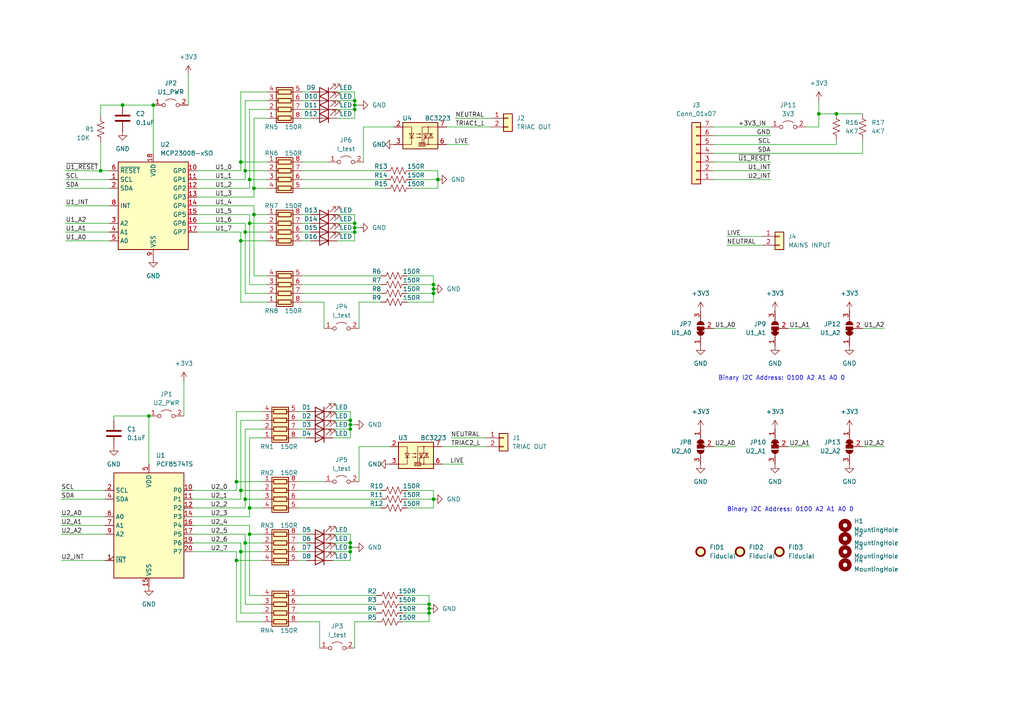
<source format=kicad_sch>
(kicad_sch (version 20211123) (generator eeschema)

  (uuid e63e39d7-6ac0-4ffd-8aa3-1841a4541b55)

  (paper "A4")

  (lib_symbols
    (symbol "Connector_Generic:Conn_01x02" (pin_names (offset 1.016) hide) (in_bom yes) (on_board yes)
      (property "Reference" "J" (id 0) (at 0 2.54 0)
        (effects (font (size 1.27 1.27)))
      )
      (property "Value" "Conn_01x02" (id 1) (at 0 -5.08 0)
        (effects (font (size 1.27 1.27)))
      )
      (property "Footprint" "" (id 2) (at 0 0 0)
        (effects (font (size 1.27 1.27)) hide)
      )
      (property "Datasheet" "~" (id 3) (at 0 0 0)
        (effects (font (size 1.27 1.27)) hide)
      )
      (property "ki_keywords" "connector" (id 4) (at 0 0 0)
        (effects (font (size 1.27 1.27)) hide)
      )
      (property "ki_description" "Generic connector, single row, 01x02, script generated (kicad-library-utils/schlib/autogen/connector/)" (id 5) (at 0 0 0)
        (effects (font (size 1.27 1.27)) hide)
      )
      (property "ki_fp_filters" "Connector*:*_1x??_*" (id 6) (at 0 0 0)
        (effects (font (size 1.27 1.27)) hide)
      )
      (symbol "Conn_01x02_1_1"
        (rectangle (start -1.27 -2.413) (end 0 -2.667)
          (stroke (width 0.1524) (type default) (color 0 0 0 0))
          (fill (type none))
        )
        (rectangle (start -1.27 0.127) (end 0 -0.127)
          (stroke (width 0.1524) (type default) (color 0 0 0 0))
          (fill (type none))
        )
        (rectangle (start -1.27 1.27) (end 1.27 -3.81)
          (stroke (width 0.254) (type default) (color 0 0 0 0))
          (fill (type background))
        )
        (pin passive line (at -5.08 0 0) (length 3.81)
          (name "Pin_1" (effects (font (size 1.27 1.27))))
          (number "1" (effects (font (size 1.27 1.27))))
        )
        (pin passive line (at -5.08 -2.54 0) (length 3.81)
          (name "Pin_2" (effects (font (size 1.27 1.27))))
          (number "2" (effects (font (size 1.27 1.27))))
        )
      )
    )
    (symbol "Connector_Generic:Conn_01x07" (pin_names (offset 1.016) hide) (in_bom yes) (on_board yes)
      (property "Reference" "J" (id 0) (at 0 10.16 0)
        (effects (font (size 1.27 1.27)))
      )
      (property "Value" "Conn_01x07" (id 1) (at 0 -10.16 0)
        (effects (font (size 1.27 1.27)))
      )
      (property "Footprint" "" (id 2) (at 0 0 0)
        (effects (font (size 1.27 1.27)) hide)
      )
      (property "Datasheet" "~" (id 3) (at 0 0 0)
        (effects (font (size 1.27 1.27)) hide)
      )
      (property "ki_keywords" "connector" (id 4) (at 0 0 0)
        (effects (font (size 1.27 1.27)) hide)
      )
      (property "ki_description" "Generic connector, single row, 01x07, script generated (kicad-library-utils/schlib/autogen/connector/)" (id 5) (at 0 0 0)
        (effects (font (size 1.27 1.27)) hide)
      )
      (property "ki_fp_filters" "Connector*:*_1x??_*" (id 6) (at 0 0 0)
        (effects (font (size 1.27 1.27)) hide)
      )
      (symbol "Conn_01x07_1_1"
        (rectangle (start -1.27 -7.493) (end 0 -7.747)
          (stroke (width 0.1524) (type default) (color 0 0 0 0))
          (fill (type none))
        )
        (rectangle (start -1.27 -4.953) (end 0 -5.207)
          (stroke (width 0.1524) (type default) (color 0 0 0 0))
          (fill (type none))
        )
        (rectangle (start -1.27 -2.413) (end 0 -2.667)
          (stroke (width 0.1524) (type default) (color 0 0 0 0))
          (fill (type none))
        )
        (rectangle (start -1.27 0.127) (end 0 -0.127)
          (stroke (width 0.1524) (type default) (color 0 0 0 0))
          (fill (type none))
        )
        (rectangle (start -1.27 2.667) (end 0 2.413)
          (stroke (width 0.1524) (type default) (color 0 0 0 0))
          (fill (type none))
        )
        (rectangle (start -1.27 5.207) (end 0 4.953)
          (stroke (width 0.1524) (type default) (color 0 0 0 0))
          (fill (type none))
        )
        (rectangle (start -1.27 7.747) (end 0 7.493)
          (stroke (width 0.1524) (type default) (color 0 0 0 0))
          (fill (type none))
        )
        (rectangle (start -1.27 8.89) (end 1.27 -8.89)
          (stroke (width 0.254) (type default) (color 0 0 0 0))
          (fill (type background))
        )
        (pin passive line (at -5.08 7.62 0) (length 3.81)
          (name "Pin_1" (effects (font (size 1.27 1.27))))
          (number "1" (effects (font (size 1.27 1.27))))
        )
        (pin passive line (at -5.08 5.08 0) (length 3.81)
          (name "Pin_2" (effects (font (size 1.27 1.27))))
          (number "2" (effects (font (size 1.27 1.27))))
        )
        (pin passive line (at -5.08 2.54 0) (length 3.81)
          (name "Pin_3" (effects (font (size 1.27 1.27))))
          (number "3" (effects (font (size 1.27 1.27))))
        )
        (pin passive line (at -5.08 0 0) (length 3.81)
          (name "Pin_4" (effects (font (size 1.27 1.27))))
          (number "4" (effects (font (size 1.27 1.27))))
        )
        (pin passive line (at -5.08 -2.54 0) (length 3.81)
          (name "Pin_5" (effects (font (size 1.27 1.27))))
          (number "5" (effects (font (size 1.27 1.27))))
        )
        (pin passive line (at -5.08 -5.08 0) (length 3.81)
          (name "Pin_6" (effects (font (size 1.27 1.27))))
          (number "6" (effects (font (size 1.27 1.27))))
        )
        (pin passive line (at -5.08 -7.62 0) (length 3.81)
          (name "Pin_7" (effects (font (size 1.27 1.27))))
          (number "7" (effects (font (size 1.27 1.27))))
        )
      )
    )
    (symbol "Device:C" (pin_numbers hide) (pin_names (offset 0.254)) (in_bom yes) (on_board yes)
      (property "Reference" "C" (id 0) (at 0.635 2.54 0)
        (effects (font (size 1.27 1.27)) (justify left))
      )
      (property "Value" "C" (id 1) (at 0.635 -2.54 0)
        (effects (font (size 1.27 1.27)) (justify left))
      )
      (property "Footprint" "" (id 2) (at 0.9652 -3.81 0)
        (effects (font (size 1.27 1.27)) hide)
      )
      (property "Datasheet" "~" (id 3) (at 0 0 0)
        (effects (font (size 1.27 1.27)) hide)
      )
      (property "ki_keywords" "cap capacitor" (id 4) (at 0 0 0)
        (effects (font (size 1.27 1.27)) hide)
      )
      (property "ki_description" "Unpolarized capacitor" (id 5) (at 0 0 0)
        (effects (font (size 1.27 1.27)) hide)
      )
      (property "ki_fp_filters" "C_*" (id 6) (at 0 0 0)
        (effects (font (size 1.27 1.27)) hide)
      )
      (symbol "C_0_1"
        (polyline
          (pts
            (xy -2.032 -0.762)
            (xy 2.032 -0.762)
          )
          (stroke (width 0.508) (type default) (color 0 0 0 0))
          (fill (type none))
        )
        (polyline
          (pts
            (xy -2.032 0.762)
            (xy 2.032 0.762)
          )
          (stroke (width 0.508) (type default) (color 0 0 0 0))
          (fill (type none))
        )
      )
      (symbol "C_1_1"
        (pin passive line (at 0 3.81 270) (length 2.794)
          (name "~" (effects (font (size 1.27 1.27))))
          (number "1" (effects (font (size 1.27 1.27))))
        )
        (pin passive line (at 0 -3.81 90) (length 2.794)
          (name "~" (effects (font (size 1.27 1.27))))
          (number "2" (effects (font (size 1.27 1.27))))
        )
      )
    )
    (symbol "Device:LED" (pin_numbers hide) (pin_names (offset 1.016) hide) (in_bom yes) (on_board yes)
      (property "Reference" "D" (id 0) (at 0 2.54 0)
        (effects (font (size 1.27 1.27)))
      )
      (property "Value" "LED" (id 1) (at 0 -2.54 0)
        (effects (font (size 1.27 1.27)))
      )
      (property "Footprint" "" (id 2) (at 0 0 0)
        (effects (font (size 1.27 1.27)) hide)
      )
      (property "Datasheet" "~" (id 3) (at 0 0 0)
        (effects (font (size 1.27 1.27)) hide)
      )
      (property "ki_keywords" "LED diode" (id 4) (at 0 0 0)
        (effects (font (size 1.27 1.27)) hide)
      )
      (property "ki_description" "Light emitting diode" (id 5) (at 0 0 0)
        (effects (font (size 1.27 1.27)) hide)
      )
      (property "ki_fp_filters" "LED* LED_SMD:* LED_THT:*" (id 6) (at 0 0 0)
        (effects (font (size 1.27 1.27)) hide)
      )
      (symbol "LED_0_1"
        (polyline
          (pts
            (xy -1.27 -1.27)
            (xy -1.27 1.27)
          )
          (stroke (width 0.254) (type default) (color 0 0 0 0))
          (fill (type none))
        )
        (polyline
          (pts
            (xy -1.27 0)
            (xy 1.27 0)
          )
          (stroke (width 0) (type default) (color 0 0 0 0))
          (fill (type none))
        )
        (polyline
          (pts
            (xy 1.27 -1.27)
            (xy 1.27 1.27)
            (xy -1.27 0)
            (xy 1.27 -1.27)
          )
          (stroke (width 0.254) (type default) (color 0 0 0 0))
          (fill (type none))
        )
        (polyline
          (pts
            (xy -3.048 -0.762)
            (xy -4.572 -2.286)
            (xy -3.81 -2.286)
            (xy -4.572 -2.286)
            (xy -4.572 -1.524)
          )
          (stroke (width 0) (type default) (color 0 0 0 0))
          (fill (type none))
        )
        (polyline
          (pts
            (xy -1.778 -0.762)
            (xy -3.302 -2.286)
            (xy -2.54 -2.286)
            (xy -3.302 -2.286)
            (xy -3.302 -1.524)
          )
          (stroke (width 0) (type default) (color 0 0 0 0))
          (fill (type none))
        )
      )
      (symbol "LED_1_1"
        (pin passive line (at -3.81 0 0) (length 2.54)
          (name "K" (effects (font (size 1.27 1.27))))
          (number "1" (effects (font (size 1.27 1.27))))
        )
        (pin passive line (at 3.81 0 180) (length 2.54)
          (name "A" (effects (font (size 1.27 1.27))))
          (number "2" (effects (font (size 1.27 1.27))))
        )
      )
    )
    (symbol "Device:R_Pack04" (pin_names (offset 0) hide) (in_bom yes) (on_board yes)
      (property "Reference" "RN" (id 0) (at -7.62 0 90)
        (effects (font (size 1.27 1.27)))
      )
      (property "Value" "R_Pack04" (id 1) (at 5.08 0 90)
        (effects (font (size 1.27 1.27)))
      )
      (property "Footprint" "" (id 2) (at 6.985 0 90)
        (effects (font (size 1.27 1.27)) hide)
      )
      (property "Datasheet" "~" (id 3) (at 0 0 0)
        (effects (font (size 1.27 1.27)) hide)
      )
      (property "ki_keywords" "R network parallel topology isolated" (id 4) (at 0 0 0)
        (effects (font (size 1.27 1.27)) hide)
      )
      (property "ki_description" "4 resistor network, parallel topology" (id 5) (at 0 0 0)
        (effects (font (size 1.27 1.27)) hide)
      )
      (property "ki_fp_filters" "DIP* SOIC* R*Array*Concave* R*Array*Convex*" (id 6) (at 0 0 0)
        (effects (font (size 1.27 1.27)) hide)
      )
      (symbol "R_Pack04_0_1"
        (rectangle (start -6.35 -2.413) (end 3.81 2.413)
          (stroke (width 0.254) (type default) (color 0 0 0 0))
          (fill (type background))
        )
        (rectangle (start -5.715 1.905) (end -4.445 -1.905)
          (stroke (width 0.254) (type default) (color 0 0 0 0))
          (fill (type none))
        )
        (rectangle (start -3.175 1.905) (end -1.905 -1.905)
          (stroke (width 0.254) (type default) (color 0 0 0 0))
          (fill (type none))
        )
        (rectangle (start -0.635 1.905) (end 0.635 -1.905)
          (stroke (width 0.254) (type default) (color 0 0 0 0))
          (fill (type none))
        )
        (polyline
          (pts
            (xy -5.08 -2.54)
            (xy -5.08 -1.905)
          )
          (stroke (width 0) (type default) (color 0 0 0 0))
          (fill (type none))
        )
        (polyline
          (pts
            (xy -5.08 1.905)
            (xy -5.08 2.54)
          )
          (stroke (width 0) (type default) (color 0 0 0 0))
          (fill (type none))
        )
        (polyline
          (pts
            (xy -2.54 -2.54)
            (xy -2.54 -1.905)
          )
          (stroke (width 0) (type default) (color 0 0 0 0))
          (fill (type none))
        )
        (polyline
          (pts
            (xy -2.54 1.905)
            (xy -2.54 2.54)
          )
          (stroke (width 0) (type default) (color 0 0 0 0))
          (fill (type none))
        )
        (polyline
          (pts
            (xy 0 -2.54)
            (xy 0 -1.905)
          )
          (stroke (width 0) (type default) (color 0 0 0 0))
          (fill (type none))
        )
        (polyline
          (pts
            (xy 0 1.905)
            (xy 0 2.54)
          )
          (stroke (width 0) (type default) (color 0 0 0 0))
          (fill (type none))
        )
        (polyline
          (pts
            (xy 2.54 -2.54)
            (xy 2.54 -1.905)
          )
          (stroke (width 0) (type default) (color 0 0 0 0))
          (fill (type none))
        )
        (polyline
          (pts
            (xy 2.54 1.905)
            (xy 2.54 2.54)
          )
          (stroke (width 0) (type default) (color 0 0 0 0))
          (fill (type none))
        )
        (rectangle (start 1.905 1.905) (end 3.175 -1.905)
          (stroke (width 0.254) (type default) (color 0 0 0 0))
          (fill (type none))
        )
      )
      (symbol "R_Pack04_1_1"
        (pin passive line (at -5.08 -5.08 90) (length 2.54)
          (name "R1.1" (effects (font (size 1.27 1.27))))
          (number "1" (effects (font (size 1.27 1.27))))
        )
        (pin passive line (at -2.54 -5.08 90) (length 2.54)
          (name "R2.1" (effects (font (size 1.27 1.27))))
          (number "2" (effects (font (size 1.27 1.27))))
        )
        (pin passive line (at 0 -5.08 90) (length 2.54)
          (name "R3.1" (effects (font (size 1.27 1.27))))
          (number "3" (effects (font (size 1.27 1.27))))
        )
        (pin passive line (at 2.54 -5.08 90) (length 2.54)
          (name "R4.1" (effects (font (size 1.27 1.27))))
          (number "4" (effects (font (size 1.27 1.27))))
        )
        (pin passive line (at 2.54 5.08 270) (length 2.54)
          (name "R4.2" (effects (font (size 1.27 1.27))))
          (number "5" (effects (font (size 1.27 1.27))))
        )
        (pin passive line (at 0 5.08 270) (length 2.54)
          (name "R3.2" (effects (font (size 1.27 1.27))))
          (number "6" (effects (font (size 1.27 1.27))))
        )
        (pin passive line (at -2.54 5.08 270) (length 2.54)
          (name "R2.2" (effects (font (size 1.27 1.27))))
          (number "7" (effects (font (size 1.27 1.27))))
        )
        (pin passive line (at -5.08 5.08 270) (length 2.54)
          (name "R1.2" (effects (font (size 1.27 1.27))))
          (number "8" (effects (font (size 1.27 1.27))))
        )
      )
    )
    (symbol "Device:R_US" (pin_numbers hide) (pin_names (offset 0)) (in_bom yes) (on_board yes)
      (property "Reference" "R" (id 0) (at 2.54 0 90)
        (effects (font (size 1.27 1.27)))
      )
      (property "Value" "R_US" (id 1) (at -2.54 0 90)
        (effects (font (size 1.27 1.27)))
      )
      (property "Footprint" "" (id 2) (at 1.016 -0.254 90)
        (effects (font (size 1.27 1.27)) hide)
      )
      (property "Datasheet" "~" (id 3) (at 0 0 0)
        (effects (font (size 1.27 1.27)) hide)
      )
      (property "ki_keywords" "R res resistor" (id 4) (at 0 0 0)
        (effects (font (size 1.27 1.27)) hide)
      )
      (property "ki_description" "Resistor, US symbol" (id 5) (at 0 0 0)
        (effects (font (size 1.27 1.27)) hide)
      )
      (property "ki_fp_filters" "R_*" (id 6) (at 0 0 0)
        (effects (font (size 1.27 1.27)) hide)
      )
      (symbol "R_US_0_1"
        (polyline
          (pts
            (xy 0 -2.286)
            (xy 0 -2.54)
          )
          (stroke (width 0) (type default) (color 0 0 0 0))
          (fill (type none))
        )
        (polyline
          (pts
            (xy 0 2.286)
            (xy 0 2.54)
          )
          (stroke (width 0) (type default) (color 0 0 0 0))
          (fill (type none))
        )
        (polyline
          (pts
            (xy 0 -0.762)
            (xy 1.016 -1.143)
            (xy 0 -1.524)
            (xy -1.016 -1.905)
            (xy 0 -2.286)
          )
          (stroke (width 0) (type default) (color 0 0 0 0))
          (fill (type none))
        )
        (polyline
          (pts
            (xy 0 0.762)
            (xy 1.016 0.381)
            (xy 0 0)
            (xy -1.016 -0.381)
            (xy 0 -0.762)
          )
          (stroke (width 0) (type default) (color 0 0 0 0))
          (fill (type none))
        )
        (polyline
          (pts
            (xy 0 2.286)
            (xy 1.016 1.905)
            (xy 0 1.524)
            (xy -1.016 1.143)
            (xy 0 0.762)
          )
          (stroke (width 0) (type default) (color 0 0 0 0))
          (fill (type none))
        )
      )
      (symbol "R_US_1_1"
        (pin passive line (at 0 3.81 270) (length 1.27)
          (name "~" (effects (font (size 1.27 1.27))))
          (number "1" (effects (font (size 1.27 1.27))))
        )
        (pin passive line (at 0 -3.81 90) (length 1.27)
          (name "~" (effects (font (size 1.27 1.27))))
          (number "2" (effects (font (size 1.27 1.27))))
        )
      )
    )
    (symbol "Interface_Expansion:MCP23008-xSO" (in_bom yes) (on_board yes)
      (property "Reference" "U" (id 0) (at -8.89 13.97 0)
        (effects (font (size 1.27 1.27)))
      )
      (property "Value" "MCP23008-xSO" (id 1) (at 8.89 13.97 0)
        (effects (font (size 1.27 1.27)))
      )
      (property "Footprint" "Package_SO:SOIC-18W_7.5x11.6mm_P1.27mm" (id 2) (at 0 -26.67 0)
        (effects (font (size 1.27 1.27)) hide)
      )
      (property "Datasheet" "http://ww1.microchip.com/downloads/en/DeviceDoc/MCP23008-MCP23S08-Data-Sheet-20001919F.pdf" (id 3) (at 33.02 -30.48 0)
        (effects (font (size 1.27 1.27)) hide)
      )
      (property "ki_keywords" "I2C parallel port expander" (id 4) (at 0 0 0)
        (effects (font (size 1.27 1.27)) hide)
      )
      (property "ki_description" "8-bit I/O expander, I2C, interrupts, SOIC-18" (id 5) (at 0 0 0)
        (effects (font (size 1.27 1.27)) hide)
      )
      (property "ki_fp_filters" "SOIC*7.5x11.6mm*P1.27mm*" (id 6) (at 0 0 0)
        (effects (font (size 1.27 1.27)) hide)
      )
      (symbol "MCP23008-xSO_0_1"
        (rectangle (start -10.16 12.7) (end 10.16 -12.7)
          (stroke (width 0.254) (type default) (color 0 0 0 0))
          (fill (type background))
        )
      )
      (symbol "MCP23008-xSO_1_1"
        (pin input line (at -12.7 7.62 0) (length 2.54)
          (name "SCL" (effects (font (size 1.27 1.27))))
          (number "1" (effects (font (size 1.27 1.27))))
        )
        (pin bidirectional line (at 12.7 10.16 180) (length 2.54)
          (name "GP0" (effects (font (size 1.27 1.27))))
          (number "10" (effects (font (size 1.27 1.27))))
        )
        (pin bidirectional line (at 12.7 7.62 180) (length 2.54)
          (name "GP1" (effects (font (size 1.27 1.27))))
          (number "11" (effects (font (size 1.27 1.27))))
        )
        (pin bidirectional line (at 12.7 5.08 180) (length 2.54)
          (name "GP2" (effects (font (size 1.27 1.27))))
          (number "12" (effects (font (size 1.27 1.27))))
        )
        (pin bidirectional line (at 12.7 2.54 180) (length 2.54)
          (name "GP3" (effects (font (size 1.27 1.27))))
          (number "13" (effects (font (size 1.27 1.27))))
        )
        (pin bidirectional line (at 12.7 0 180) (length 2.54)
          (name "GP4" (effects (font (size 1.27 1.27))))
          (number "14" (effects (font (size 1.27 1.27))))
        )
        (pin bidirectional line (at 12.7 -2.54 180) (length 2.54)
          (name "GP5" (effects (font (size 1.27 1.27))))
          (number "15" (effects (font (size 1.27 1.27))))
        )
        (pin bidirectional line (at 12.7 -5.08 180) (length 2.54)
          (name "GP6" (effects (font (size 1.27 1.27))))
          (number "16" (effects (font (size 1.27 1.27))))
        )
        (pin bidirectional line (at 12.7 -7.62 180) (length 2.54)
          (name "GP7" (effects (font (size 1.27 1.27))))
          (number "17" (effects (font (size 1.27 1.27))))
        )
        (pin power_in line (at 0 15.24 270) (length 2.54)
          (name "VDD" (effects (font (size 1.27 1.27))))
          (number "18" (effects (font (size 1.27 1.27))))
        )
        (pin bidirectional line (at -12.7 5.08 0) (length 2.54)
          (name "SDA" (effects (font (size 1.27 1.27))))
          (number "2" (effects (font (size 1.27 1.27))))
        )
        (pin input line (at -12.7 -5.08 0) (length 2.54)
          (name "A2" (effects (font (size 1.27 1.27))))
          (number "3" (effects (font (size 1.27 1.27))))
        )
        (pin input line (at -12.7 -7.62 0) (length 2.54)
          (name "A1" (effects (font (size 1.27 1.27))))
          (number "4" (effects (font (size 1.27 1.27))))
        )
        (pin input line (at -12.7 -10.16 0) (length 2.54)
          (name "A0" (effects (font (size 1.27 1.27))))
          (number "5" (effects (font (size 1.27 1.27))))
        )
        (pin input line (at -12.7 10.16 0) (length 2.54)
          (name "~{RESET}" (effects (font (size 1.27 1.27))))
          (number "6" (effects (font (size 1.27 1.27))))
        )
        (pin no_connect line (at -10.16 -2.54 0) (length 2.54) hide
          (name "NC" (effects (font (size 1.27 1.27))))
          (number "7" (effects (font (size 1.27 1.27))))
        )
        (pin output line (at -12.7 0 0) (length 2.54)
          (name "INT" (effects (font (size 1.27 1.27))))
          (number "8" (effects (font (size 1.27 1.27))))
        )
        (pin power_in line (at 0 -15.24 90) (length 2.54)
          (name "VSS" (effects (font (size 1.27 1.27))))
          (number "9" (effects (font (size 1.27 1.27))))
        )
      )
    )
    (symbol "Interface_Expansion:PCF8574TS" (in_bom yes) (on_board yes)
      (property "Reference" "U" (id 0) (at -8.89 16.51 0)
        (effects (font (size 1.27 1.27)) (justify left))
      )
      (property "Value" "PCF8574TS" (id 1) (at 3.81 16.51 0)
        (effects (font (size 1.27 1.27)) (justify left))
      )
      (property "Footprint" "Package_SO:SSOP-20_4.4x6.5mm_P0.65mm" (id 2) (at 0 0 0)
        (effects (font (size 1.27 1.27)) hide)
      )
      (property "Datasheet" "http://www.nxp.com/documents/data_sheet/PCF8574_PCF8574A.pdf" (id 3) (at 0 0 0)
        (effects (font (size 1.27 1.27)) hide)
      )
      (property "ki_keywords" "I2C Expander" (id 4) (at 0 0 0)
        (effects (font (size 1.27 1.27)) hide)
      )
      (property "ki_description" "8 Bit Port/Expander to I2C Bus, SSOP-20" (id 5) (at 0 0 0)
        (effects (font (size 1.27 1.27)) hide)
      )
      (property "ki_fp_filters" "SSOP*4.4x6.5mm*P0.65mm*" (id 6) (at 0 0 0)
        (effects (font (size 1.27 1.27)) hide)
      )
      (symbol "PCF8574TS_0_1"
        (rectangle (start -10.16 15.24) (end 10.16 -15.24)
          (stroke (width 0.254) (type default) (color 0 0 0 0))
          (fill (type background))
        )
      )
      (symbol "PCF8574TS_1_1"
        (pin open_collector output_low (at -12.7 -10.16 0) (length 2.54)
          (name "~{INT}" (effects (font (size 1.27 1.27))))
          (number "1" (effects (font (size 1.27 1.27))))
        )
        (pin bidirectional line (at 12.7 10.16 180) (length 2.54)
          (name "P0" (effects (font (size 1.27 1.27))))
          (number "10" (effects (font (size 1.27 1.27))))
        )
        (pin bidirectional line (at 12.7 7.62 180) (length 2.54)
          (name "P1" (effects (font (size 1.27 1.27))))
          (number "11" (effects (font (size 1.27 1.27))))
        )
        (pin bidirectional line (at 12.7 5.08 180) (length 2.54)
          (name "P2" (effects (font (size 1.27 1.27))))
          (number "12" (effects (font (size 1.27 1.27))))
        )
        (pin no_connect line (at -10.16 -5.08 0) (length 2.54) hide
          (name "NC" (effects (font (size 1.27 1.27))))
          (number "13" (effects (font (size 1.27 1.27))))
        )
        (pin bidirectional line (at 12.7 2.54 180) (length 2.54)
          (name "P3" (effects (font (size 1.27 1.27))))
          (number "14" (effects (font (size 1.27 1.27))))
        )
        (pin power_in line (at 0 -17.78 90) (length 2.54)
          (name "VSS" (effects (font (size 1.27 1.27))))
          (number "15" (effects (font (size 1.27 1.27))))
        )
        (pin bidirectional line (at 12.7 0 180) (length 2.54)
          (name "P4" (effects (font (size 1.27 1.27))))
          (number "16" (effects (font (size 1.27 1.27))))
        )
        (pin bidirectional line (at 12.7 -2.54 180) (length 2.54)
          (name "P5" (effects (font (size 1.27 1.27))))
          (number "17" (effects (font (size 1.27 1.27))))
        )
        (pin no_connect line (at -10.16 -7.62 0) (length 2.54) hide
          (name "NC" (effects (font (size 1.27 1.27))))
          (number "18" (effects (font (size 1.27 1.27))))
        )
        (pin bidirectional line (at 12.7 -5.08 180) (length 2.54)
          (name "P6" (effects (font (size 1.27 1.27))))
          (number "19" (effects (font (size 1.27 1.27))))
        )
        (pin input line (at -12.7 10.16 0) (length 2.54)
          (name "SCL" (effects (font (size 1.27 1.27))))
          (number "2" (effects (font (size 1.27 1.27))))
        )
        (pin bidirectional line (at 12.7 -7.62 180) (length 2.54)
          (name "P7" (effects (font (size 1.27 1.27))))
          (number "20" (effects (font (size 1.27 1.27))))
        )
        (pin no_connect line (at 10.16 -10.16 180) (length 2.54) hide
          (name "NC" (effects (font (size 1.27 1.27))))
          (number "3" (effects (font (size 1.27 1.27))))
        )
        (pin bidirectional line (at -12.7 7.62 0) (length 2.54)
          (name "SDA" (effects (font (size 1.27 1.27))))
          (number "4" (effects (font (size 1.27 1.27))))
        )
        (pin power_in line (at 0 17.78 270) (length 2.54)
          (name "VDD" (effects (font (size 1.27 1.27))))
          (number "5" (effects (font (size 1.27 1.27))))
        )
        (pin input line (at -12.7 2.54 0) (length 2.54)
          (name "A0" (effects (font (size 1.27 1.27))))
          (number "6" (effects (font (size 1.27 1.27))))
        )
        (pin input line (at -12.7 0 0) (length 2.54)
          (name "A1" (effects (font (size 1.27 1.27))))
          (number "7" (effects (font (size 1.27 1.27))))
        )
        (pin no_connect line (at 10.16 -12.7 180) (length 2.54) hide
          (name "NC" (effects (font (size 1.27 1.27))))
          (number "8" (effects (font (size 1.27 1.27))))
        )
        (pin input line (at -12.7 -2.54 0) (length 2.54)
          (name "A2" (effects (font (size 1.27 1.27))))
          (number "9" (effects (font (size 1.27 1.27))))
        )
      )
    )
    (symbol "Jumper:Jumper_2_Open" (pin_names (offset 0) hide) (in_bom yes) (on_board yes)
      (property "Reference" "JP" (id 0) (at 0 2.794 0)
        (effects (font (size 1.27 1.27)))
      )
      (property "Value" "Jumper_2_Open" (id 1) (at 0 -2.286 0)
        (effects (font (size 1.27 1.27)))
      )
      (property "Footprint" "" (id 2) (at 0 0 0)
        (effects (font (size 1.27 1.27)) hide)
      )
      (property "Datasheet" "~" (id 3) (at 0 0 0)
        (effects (font (size 1.27 1.27)) hide)
      )
      (property "ki_keywords" "Jumper SPST" (id 4) (at 0 0 0)
        (effects (font (size 1.27 1.27)) hide)
      )
      (property "ki_description" "Jumper, 2-pole, open" (id 5) (at 0 0 0)
        (effects (font (size 1.27 1.27)) hide)
      )
      (property "ki_fp_filters" "Jumper* TestPoint*2Pads* TestPoint*Bridge*" (id 6) (at 0 0 0)
        (effects (font (size 1.27 1.27)) hide)
      )
      (symbol "Jumper_2_Open_0_0"
        (circle (center -2.032 0) (radius 0.508)
          (stroke (width 0) (type default) (color 0 0 0 0))
          (fill (type none))
        )
        (circle (center 2.032 0) (radius 0.508)
          (stroke (width 0) (type default) (color 0 0 0 0))
          (fill (type none))
        )
      )
      (symbol "Jumper_2_Open_0_1"
        (arc (start 1.524 1.27) (mid 0 1.778) (end -1.524 1.27)
          (stroke (width 0) (type default) (color 0 0 0 0))
          (fill (type none))
        )
      )
      (symbol "Jumper_2_Open_1_1"
        (pin passive line (at -5.08 0 0) (length 2.54)
          (name "A" (effects (font (size 1.27 1.27))))
          (number "1" (effects (font (size 1.27 1.27))))
        )
        (pin passive line (at 5.08 0 180) (length 2.54)
          (name "B" (effects (font (size 1.27 1.27))))
          (number "2" (effects (font (size 1.27 1.27))))
        )
      )
    )
    (symbol "Jumper:SolderJumper_3_Bridged12" (pin_names (offset 0) hide) (in_bom yes) (on_board yes)
      (property "Reference" "JP" (id 0) (at -2.54 -2.54 0)
        (effects (font (size 1.27 1.27)))
      )
      (property "Value" "SolderJumper_3_Bridged12" (id 1) (at 0 2.794 0)
        (effects (font (size 1.27 1.27)))
      )
      (property "Footprint" "" (id 2) (at 0 0 0)
        (effects (font (size 1.27 1.27)) hide)
      )
      (property "Datasheet" "~" (id 3) (at 0 0 0)
        (effects (font (size 1.27 1.27)) hide)
      )
      (property "ki_keywords" "Solder Jumper SPDT" (id 4) (at 0 0 0)
        (effects (font (size 1.27 1.27)) hide)
      )
      (property "ki_description" "3-pole Solder Jumper, pins 1+2 closed/bridged" (id 5) (at 0 0 0)
        (effects (font (size 1.27 1.27)) hide)
      )
      (property "ki_fp_filters" "SolderJumper*Bridged12*" (id 6) (at 0 0 0)
        (effects (font (size 1.27 1.27)) hide)
      )
      (symbol "SolderJumper_3_Bridged12_0_1"
        (rectangle (start -1.016 0.508) (end -0.508 -0.508)
          (stroke (width 0) (type default) (color 0 0 0 0))
          (fill (type outline))
        )
        (arc (start -1.016 1.016) (mid -2.032 0) (end -1.016 -1.016)
          (stroke (width 0) (type default) (color 0 0 0 0))
          (fill (type none))
        )
        (arc (start -1.016 1.016) (mid -2.032 0) (end -1.016 -1.016)
          (stroke (width 0) (type default) (color 0 0 0 0))
          (fill (type outline))
        )
        (rectangle (start -0.508 1.016) (end 0.508 -1.016)
          (stroke (width 0) (type default) (color 0 0 0 0))
          (fill (type outline))
        )
        (polyline
          (pts
            (xy -2.54 0)
            (xy -2.032 0)
          )
          (stroke (width 0) (type default) (color 0 0 0 0))
          (fill (type none))
        )
        (polyline
          (pts
            (xy -1.016 1.016)
            (xy -1.016 -1.016)
          )
          (stroke (width 0) (type default) (color 0 0 0 0))
          (fill (type none))
        )
        (polyline
          (pts
            (xy 0 -1.27)
            (xy 0 -1.016)
          )
          (stroke (width 0) (type default) (color 0 0 0 0))
          (fill (type none))
        )
        (polyline
          (pts
            (xy 1.016 1.016)
            (xy 1.016 -1.016)
          )
          (stroke (width 0) (type default) (color 0 0 0 0))
          (fill (type none))
        )
        (polyline
          (pts
            (xy 2.54 0)
            (xy 2.032 0)
          )
          (stroke (width 0) (type default) (color 0 0 0 0))
          (fill (type none))
        )
        (arc (start 1.016 -1.016) (mid 2.032 0) (end 1.016 1.016)
          (stroke (width 0) (type default) (color 0 0 0 0))
          (fill (type none))
        )
        (arc (start 1.016 -1.016) (mid 2.032 0) (end 1.016 1.016)
          (stroke (width 0) (type default) (color 0 0 0 0))
          (fill (type outline))
        )
      )
      (symbol "SolderJumper_3_Bridged12_1_1"
        (pin passive line (at -5.08 0 0) (length 2.54)
          (name "A" (effects (font (size 1.27 1.27))))
          (number "1" (effects (font (size 1.27 1.27))))
        )
        (pin input line (at 0 -3.81 90) (length 2.54)
          (name "C" (effects (font (size 1.27 1.27))))
          (number "2" (effects (font (size 1.27 1.27))))
        )
        (pin passive line (at 5.08 0 180) (length 2.54)
          (name "B" (effects (font (size 1.27 1.27))))
          (number "3" (effects (font (size 1.27 1.27))))
        )
      )
    )
    (symbol "Mechanical:Fiducial" (in_bom yes) (on_board yes)
      (property "Reference" "FID" (id 0) (at 0 5.08 0)
        (effects (font (size 1.27 1.27)))
      )
      (property "Value" "Fiducial" (id 1) (at 0 3.175 0)
        (effects (font (size 1.27 1.27)))
      )
      (property "Footprint" "" (id 2) (at 0 0 0)
        (effects (font (size 1.27 1.27)) hide)
      )
      (property "Datasheet" "~" (id 3) (at 0 0 0)
        (effects (font (size 1.27 1.27)) hide)
      )
      (property "ki_keywords" "fiducial marker" (id 4) (at 0 0 0)
        (effects (font (size 1.27 1.27)) hide)
      )
      (property "ki_description" "Fiducial Marker" (id 5) (at 0 0 0)
        (effects (font (size 1.27 1.27)) hide)
      )
      (property "ki_fp_filters" "Fiducial*" (id 6) (at 0 0 0)
        (effects (font (size 1.27 1.27)) hide)
      )
      (symbol "Fiducial_0_1"
        (circle (center 0 0) (radius 1.27)
          (stroke (width 0.508) (type default) (color 0 0 0 0))
          (fill (type background))
        )
      )
    )
    (symbol "Mechanical:MountingHole" (pin_names (offset 1.016)) (in_bom yes) (on_board yes)
      (property "Reference" "H" (id 0) (at 0 5.08 0)
        (effects (font (size 1.27 1.27)))
      )
      (property "Value" "MountingHole" (id 1) (at 0 3.175 0)
        (effects (font (size 1.27 1.27)))
      )
      (property "Footprint" "" (id 2) (at 0 0 0)
        (effects (font (size 1.27 1.27)) hide)
      )
      (property "Datasheet" "~" (id 3) (at 0 0 0)
        (effects (font (size 1.27 1.27)) hide)
      )
      (property "ki_keywords" "mounting hole" (id 4) (at 0 0 0)
        (effects (font (size 1.27 1.27)) hide)
      )
      (property "ki_description" "Mounting Hole without connection" (id 5) (at 0 0 0)
        (effects (font (size 1.27 1.27)) hide)
      )
      (property "ki_fp_filters" "MountingHole*" (id 6) (at 0 0 0)
        (effects (font (size 1.27 1.27)) hide)
      )
      (symbol "MountingHole_0_1"
        (circle (center 0 0) (radius 1.27)
          (stroke (width 1.27) (type default) (color 0 0 0 0))
          (fill (type none))
        )
      )
    )
    (symbol "power:+3V3" (power) (pin_names (offset 0)) (in_bom yes) (on_board yes)
      (property "Reference" "#PWR" (id 0) (at 0 -3.81 0)
        (effects (font (size 1.27 1.27)) hide)
      )
      (property "Value" "+3V3" (id 1) (at 0 3.556 0)
        (effects (font (size 1.27 1.27)))
      )
      (property "Footprint" "" (id 2) (at 0 0 0)
        (effects (font (size 1.27 1.27)) hide)
      )
      (property "Datasheet" "" (id 3) (at 0 0 0)
        (effects (font (size 1.27 1.27)) hide)
      )
      (property "ki_keywords" "power-flag" (id 4) (at 0 0 0)
        (effects (font (size 1.27 1.27)) hide)
      )
      (property "ki_description" "Power symbol creates a global label with name \"+3V3\"" (id 5) (at 0 0 0)
        (effects (font (size 1.27 1.27)) hide)
      )
      (symbol "+3V3_0_1"
        (polyline
          (pts
            (xy -0.762 1.27)
            (xy 0 2.54)
          )
          (stroke (width 0) (type default) (color 0 0 0 0))
          (fill (type none))
        )
        (polyline
          (pts
            (xy 0 0)
            (xy 0 2.54)
          )
          (stroke (width 0) (type default) (color 0 0 0 0))
          (fill (type none))
        )
        (polyline
          (pts
            (xy 0 2.54)
            (xy 0.762 1.27)
          )
          (stroke (width 0) (type default) (color 0 0 0 0))
          (fill (type none))
        )
      )
      (symbol "+3V3_1_1"
        (pin power_in line (at 0 0 90) (length 0) hide
          (name "+3V3" (effects (font (size 1.27 1.27))))
          (number "1" (effects (font (size 1.27 1.27))))
        )
      )
    )
    (symbol "power:GND" (power) (pin_names (offset 0)) (in_bom yes) (on_board yes)
      (property "Reference" "#PWR" (id 0) (at 0 -6.35 0)
        (effects (font (size 1.27 1.27)) hide)
      )
      (property "Value" "GND" (id 1) (at 0 -3.81 0)
        (effects (font (size 1.27 1.27)))
      )
      (property "Footprint" "" (id 2) (at 0 0 0)
        (effects (font (size 1.27 1.27)) hide)
      )
      (property "Datasheet" "" (id 3) (at 0 0 0)
        (effects (font (size 1.27 1.27)) hide)
      )
      (property "ki_keywords" "power-flag" (id 4) (at 0 0 0)
        (effects (font (size 1.27 1.27)) hide)
      )
      (property "ki_description" "Power symbol creates a global label with name \"GND\" , ground" (id 5) (at 0 0 0)
        (effects (font (size 1.27 1.27)) hide)
      )
      (symbol "GND_0_1"
        (polyline
          (pts
            (xy 0 0)
            (xy 0 -1.27)
            (xy 1.27 -1.27)
            (xy 0 -2.54)
            (xy -1.27 -1.27)
            (xy 0 -1.27)
          )
          (stroke (width 0) (type default) (color 0 0 0 0))
          (fill (type none))
        )
      )
      (symbol "GND_1_1"
        (pin power_in line (at 0 0 270) (length 0) hide
          (name "GND" (effects (font (size 1.27 1.27))))
          (number "1" (effects (font (size 1.27 1.27))))
        )
      )
    )
    (symbol "voltlog:BC3223" (in_bom yes) (on_board yes)
      (property "Reference" "U" (id 0) (at -5.08 5.08 0)
        (effects (font (size 1.27 1.27)) (justify left))
      )
      (property "Value" "BC3223" (id 1) (at 0 5.08 0)
        (effects (font (size 1.27 1.27)) (justify left))
      )
      (property "Footprint" "Voltlog:SOIC-7" (id 2) (at -5.08 -5.08 0)
        (effects (font (size 1.27 1.27) italic) (justify left) hide)
      )
      (property "Datasheet" "" (id 3) (at 0 0 0)
        (effects (font (size 1.27 1.27)) (justify left) hide)
      )
      (property "ki_keywords" "Opto-Triac Opto Triac Zero Cross" (id 4) (at 0 0 0)
        (effects (font (size 1.27 1.27)) hide)
      )
      (property "ki_description" "Zero Cross Opto-Triac, Vdrm 250V, Ift 10mA, DIP7" (id 5) (at 0 0 0)
        (effects (font (size 1.27 1.27)) hide)
      )
      (property "ki_fp_filters" "DIP*W7.62mm* SMDIP*W9.53mm* DIP*W10.16mm*" (id 6) (at 0 0 0)
        (effects (font (size 1.27 1.27)) hide)
      )
      (symbol "BC3223_0_0"
        (rectangle (start -0.381 -2.032) (end 1.397 -3.048)
          (stroke (width 0) (type default) (color 0 0 0 0))
          (fill (type none))
        )
        (polyline
          (pts
            (xy 2.286 -2.54)
            (xy 1.397 -2.54)
          )
          (stroke (width 0) (type default) (color 0 0 0 0))
          (fill (type none))
        )
        (polyline
          (pts
            (xy 1.524 -0.635)
            (xy 1.016 -1.016)
            (xy 1.016 -2.032)
          )
          (stroke (width 0) (type default) (color 0 0 0 0))
          (fill (type none))
        )
        (text "ZCD" (at 0.508 -2.54 0)
          (effects (font (size 0.508 0.508)))
        )
      )
      (symbol "BC3223_0_1"
        (rectangle (start -5.08 3.81) (end 5.08 -3.81)
          (stroke (width 0.254) (type default) (color 0 0 0 0))
          (fill (type background))
        )
        (polyline
          (pts
            (xy -3.175 -0.635)
            (xy -1.905 -0.635)
          )
          (stroke (width 0) (type default) (color 0 0 0 0))
          (fill (type none))
        )
        (polyline
          (pts
            (xy 1.524 -0.635)
            (xy 1.524 0.635)
          )
          (stroke (width 0) (type default) (color 0 0 0 0))
          (fill (type none))
        )
        (polyline
          (pts
            (xy 3.048 0.635)
            (xy 3.048 -0.635)
          )
          (stroke (width 0) (type default) (color 0 0 0 0))
          (fill (type none))
        )
        (polyline
          (pts
            (xy 2.286 -0.635)
            (xy 2.286 -2.54)
            (xy 5.08 -2.54)
          )
          (stroke (width 0) (type default) (color 0 0 0 0))
          (fill (type none))
        )
        (polyline
          (pts
            (xy 2.286 0.635)
            (xy 2.286 2.54)
            (xy 5.08 2.54)
          )
          (stroke (width 0) (type default) (color 0 0 0 0))
          (fill (type none))
        )
        (polyline
          (pts
            (xy 2.286 2.54)
            (xy 0.508 2.54)
            (xy 0.508 -2.032)
          )
          (stroke (width 0) (type default) (color 0 0 0 0))
          (fill (type none))
        )
        (polyline
          (pts
            (xy -5.08 2.54)
            (xy -2.54 2.54)
            (xy -2.54 -2.54)
            (xy -5.08 -2.54)
          )
          (stroke (width 0) (type default) (color 0 0 0 0))
          (fill (type none))
        )
        (polyline
          (pts
            (xy -2.54 -0.635)
            (xy -3.175 0.635)
            (xy -1.905 0.635)
            (xy -2.54 -0.635)
          )
          (stroke (width 0) (type default) (color 0 0 0 0))
          (fill (type none))
        )
        (polyline
          (pts
            (xy 0.889 -0.635)
            (xy 3.683 -0.635)
            (xy 3.048 0.635)
            (xy 2.413 -0.635)
          )
          (stroke (width 0) (type default) (color 0 0 0 0))
          (fill (type none))
        )
        (polyline
          (pts
            (xy 3.683 0.635)
            (xy 0.889 0.635)
            (xy 1.524 -0.635)
            (xy 2.159 0.635)
          )
          (stroke (width 0) (type default) (color 0 0 0 0))
          (fill (type none))
        )
        (polyline
          (pts
            (xy -1.143 -0.508)
            (xy 0.127 -0.508)
            (xy -0.254 -0.635)
            (xy -0.254 -0.381)
            (xy 0.127 -0.508)
          )
          (stroke (width 0) (type default) (color 0 0 0 0))
          (fill (type none))
        )
        (polyline
          (pts
            (xy -1.143 0.508)
            (xy 0.127 0.508)
            (xy -0.254 0.381)
            (xy -0.254 0.635)
            (xy 0.127 0.508)
          )
          (stroke (width 0) (type default) (color 0 0 0 0))
          (fill (type none))
        )
        (circle (center 2.286 -2.54) (radius 0.127)
          (stroke (width 0) (type default) (color 0 0 0 0))
          (fill (type none))
        )
        (circle (center 2.286 2.54) (radius 0.127)
          (stroke (width 0) (type default) (color 0 0 0 0))
          (fill (type none))
        )
      )
      (symbol "BC3223_1_1"
        (pin passive line (at -7.62 -2.54 0) (length 2.54) hide
          (name "~" (effects (font (size 1.27 1.27))))
          (number "1" (effects (font (size 1.27 1.27))))
        )
        (pin passive line (at -7.62 2.54 0) (length 2.54)
          (name "~" (effects (font (size 1.27 1.27))))
          (number "2" (effects (font (size 1.27 1.27))))
        )
        (pin passive line (at -7.62 -2.54 0) (length 2.54)
          (name "~" (effects (font (size 1.27 1.27))))
          (number "3" (effects (font (size 1.27 1.27))))
        )
        (pin passive line (at -7.62 -2.54 0) (length 2.54) hide
          (name "~" (effects (font (size 1.27 1.27))))
          (number "4" (effects (font (size 1.27 1.27))))
        )
        (pin passive line (at 7.62 -2.54 180) (length 2.54) hide
          (name "~" (effects (font (size 1.27 1.27))))
          (number "5" (effects (font (size 1.27 1.27))))
        )
        (pin passive line (at 7.62 -2.54 180) (length 2.54)
          (name "~" (effects (font (size 1.27 1.27))))
          (number "6" (effects (font (size 1.27 1.27))))
        )
        (pin passive line (at 7.62 2.54 180) (length 2.54)
          (name "~" (effects (font (size 1.27 1.27))))
          (number "7" (effects (font (size 1.27 1.27))))
        )
      )
    )
  )

  (junction (at 69.85 46.99) (diameter 0) (color 0 0 0 0)
    (uuid 05ff2687-3d5f-41a1-940c-9f0075d229c3)
  )
  (junction (at 125.73 144.78) (diameter 0) (color 0 0 0 0)
    (uuid 1167273f-a003-4902-9999-95cf8da03a28)
  )
  (junction (at 124.46 176.53) (diameter 0) (color 0 0 0 0)
    (uuid 1699db52-393f-4dff-978a-8a3f3bfb7f12)
  )
  (junction (at 127 52.07) (diameter 0) (color 0 0 0 0)
    (uuid 191d244f-fabf-4073-829c-f99e219dbdb9)
  )
  (junction (at 101.6 157.48) (diameter 0) (color 0 0 0 0)
    (uuid 2b34ec2e-63c3-43cc-b759-b92b981c063b)
  )
  (junction (at 72.39 52.07) (diameter 0) (color 0 0 0 0)
    (uuid 33621ff0-211c-436e-b6e2-e2e16a259598)
  )
  (junction (at 102.87 67.31) (diameter 0) (color 0 0 0 0)
    (uuid 34e46842-3172-4a16-9a40-4daaf51c5813)
  )
  (junction (at 69.85 142.24) (diameter 0) (color 0 0 0 0)
    (uuid 465a2fb9-e4a9-4429-a2f6-f07d19ea84fd)
  )
  (junction (at 101.6 124.46) (diameter 0) (color 0 0 0 0)
    (uuid 51a7782a-d5c0-46ae-bd01-473ff8a253bd)
  )
  (junction (at 102.87 31.75) (diameter 0) (color 0 0 0 0)
    (uuid 53db4d01-deb5-4554-9eba-2d3fa298cf18)
  )
  (junction (at 68.58 162.56) (diameter 0) (color 0 0 0 0)
    (uuid 55fe19e6-7e95-4c5e-8b6b-182ce787219d)
  )
  (junction (at 125.73 82.55) (diameter 0) (color 0 0 0 0)
    (uuid 576bce01-3c6c-4edf-9bfb-aba6e8df23da)
  )
  (junction (at 237.49 33.02) (diameter 0) (color 0 0 0 0)
    (uuid 5de422b7-455d-4cb5-8d39-f256f90a5f3c)
  )
  (junction (at 72.39 147.32) (diameter 0) (color 0 0 0 0)
    (uuid 5f70da23-d3d2-4327-816e-810e9b534178)
  )
  (junction (at 124.46 177.8) (diameter 0) (color 0 0 0 0)
    (uuid 670cf2f2-64b5-483b-ab02-f4a215ce1673)
  )
  (junction (at 101.6 123.19) (diameter 0) (color 0 0 0 0)
    (uuid 6b670cb0-9040-455f-8a49-ede33003ccbb)
  )
  (junction (at 242.57 33.02) (diameter 0) (color 0 0 0 0)
    (uuid 6e9cc51b-56f6-4dc2-ab4e-28b06d190390)
  )
  (junction (at 101.6 121.92) (diameter 0) (color 0 0 0 0)
    (uuid 712af45b-cce1-477c-8731-3fdfdd32d804)
  )
  (junction (at 125.73 85.09) (diameter 0) (color 0 0 0 0)
    (uuid 743382c2-7266-428a-8a22-44f5471f2588)
  )
  (junction (at 71.12 144.78) (diameter 0) (color 0 0 0 0)
    (uuid 76797c92-e74c-40e2-8da0-9dc00e229b80)
  )
  (junction (at 72.39 154.94) (diameter 0) (color 0 0 0 0)
    (uuid 7ae2de15-a2c5-4a22-a69b-36da8aa75924)
  )
  (junction (at 73.66 54.61) (diameter 0) (color 0 0 0 0)
    (uuid 8ad80b22-e698-45d9-ad04-0d64cabf0c36)
  )
  (junction (at 29.21 49.53) (diameter 0) (color 0 0 0 0)
    (uuid 8c6d2a68-1e86-4cd8-86da-9252a6831921)
  )
  (junction (at 71.12 67.31) (diameter 0) (color 0 0 0 0)
    (uuid 95ddeac1-a7e4-4463-9b75-aee2144ceea0)
  )
  (junction (at 68.58 139.7) (diameter 0) (color 0 0 0 0)
    (uuid 9fc9fb1b-e816-4d59-85f5-43b6b855923d)
  )
  (junction (at 102.87 64.77) (diameter 0) (color 0 0 0 0)
    (uuid a4da6cff-5520-40d5-a083-029138c06d54)
  )
  (junction (at 44.45 30.48) (diameter 0) (color 0 0 0 0)
    (uuid a7b8828c-7865-476d-8050-ebdb74bd0092)
  )
  (junction (at 71.12 49.53) (diameter 0) (color 0 0 0 0)
    (uuid ad20270c-75d7-495d-93e6-8357bcbcaf56)
  )
  (junction (at 71.12 157.48) (diameter 0) (color 0 0 0 0)
    (uuid b2e451ad-59b4-4cea-a7ab-354c0a327a26)
  )
  (junction (at 102.87 30.48) (diameter 0) (color 0 0 0 0)
    (uuid bd7d190e-5ad4-4dbc-90ae-ea3f32e170a0)
  )
  (junction (at 102.87 29.21) (diameter 0) (color 0 0 0 0)
    (uuid cb92640b-cfe1-4cea-988a-81362b9a0c0e)
  )
  (junction (at 43.18 120.65) (diameter 0) (color 0 0 0 0)
    (uuid d15a38fe-dabd-4480-81d9-f1dc03688db5)
  )
  (junction (at 102.87 66.04) (diameter 0) (color 0 0 0 0)
    (uuid d4d8f87f-65ba-4f44-91ba-d23222eee3f8)
  )
  (junction (at 72.39 64.77) (diameter 0) (color 0 0 0 0)
    (uuid d8c903de-85ad-4154-b492-e444a94de281)
  )
  (junction (at 125.73 83.82) (diameter 0) (color 0 0 0 0)
    (uuid dac5b373-b289-4577-b090-d141393b4408)
  )
  (junction (at 101.6 160.02) (diameter 0) (color 0 0 0 0)
    (uuid db2232a5-6f61-44de-9eb6-f967ffb109e4)
  )
  (junction (at 73.66 62.23) (diameter 0) (color 0 0 0 0)
    (uuid ddefe330-061d-4f57-9851-caa3680d7c6f)
  )
  (junction (at 35.56 30.48) (diameter 0) (color 0 0 0 0)
    (uuid e26f73bc-1c2e-46b2-8522-b088f2151d77)
  )
  (junction (at 124.46 175.26) (diameter 0) (color 0 0 0 0)
    (uuid e3d9b53d-4c4a-4dd6-a735-6fdb16333c0f)
  )
  (junction (at 69.85 160.02) (diameter 0) (color 0 0 0 0)
    (uuid e60aa879-6234-47db-9222-f120063509dd)
  )
  (junction (at 101.6 158.75) (diameter 0) (color 0 0 0 0)
    (uuid f91c88d8-1a49-4db4-912f-da84361a974c)
  )
  (junction (at 69.85 69.85) (diameter 0) (color 0 0 0 0)
    (uuid fc725d33-8f23-4e69-ad9a-c47eff9cf793)
  )

  (wire (pts (xy 57.15 67.31) (xy 69.85 67.31))
    (stroke (width 0) (type default) (color 0 0 0 0))
    (uuid 020b37ee-78bc-4aee-863d-6ad78aacd5fe)
  )
  (wire (pts (xy 19.05 52.07) (xy 31.75 52.07))
    (stroke (width 0) (type default) (color 0 0 0 0))
    (uuid 02be31c4-c78c-494b-ac08-93c3535affb6)
  )
  (wire (pts (xy 55.88 154.94) (xy 71.12 154.94))
    (stroke (width 0) (type default) (color 0 0 0 0))
    (uuid 032e3e9e-526d-4b05-8d31-3e61aca1b419)
  )
  (wire (pts (xy 86.36 154.94) (xy 88.9 154.94))
    (stroke (width 0) (type default) (color 0 0 0 0))
    (uuid 033c5618-631d-4184-bd43-4288bf8ce9b9)
  )
  (wire (pts (xy 125.73 144.78) (xy 125.73 147.32))
    (stroke (width 0) (type default) (color 0 0 0 0))
    (uuid 03af9e36-4a1e-4922-8828-48b96dc447b6)
  )
  (wire (pts (xy 54.61 21.59) (xy 54.61 30.48))
    (stroke (width 0) (type default) (color 0 0 0 0))
    (uuid 048a098a-07e1-4c81-b7ef-4b65c8c62d03)
  )
  (wire (pts (xy 250.19 95.25) (xy 256.54 95.25))
    (stroke (width 0) (type default) (color 0 0 0 0))
    (uuid 067b0aa9-602c-4ef1-98bb-bc61f6959ca7)
  )
  (wire (pts (xy 97.79 29.21) (xy 102.87 29.21))
    (stroke (width 0) (type default) (color 0 0 0 0))
    (uuid 07c99121-1349-4ea5-971a-c958fc6902dc)
  )
  (wire (pts (xy 207.01 41.91) (xy 242.57 41.91))
    (stroke (width 0) (type default) (color 0 0 0 0))
    (uuid 085cca86-3658-4dd0-ba90-f7356f9b279d)
  )
  (wire (pts (xy 17.78 162.56) (xy 30.48 162.56))
    (stroke (width 0) (type default) (color 0 0 0 0))
    (uuid 08747b64-e24f-4d78-a184-02248292f6e9)
  )
  (wire (pts (xy 69.85 177.8) (xy 76.2 177.8))
    (stroke (width 0) (type default) (color 0 0 0 0))
    (uuid 095be4c7-200a-4a76-8ff7-81cd19706233)
  )
  (wire (pts (xy 96.52 162.56) (xy 101.6 162.56))
    (stroke (width 0) (type default) (color 0 0 0 0))
    (uuid 0a3831bb-f428-4c90-af5d-132b82bd1011)
  )
  (wire (pts (xy 104.14 129.54) (xy 113.03 129.54))
    (stroke (width 0) (type default) (color 0 0 0 0))
    (uuid 0a7aaf1f-46ab-4c13-b9aa-7a23c2e8ad09)
  )
  (wire (pts (xy 19.05 69.85) (xy 31.75 69.85))
    (stroke (width 0) (type default) (color 0 0 0 0))
    (uuid 0a80616c-6898-4cc5-a3f0-bc547bb20ee9)
  )
  (wire (pts (xy 73.66 80.01) (xy 77.47 80.01))
    (stroke (width 0) (type default) (color 0 0 0 0))
    (uuid 0b12cef9-f13a-4cd5-be0b-feb485c6abd5)
  )
  (wire (pts (xy 57.15 64.77) (xy 71.12 64.77))
    (stroke (width 0) (type default) (color 0 0 0 0))
    (uuid 0b343232-c3e5-4528-b852-d809fbed521d)
  )
  (wire (pts (xy 86.36 160.02) (xy 88.9 160.02))
    (stroke (width 0) (type default) (color 0 0 0 0))
    (uuid 0bc07bdd-df3e-4c17-934b-067cea3d0ef7)
  )
  (wire (pts (xy 55.88 147.32) (xy 71.12 147.32))
    (stroke (width 0) (type default) (color 0 0 0 0))
    (uuid 0cbc9c47-0c52-4f4d-bc7d-2690687d01b7)
  )
  (wire (pts (xy 87.63 26.67) (xy 90.17 26.67))
    (stroke (width 0) (type default) (color 0 0 0 0))
    (uuid 0eda6910-6683-4902-bbe7-4cd3747b49c2)
  )
  (wire (pts (xy 96.52 121.92) (xy 101.6 121.92))
    (stroke (width 0) (type default) (color 0 0 0 0))
    (uuid 0efa2daf-6493-4764-8ef1-3fe3a13fcc3f)
  )
  (wire (pts (xy 72.39 127) (xy 76.2 127))
    (stroke (width 0) (type default) (color 0 0 0 0))
    (uuid 0f39b529-b805-4183-8b5e-901260cf4849)
  )
  (wire (pts (xy 17.78 149.86) (xy 30.48 149.86))
    (stroke (width 0) (type default) (color 0 0 0 0))
    (uuid 124be3b8-7656-43df-bbf5-1972f9d6ab4e)
  )
  (wire (pts (xy 69.85 46.99) (xy 77.47 46.99))
    (stroke (width 0) (type default) (color 0 0 0 0))
    (uuid 127c2efe-ecfd-48e1-8787-576a7897ab79)
  )
  (wire (pts (xy 17.78 142.24) (xy 30.48 142.24))
    (stroke (width 0) (type default) (color 0 0 0 0))
    (uuid 160b422f-796f-4f9f-b485-674d1f225acd)
  )
  (wire (pts (xy 87.63 49.53) (xy 111.76 49.53))
    (stroke (width 0) (type default) (color 0 0 0 0))
    (uuid 167a02c4-7796-4bdd-aa61-cfe0c5ae86d1)
  )
  (wire (pts (xy 96.52 119.38) (xy 101.6 119.38))
    (stroke (width 0) (type default) (color 0 0 0 0))
    (uuid 179c89f2-18e6-4fff-9fd4-0f13047f7106)
  )
  (wire (pts (xy 102.87 64.77) (xy 102.87 66.04))
    (stroke (width 0) (type default) (color 0 0 0 0))
    (uuid 17e8c999-84cb-413e-a58b-5442bbe5c209)
  )
  (wire (pts (xy 73.66 57.15) (xy 73.66 54.61))
    (stroke (width 0) (type default) (color 0 0 0 0))
    (uuid 193cedfe-82a4-4dc4-a309-214146ce1606)
  )
  (wire (pts (xy 55.88 157.48) (xy 69.85 157.48))
    (stroke (width 0) (type default) (color 0 0 0 0))
    (uuid 19fbb84c-3705-4739-88a0-54b643db4523)
  )
  (wire (pts (xy 68.58 119.38) (xy 76.2 119.38))
    (stroke (width 0) (type default) (color 0 0 0 0))
    (uuid 1a8caa78-e36a-4d59-b3cf-157ae4d04331)
  )
  (wire (pts (xy 102.87 29.21) (xy 102.87 30.48))
    (stroke (width 0) (type default) (color 0 0 0 0))
    (uuid 1aada693-d221-4e7e-baac-f4da4498c01f)
  )
  (wire (pts (xy 97.79 34.29) (xy 102.87 34.29))
    (stroke (width 0) (type default) (color 0 0 0 0))
    (uuid 1b58d104-ccdb-4b75-b007-63e7e56ed92f)
  )
  (wire (pts (xy 237.49 33.02) (xy 242.57 33.02))
    (stroke (width 0) (type default) (color 0 0 0 0))
    (uuid 1dcab440-a195-4248-9614-7b6c33011964)
  )
  (wire (pts (xy 97.79 31.75) (xy 102.87 31.75))
    (stroke (width 0) (type default) (color 0 0 0 0))
    (uuid 1ecd4ffb-d8b3-45b2-8bc3-fbc3f51c33f3)
  )
  (wire (pts (xy 86.36 172.72) (xy 109.22 172.72))
    (stroke (width 0) (type default) (color 0 0 0 0))
    (uuid 206a0a8f-6166-4076-a8bd-83612c7ac110)
  )
  (wire (pts (xy 69.85 69.85) (xy 77.47 69.85))
    (stroke (width 0) (type default) (color 0 0 0 0))
    (uuid 2175ab9a-ac88-4681-af5e-64cffc46accd)
  )
  (wire (pts (xy 87.63 46.99) (xy 95.25 46.99))
    (stroke (width 0) (type default) (color 0 0 0 0))
    (uuid 22513140-b9c5-4916-86bf-4726d941bf75)
  )
  (wire (pts (xy 72.39 149.86) (xy 72.39 147.32))
    (stroke (width 0) (type default) (color 0 0 0 0))
    (uuid 227ace75-c2e7-4853-b420-819704e5bca0)
  )
  (wire (pts (xy 97.79 69.85) (xy 102.87 69.85))
    (stroke (width 0) (type default) (color 0 0 0 0))
    (uuid 22cb69b9-d383-4018-9b40-9575718bada6)
  )
  (wire (pts (xy 71.12 67.31) (xy 77.47 67.31))
    (stroke (width 0) (type default) (color 0 0 0 0))
    (uuid 2385a0c7-50b3-4c69-9782-3b5e6e092ed2)
  )
  (wire (pts (xy 72.39 64.77) (xy 77.47 64.77))
    (stroke (width 0) (type default) (color 0 0 0 0))
    (uuid 2492ae8f-78d1-4e2e-8513-429d2b2841b7)
  )
  (wire (pts (xy 19.05 49.53) (xy 29.21 49.53))
    (stroke (width 0) (type default) (color 0 0 0 0))
    (uuid 265edf09-7837-44bd-bbba-e573c921fdc9)
  )
  (wire (pts (xy 101.6 160.02) (xy 101.6 162.56))
    (stroke (width 0) (type default) (color 0 0 0 0))
    (uuid 269dbb50-f8b2-4dd0-b6b0-b3f1251590fa)
  )
  (wire (pts (xy 71.12 29.21) (xy 77.47 29.21))
    (stroke (width 0) (type default) (color 0 0 0 0))
    (uuid 274062f9-2177-4d7c-8bc6-e8b09483a806)
  )
  (wire (pts (xy 96.52 154.94) (xy 101.6 154.94))
    (stroke (width 0) (type default) (color 0 0 0 0))
    (uuid 27b4692d-d1b5-47cc-a168-a62fe35aa89f)
  )
  (wire (pts (xy 101.6 124.46) (xy 101.6 127))
    (stroke (width 0) (type default) (color 0 0 0 0))
    (uuid 280efd28-36b3-4425-9233-9cdd6e9f8ad9)
  )
  (wire (pts (xy 125.73 142.24) (xy 125.73 144.78))
    (stroke (width 0) (type default) (color 0 0 0 0))
    (uuid 28846e5a-eb78-4f29-b15c-2f7cfb4e927c)
  )
  (wire (pts (xy 19.05 67.31) (xy 31.75 67.31))
    (stroke (width 0) (type default) (color 0 0 0 0))
    (uuid 2a8b7231-c98b-4bd1-a3d1-f9242d0de487)
  )
  (wire (pts (xy 86.36 147.32) (xy 110.49 147.32))
    (stroke (width 0) (type default) (color 0 0 0 0))
    (uuid 2a8d7a41-13bd-4a72-9ec1-f48cccc987a3)
  )
  (wire (pts (xy 29.21 49.53) (xy 31.75 49.53))
    (stroke (width 0) (type default) (color 0 0 0 0))
    (uuid 2c75b0fd-8d39-4134-8230-331aada634fa)
  )
  (wire (pts (xy 69.85 157.48) (xy 69.85 160.02))
    (stroke (width 0) (type default) (color 0 0 0 0))
    (uuid 2cf31ab3-1c93-479f-a2ba-55ddb93d123d)
  )
  (wire (pts (xy 71.12 52.07) (xy 71.12 49.53))
    (stroke (width 0) (type default) (color 0 0 0 0))
    (uuid 2d370e09-8989-430c-a8a9-30293caa29c8)
  )
  (wire (pts (xy 102.87 26.67) (xy 102.87 29.21))
    (stroke (width 0) (type default) (color 0 0 0 0))
    (uuid 2d484275-e633-420d-831a-a63b172b6a78)
  )
  (wire (pts (xy 73.66 62.23) (xy 77.47 62.23))
    (stroke (width 0) (type default) (color 0 0 0 0))
    (uuid 309f6ee7-d24c-423e-848d-919d41991380)
  )
  (wire (pts (xy 68.58 180.34) (xy 76.2 180.34))
    (stroke (width 0) (type default) (color 0 0 0 0))
    (uuid 30ece6da-2965-496e-8bed-5e791d1aadb7)
  )
  (wire (pts (xy 96.52 124.46) (xy 101.6 124.46))
    (stroke (width 0) (type default) (color 0 0 0 0))
    (uuid 33ee177d-f95d-474a-8f89-5865f27bdbf6)
  )
  (wire (pts (xy 72.39 82.55) (xy 77.47 82.55))
    (stroke (width 0) (type default) (color 0 0 0 0))
    (uuid 398cb0ee-958d-4a42-bbc8-5911c54192c7)
  )
  (wire (pts (xy 86.36 162.56) (xy 88.9 162.56))
    (stroke (width 0) (type default) (color 0 0 0 0))
    (uuid 3aa15d8f-8b8a-4f54-b017-33fee83b3506)
  )
  (wire (pts (xy 72.39 154.94) (xy 76.2 154.94))
    (stroke (width 0) (type default) (color 0 0 0 0))
    (uuid 3adf5faa-eb93-44d9-b4fd-9ef6302e9695)
  )
  (wire (pts (xy 125.73 85.09) (xy 125.73 87.63))
    (stroke (width 0) (type default) (color 0 0 0 0))
    (uuid 3b3718de-e86c-441a-a23f-6e1a8e77d2a1)
  )
  (wire (pts (xy 102.87 30.48) (xy 102.87 31.75))
    (stroke (width 0) (type default) (color 0 0 0 0))
    (uuid 3b6884a5-dda6-4d70-a923-2d3aa4347122)
  )
  (wire (pts (xy 86.36 144.78) (xy 110.49 144.78))
    (stroke (width 0) (type default) (color 0 0 0 0))
    (uuid 3e1422cc-3437-4d50-be0c-84fb144e4f4f)
  )
  (wire (pts (xy 69.85 160.02) (xy 76.2 160.02))
    (stroke (width 0) (type default) (color 0 0 0 0))
    (uuid 3eb1933d-4db4-4c5a-b402-d21854117845)
  )
  (wire (pts (xy 124.46 177.8) (xy 116.84 177.8))
    (stroke (width 0) (type default) (color 0 0 0 0))
    (uuid 40b19e7f-5cfe-4343-9f11-a57c3c8de9ba)
  )
  (wire (pts (xy 128.27 129.54) (xy 140.97 129.54))
    (stroke (width 0) (type default) (color 0 0 0 0))
    (uuid 4108ed4d-73b5-4115-b321-bc01f2a16695)
  )
  (wire (pts (xy 124.46 172.72) (xy 124.46 175.26))
    (stroke (width 0) (type default) (color 0 0 0 0))
    (uuid 41805796-d139-4b55-9a3f-3f6aa101ecb1)
  )
  (wire (pts (xy 72.39 31.75) (xy 72.39 52.07))
    (stroke (width 0) (type default) (color 0 0 0 0))
    (uuid 41aff206-dbc2-4797-b65b-cf32f3ee4546)
  )
  (wire (pts (xy 55.88 149.86) (xy 72.39 149.86))
    (stroke (width 0) (type default) (color 0 0 0 0))
    (uuid 41fb1fb3-18d9-47ae-bf2b-dacbae7137a4)
  )
  (wire (pts (xy 71.12 144.78) (xy 76.2 144.78))
    (stroke (width 0) (type default) (color 0 0 0 0))
    (uuid 435a8de2-d92d-404b-a204-1b8d6d9f362a)
  )
  (wire (pts (xy 71.12 64.77) (xy 71.12 67.31))
    (stroke (width 0) (type default) (color 0 0 0 0))
    (uuid 45772906-ad9c-49d8-9c1d-d40c4919c6bf)
  )
  (wire (pts (xy 242.57 40.64) (xy 242.57 41.91))
    (stroke (width 0) (type default) (color 0 0 0 0))
    (uuid 46a07250-897f-477c-b6fe-f3052904d8b9)
  )
  (wire (pts (xy 57.15 54.61) (xy 72.39 54.61))
    (stroke (width 0) (type default) (color 0 0 0 0))
    (uuid 475b53c0-4352-4e79-9b50-48ff6e602acc)
  )
  (wire (pts (xy 118.11 144.78) (xy 125.73 144.78))
    (stroke (width 0) (type default) (color 0 0 0 0))
    (uuid 48c65926-0728-4e22-a0b6-d36828fbbff3)
  )
  (wire (pts (xy 124.46 175.26) (xy 124.46 176.53))
    (stroke (width 0) (type default) (color 0 0 0 0))
    (uuid 498f1ae7-6fb8-477d-bbb3-dc15a5bf3730)
  )
  (wire (pts (xy 57.15 49.53) (xy 69.85 49.53))
    (stroke (width 0) (type default) (color 0 0 0 0))
    (uuid 4b8ff607-6512-4ee1-9e7e-5ebc5d453498)
  )
  (wire (pts (xy 69.85 121.92) (xy 69.85 142.24))
    (stroke (width 0) (type default) (color 0 0 0 0))
    (uuid 4b900e2b-13e8-4a35-83f2-e74d31e3f951)
  )
  (wire (pts (xy 86.36 177.8) (xy 109.22 177.8))
    (stroke (width 0) (type default) (color 0 0 0 0))
    (uuid 4fc46e9e-a5c9-41ce-a72f-e4b148850a62)
  )
  (wire (pts (xy 68.58 142.24) (xy 68.58 139.7))
    (stroke (width 0) (type default) (color 0 0 0 0))
    (uuid 4fddc391-0c7f-499e-92c8-10d8b18e2965)
  )
  (wire (pts (xy 101.6 123.19) (xy 102.87 123.19))
    (stroke (width 0) (type default) (color 0 0 0 0))
    (uuid 50634b2c-00a5-4b34-a408-8d368115d164)
  )
  (wire (pts (xy 124.46 176.53) (xy 124.46 177.8))
    (stroke (width 0) (type default) (color 0 0 0 0))
    (uuid 5359662c-bd2d-4b36-a7cf-1774d6fa1f32)
  )
  (wire (pts (xy 116.84 175.26) (xy 124.46 175.26))
    (stroke (width 0) (type default) (color 0 0 0 0))
    (uuid 53fca784-f749-45a8-8028-0073c14fcb69)
  )
  (wire (pts (xy 104.14 139.7) (xy 104.14 129.54))
    (stroke (width 0) (type default) (color 0 0 0 0))
    (uuid 54194ae7-d464-44da-b3f0-60ca6f0f7c00)
  )
  (wire (pts (xy 33.02 120.65) (xy 33.02 121.92))
    (stroke (width 0) (type default) (color 0 0 0 0))
    (uuid 548010e0-cd85-43b2-8bfe-8bc5dc1ad3cd)
  )
  (wire (pts (xy 43.18 134.62) (xy 43.18 120.65))
    (stroke (width 0) (type default) (color 0 0 0 0))
    (uuid 54ad26c7-dfd7-407a-97bb-51ec9a595bc0)
  )
  (wire (pts (xy 93.98 87.63) (xy 93.98 95.25))
    (stroke (width 0) (type default) (color 0 0 0 0))
    (uuid 55b9fc63-2a77-412d-8122-312089b31605)
  )
  (wire (pts (xy 87.63 52.07) (xy 111.76 52.07))
    (stroke (width 0) (type default) (color 0 0 0 0))
    (uuid 56b4c1d4-79f5-488b-94ce-e3d3b4ca6326)
  )
  (wire (pts (xy 86.36 121.92) (xy 88.9 121.92))
    (stroke (width 0) (type default) (color 0 0 0 0))
    (uuid 5714286a-0381-44ac-bbad-95f946fa4f9b)
  )
  (wire (pts (xy 118.11 142.24) (xy 125.73 142.24))
    (stroke (width 0) (type default) (color 0 0 0 0))
    (uuid 5855eb30-18fc-448a-8594-219bfa6241f1)
  )
  (wire (pts (xy 102.87 180.34) (xy 109.22 180.34))
    (stroke (width 0) (type default) (color 0 0 0 0))
    (uuid 592286ff-ac5f-4ef8-97fe-79f76fbbf71c)
  )
  (wire (pts (xy 96.52 157.48) (xy 101.6 157.48))
    (stroke (width 0) (type default) (color 0 0 0 0))
    (uuid 5beb15c0-e96c-4d13-81f4-5af41605623b)
  )
  (wire (pts (xy 96.52 127) (xy 101.6 127))
    (stroke (width 0) (type default) (color 0 0 0 0))
    (uuid 5c73c869-24cc-46ad-b8cc-96fd5947fd4b)
  )
  (wire (pts (xy 17.78 144.78) (xy 30.48 144.78))
    (stroke (width 0) (type default) (color 0 0 0 0))
    (uuid 5e47db16-5026-4622-b60f-19e9e8a60caf)
  )
  (wire (pts (xy 102.87 67.31) (xy 102.87 69.85))
    (stroke (width 0) (type default) (color 0 0 0 0))
    (uuid 608be60b-074b-41bb-a289-c3249e9d688c)
  )
  (wire (pts (xy 125.73 83.82) (xy 125.73 85.09))
    (stroke (width 0) (type default) (color 0 0 0 0))
    (uuid 60a948dd-6e69-4dd2-8a1f-abab588dcc6f)
  )
  (wire (pts (xy 71.12 85.09) (xy 77.47 85.09))
    (stroke (width 0) (type default) (color 0 0 0 0))
    (uuid 62d1740a-e3bb-4d66-ab1b-bb22d05439bf)
  )
  (wire (pts (xy 101.6 123.19) (xy 101.6 124.46))
    (stroke (width 0) (type default) (color 0 0 0 0))
    (uuid 639ef334-0983-49f3-afbb-a75f81455a54)
  )
  (wire (pts (xy 69.85 49.53) (xy 69.85 46.99))
    (stroke (width 0) (type default) (color 0 0 0 0))
    (uuid 64c500a0-5ccb-4fd0-aea8-da641de006bb)
  )
  (wire (pts (xy 55.88 160.02) (xy 68.58 160.02))
    (stroke (width 0) (type default) (color 0 0 0 0))
    (uuid 65718818-474b-4e19-8668-34f7ccd5996d)
  )
  (wire (pts (xy 105.41 36.83) (xy 114.3 36.83))
    (stroke (width 0) (type default) (color 0 0 0 0))
    (uuid 6661d7fb-b51a-4d5d-8e83-bc19a890bbf3)
  )
  (wire (pts (xy 116.84 180.34) (xy 124.46 180.34))
    (stroke (width 0) (type default) (color 0 0 0 0))
    (uuid 66916746-3314-4aaa-b715-766906569b89)
  )
  (wire (pts (xy 87.63 82.55) (xy 110.49 82.55))
    (stroke (width 0) (type default) (color 0 0 0 0))
    (uuid 6a856995-0501-4d3c-93d9-877ac04af5e9)
  )
  (wire (pts (xy 86.36 127) (xy 88.9 127))
    (stroke (width 0) (type default) (color 0 0 0 0))
    (uuid 6dfade26-ba57-42fb-bc49-b06315bb1188)
  )
  (wire (pts (xy 101.6 119.38) (xy 101.6 121.92))
    (stroke (width 0) (type default) (color 0 0 0 0))
    (uuid 7166c015-341e-4fa1-aa7d-6c90fbfa406c)
  )
  (wire (pts (xy 124.46 177.8) (xy 124.46 180.34))
    (stroke (width 0) (type default) (color 0 0 0 0))
    (uuid 7531920f-0f30-4532-96d9-df6968f52706)
  )
  (wire (pts (xy 237.49 33.02) (xy 237.49 36.83))
    (stroke (width 0) (type default) (color 0 0 0 0))
    (uuid 756e564b-72a5-4502-a83d-8d880223e5bb)
  )
  (wire (pts (xy 72.39 52.07) (xy 77.47 52.07))
    (stroke (width 0) (type default) (color 0 0 0 0))
    (uuid 756e6528-4db8-444f-acaf-a5f5f9ea8545)
  )
  (wire (pts (xy 29.21 33.655) (xy 29.21 30.48))
    (stroke (width 0) (type default) (color 0 0 0 0))
    (uuid 7a2f8939-870f-4168-b4e6-0c9c1bf69642)
  )
  (wire (pts (xy 87.63 64.77) (xy 90.17 64.77))
    (stroke (width 0) (type default) (color 0 0 0 0))
    (uuid 7ba86445-a96f-40be-b53a-53c37e96c212)
  )
  (wire (pts (xy 71.12 157.48) (xy 71.12 175.26))
    (stroke (width 0) (type default) (color 0 0 0 0))
    (uuid 7bce5678-1460-4708-b762-197a3fd80afb)
  )
  (wire (pts (xy 102.87 66.04) (xy 104.14 66.04))
    (stroke (width 0) (type default) (color 0 0 0 0))
    (uuid 7c01858e-ec88-4c1a-8a55-0fb7f7a839ff)
  )
  (wire (pts (xy 43.18 120.65) (xy 33.02 120.65))
    (stroke (width 0) (type default) (color 0 0 0 0))
    (uuid 7ca1210a-10ec-4d31-9316-888d98def51e)
  )
  (wire (pts (xy 19.05 59.69) (xy 31.75 59.69))
    (stroke (width 0) (type default) (color 0 0 0 0))
    (uuid 7ee18ab9-9e25-4c9f-ab43-220d8084f5ae)
  )
  (wire (pts (xy 207.01 46.99) (xy 223.52 46.99))
    (stroke (width 0) (type default) (color 0 0 0 0))
    (uuid 7eedfc47-4ff2-4961-8678-7bdccf1061d6)
  )
  (wire (pts (xy 207.01 39.37) (xy 223.52 39.37))
    (stroke (width 0) (type default) (color 0 0 0 0))
    (uuid 7f03e8bb-7f71-4dc9-9a52-fbd6a89519c0)
  )
  (wire (pts (xy 127 49.53) (xy 127 52.07))
    (stroke (width 0) (type default) (color 0 0 0 0))
    (uuid 81841936-85f6-455d-9180-462eabf9e0cf)
  )
  (wire (pts (xy 69.85 142.24) (xy 76.2 142.24))
    (stroke (width 0) (type default) (color 0 0 0 0))
    (uuid 81f9864b-ff8c-47cb-a955-de673994d2c9)
  )
  (wire (pts (xy 86.36 180.34) (xy 92.71 180.34))
    (stroke (width 0) (type default) (color 0 0 0 0))
    (uuid 82884a91-2032-4f1d-8173-24829a96864f)
  )
  (wire (pts (xy 118.11 80.01) (xy 125.73 80.01))
    (stroke (width 0) (type default) (color 0 0 0 0))
    (uuid 82c34e3f-cdb1-426f-b15d-b0cabfc31d5f)
  )
  (wire (pts (xy 87.63 54.61) (xy 111.76 54.61))
    (stroke (width 0) (type default) (color 0 0 0 0))
    (uuid 841e3562-1a89-4d43-8b58-67498aabb151)
  )
  (wire (pts (xy 17.78 154.94) (xy 30.48 154.94))
    (stroke (width 0) (type default) (color 0 0 0 0))
    (uuid 85dfbd68-19e7-4baf-99d8-75688e4d39dc)
  )
  (wire (pts (xy 68.58 119.38) (xy 68.58 139.7))
    (stroke (width 0) (type default) (color 0 0 0 0))
    (uuid 85e77414-18d9-4be7-bc1c-14448123fb1f)
  )
  (wire (pts (xy 207.01 52.07) (xy 223.52 52.07))
    (stroke (width 0) (type default) (color 0 0 0 0))
    (uuid 8710c6a4-cf4d-4843-b886-27e943825c0b)
  )
  (wire (pts (xy 119.38 49.53) (xy 127 49.53))
    (stroke (width 0) (type default) (color 0 0 0 0))
    (uuid 890e36c2-7dfa-452c-b776-8ff1f6752dfb)
  )
  (wire (pts (xy 73.66 34.29) (xy 77.47 34.29))
    (stroke (width 0) (type default) (color 0 0 0 0))
    (uuid 8910d1ac-c8b7-4787-af7f-7c4da3b8dc77)
  )
  (wire (pts (xy 72.39 127) (xy 72.39 147.32))
    (stroke (width 0) (type default) (color 0 0 0 0))
    (uuid 899b6a7c-54fe-41e3-9a1f-2863507ab98d)
  )
  (wire (pts (xy 125.73 82.55) (xy 125.73 83.82))
    (stroke (width 0) (type default) (color 0 0 0 0))
    (uuid 8ac61862-a237-485e-b409-0eb288025ed2)
  )
  (wire (pts (xy 87.63 85.09) (xy 110.49 85.09))
    (stroke (width 0) (type default) (color 0 0 0 0))
    (uuid 8ac99a0c-29aa-402d-af1c-23c7961e1911)
  )
  (wire (pts (xy 86.36 124.46) (xy 88.9 124.46))
    (stroke (width 0) (type default) (color 0 0 0 0))
    (uuid 8b33af88-2b2d-49c2-9477-571f56a8678a)
  )
  (wire (pts (xy 72.39 62.23) (xy 72.39 64.77))
    (stroke (width 0) (type default) (color 0 0 0 0))
    (uuid 8d48fce6-d38d-4007-87ae-1a5788373f1a)
  )
  (wire (pts (xy 69.85 67.31) (xy 69.85 69.85))
    (stroke (width 0) (type default) (color 0 0 0 0))
    (uuid 8d76a1a0-a00a-4ea7-b567-69080f5043de)
  )
  (wire (pts (xy 250.19 129.54) (xy 256.54 129.54))
    (stroke (width 0) (type default) (color 0 0 0 0))
    (uuid 8d8e9c6f-afc3-4802-8dc7-927a09dede53)
  )
  (wire (pts (xy 101.6 157.48) (xy 101.6 158.75))
    (stroke (width 0) (type default) (color 0 0 0 0))
    (uuid 8dfddb00-0d49-4a2e-b7b1-9def7e387a5f)
  )
  (wire (pts (xy 68.58 160.02) (xy 68.58 162.56))
    (stroke (width 0) (type default) (color 0 0 0 0))
    (uuid 904afc10-08b4-4597-a04c-4dac08e99c10)
  )
  (wire (pts (xy 71.12 29.21) (xy 71.12 49.53))
    (stroke (width 0) (type default) (color 0 0 0 0))
    (uuid 90d3d906-10f5-468d-9f03-5d4525984309)
  )
  (wire (pts (xy 57.15 62.23) (xy 72.39 62.23))
    (stroke (width 0) (type default) (color 0 0 0 0))
    (uuid 9156a4de-8891-409a-a853-ffa7567c56c0)
  )
  (wire (pts (xy 130.81 127) (xy 140.97 127))
    (stroke (width 0) (type default) (color 0 0 0 0))
    (uuid 916fdda2-8d6a-4e10-ab0a-4062d234ba6d)
  )
  (wire (pts (xy 102.87 30.48) (xy 104.14 30.48))
    (stroke (width 0) (type default) (color 0 0 0 0))
    (uuid 92803e43-623b-4d05-8380-159d63c14bfe)
  )
  (wire (pts (xy 116.84 172.72) (xy 124.46 172.72))
    (stroke (width 0) (type default) (color 0 0 0 0))
    (uuid 92abb502-d8d8-4cab-a78b-9ec5461f2f1c)
  )
  (wire (pts (xy 73.66 54.61) (xy 77.47 54.61))
    (stroke (width 0) (type default) (color 0 0 0 0))
    (uuid 93e84b19-3e26-4df7-94e7-db58669811b6)
  )
  (wire (pts (xy 87.63 67.31) (xy 90.17 67.31))
    (stroke (width 0) (type default) (color 0 0 0 0))
    (uuid 964e2a7e-5f65-4ec6-8a17-7ae18e9911a2)
  )
  (wire (pts (xy 87.63 31.75) (xy 90.17 31.75))
    (stroke (width 0) (type default) (color 0 0 0 0))
    (uuid 96d85ab6-1cab-4909-b7d0-b782393d0ef3)
  )
  (wire (pts (xy 19.05 54.61) (xy 31.75 54.61))
    (stroke (width 0) (type default) (color 0 0 0 0))
    (uuid 970bbd5e-368d-43f8-ac65-aa892ab9517b)
  )
  (wire (pts (xy 210.82 68.58) (xy 220.98 68.58))
    (stroke (width 0) (type default) (color 0 0 0 0))
    (uuid 9ad22507-f902-402a-a784-5e7539c65a51)
  )
  (wire (pts (xy 72.39 152.4) (xy 72.39 154.94))
    (stroke (width 0) (type default) (color 0 0 0 0))
    (uuid 9c3e9b87-385a-4110-b1c5-2527b28c7862)
  )
  (wire (pts (xy 69.85 26.67) (xy 77.47 26.67))
    (stroke (width 0) (type default) (color 0 0 0 0))
    (uuid 9ec70462-b361-4796-a0bb-16358ff48329)
  )
  (wire (pts (xy 55.88 152.4) (xy 72.39 152.4))
    (stroke (width 0) (type default) (color 0 0 0 0))
    (uuid a20348a0-4732-4255-84c8-a0a72675eb7a)
  )
  (wire (pts (xy 97.79 26.67) (xy 102.87 26.67))
    (stroke (width 0) (type default) (color 0 0 0 0))
    (uuid a3d44ca2-80a1-48fa-82ea-60c6e0c0762a)
  )
  (wire (pts (xy 207.01 49.53) (xy 223.52 49.53))
    (stroke (width 0) (type default) (color 0 0 0 0))
    (uuid a3f25cbf-6892-4ff8-b16d-4a42aebbfbcc)
  )
  (wire (pts (xy 35.56 30.48) (xy 44.45 30.48))
    (stroke (width 0) (type default) (color 0 0 0 0))
    (uuid a4eceb1a-04a1-4b07-96c5-822fb51444b9)
  )
  (wire (pts (xy 207.01 44.45) (xy 250.19 44.45))
    (stroke (width 0) (type default) (color 0 0 0 0))
    (uuid a58bc726-963f-440f-abc5-71afe6ec56c5)
  )
  (wire (pts (xy 87.63 29.21) (xy 90.17 29.21))
    (stroke (width 0) (type default) (color 0 0 0 0))
    (uuid a6a39f8c-59c7-4659-820c-46110c604f18)
  )
  (wire (pts (xy 29.21 41.275) (xy 29.21 49.53))
    (stroke (width 0) (type default) (color 0 0 0 0))
    (uuid a9ac2053-4d34-4641-a149-08a0ee7619e4)
  )
  (wire (pts (xy 69.85 160.02) (xy 69.85 177.8))
    (stroke (width 0) (type default) (color 0 0 0 0))
    (uuid b2e507e2-1e20-4313-8f78-4c011318c2df)
  )
  (wire (pts (xy 29.21 30.48) (xy 35.56 30.48))
    (stroke (width 0) (type default) (color 0 0 0 0))
    (uuid b4092456-c670-4175-88e9-5f3c9e169614)
  )
  (wire (pts (xy 71.12 124.46) (xy 71.12 144.78))
    (stroke (width 0) (type default) (color 0 0 0 0))
    (uuid b571679b-3557-4dce-8b74-b2144d363175)
  )
  (wire (pts (xy 69.85 69.85) (xy 69.85 87.63))
    (stroke (width 0) (type default) (color 0 0 0 0))
    (uuid b592fd72-f462-479a-9f7d-69539e2d01d7)
  )
  (wire (pts (xy 72.39 54.61) (xy 72.39 52.07))
    (stroke (width 0) (type default) (color 0 0 0 0))
    (uuid b598fe1d-3709-45f9-9b7c-0766006d2d18)
  )
  (wire (pts (xy 132.08 34.29) (xy 142.24 34.29))
    (stroke (width 0) (type default) (color 0 0 0 0))
    (uuid b6e3a452-2a9d-497a-830a-e787b8cebd89)
  )
  (wire (pts (xy 101.6 158.75) (xy 101.6 160.02))
    (stroke (width 0) (type default) (color 0 0 0 0))
    (uuid b8474ef2-a0d1-461c-aa14-2b95a19ba63d)
  )
  (wire (pts (xy 242.57 33.02) (xy 250.19 33.02))
    (stroke (width 0) (type default) (color 0 0 0 0))
    (uuid b99bb7dc-937f-41b6-bf04-241108863e13)
  )
  (wire (pts (xy 71.12 67.31) (xy 71.12 85.09))
    (stroke (width 0) (type default) (color 0 0 0 0))
    (uuid b9a126ab-ca81-4fff-87be-631f8e1be400)
  )
  (wire (pts (xy 86.36 119.38) (xy 88.9 119.38))
    (stroke (width 0) (type default) (color 0 0 0 0))
    (uuid babf72dd-d933-4f87-a25b-57bf30d35024)
  )
  (wire (pts (xy 73.66 34.29) (xy 73.66 54.61))
    (stroke (width 0) (type default) (color 0 0 0 0))
    (uuid bad26298-c720-4f89-9923-c5c8432bdf7b)
  )
  (wire (pts (xy 125.73 80.01) (xy 125.73 82.55))
    (stroke (width 0) (type default) (color 0 0 0 0))
    (uuid bc5e2edd-a1fa-43d8-96fa-d79efe927365)
  )
  (wire (pts (xy 53.34 110.49) (xy 53.34 120.65))
    (stroke (width 0) (type default) (color 0 0 0 0))
    (uuid bdcd6ac4-7db5-421a-b33d-38f41b0a88c1)
  )
  (wire (pts (xy 68.58 162.56) (xy 76.2 162.56))
    (stroke (width 0) (type default) (color 0 0 0 0))
    (uuid bdf83734-500e-4a7a-a71f-5e8852a15996)
  )
  (wire (pts (xy 119.38 52.07) (xy 127 52.07))
    (stroke (width 0) (type default) (color 0 0 0 0))
    (uuid bed78a11-c3f0-44fc-aec4-960643fee816)
  )
  (wire (pts (xy 104.14 95.25) (xy 104.14 87.63))
    (stroke (width 0) (type default) (color 0 0 0 0))
    (uuid bf04813c-d8e2-40ba-84bc-3c97364be1bd)
  )
  (wire (pts (xy 125.73 147.32) (xy 118.11 147.32))
    (stroke (width 0) (type default) (color 0 0 0 0))
    (uuid c27b14c1-ed5e-4a21-855d-c1d19abf9c51)
  )
  (wire (pts (xy 44.45 44.45) (xy 44.45 30.48))
    (stroke (width 0) (type default) (color 0 0 0 0))
    (uuid c2c6715a-0af5-425e-b2b9-3289443cd060)
  )
  (wire (pts (xy 210.82 71.12) (xy 220.98 71.12))
    (stroke (width 0) (type default) (color 0 0 0 0))
    (uuid c49c05b3-cf5b-4a80-bad5-98c9f874fb1f)
  )
  (wire (pts (xy 71.12 124.46) (xy 76.2 124.46))
    (stroke (width 0) (type default) (color 0 0 0 0))
    (uuid c526b15f-7a2b-4054-b6d3-c55349c698f0)
  )
  (wire (pts (xy 207.01 129.54) (xy 213.36 129.54))
    (stroke (width 0) (type default) (color 0 0 0 0))
    (uuid c696bdc8-e57e-43b6-9e3e-9f7597bc5be5)
  )
  (wire (pts (xy 228.6 129.54) (xy 234.95 129.54))
    (stroke (width 0) (type default) (color 0 0 0 0))
    (uuid c7b83a13-9db4-4eac-a79b-575260bc250c)
  )
  (wire (pts (xy 72.39 172.72) (xy 76.2 172.72))
    (stroke (width 0) (type default) (color 0 0 0 0))
    (uuid c87364bb-bce8-45ea-ab75-d260859980eb)
  )
  (wire (pts (xy 102.87 187.96) (xy 102.87 180.34))
    (stroke (width 0) (type default) (color 0 0 0 0))
    (uuid c984d786-bfb3-4766-be6f-2c82ab180f95)
  )
  (wire (pts (xy 71.12 157.48) (xy 76.2 157.48))
    (stroke (width 0) (type default) (color 0 0 0 0))
    (uuid ca500dac-5ce6-4e6b-bd43-ddc0827b8516)
  )
  (wire (pts (xy 69.85 87.63) (xy 77.47 87.63))
    (stroke (width 0) (type default) (color 0 0 0 0))
    (uuid ca77a320-8139-41cc-a5cf-d3a1a24fc345)
  )
  (wire (pts (xy 233.68 36.83) (xy 237.49 36.83))
    (stroke (width 0) (type default) (color 0 0 0 0))
    (uuid cbc1f893-7151-45fb-a3e7-9a1e23b36e0f)
  )
  (wire (pts (xy 118.11 82.55) (xy 125.73 82.55))
    (stroke (width 0) (type default) (color 0 0 0 0))
    (uuid cc43781b-1c77-454a-a79c-f6c19029d7fb)
  )
  (wire (pts (xy 69.85 26.67) (xy 69.85 46.99))
    (stroke (width 0) (type default) (color 0 0 0 0))
    (uuid cc89318d-4959-43df-8b14-7e081240106e)
  )
  (wire (pts (xy 97.79 62.23) (xy 102.87 62.23))
    (stroke (width 0) (type default) (color 0 0 0 0))
    (uuid ceb1ce08-6810-4460-9043-24c8edfada05)
  )
  (wire (pts (xy 57.15 59.69) (xy 73.66 59.69))
    (stroke (width 0) (type default) (color 0 0 0 0))
    (uuid cf2d453b-2dc1-4346-b8d0-c56e7cd10e57)
  )
  (wire (pts (xy 68.58 162.56) (xy 68.58 180.34))
    (stroke (width 0) (type default) (color 0 0 0 0))
    (uuid d0f7faae-f3aa-4e30-a569-5e56c10e67c2)
  )
  (wire (pts (xy 87.63 62.23) (xy 90.17 62.23))
    (stroke (width 0) (type default) (color 0 0 0 0))
    (uuid d13e3db3-ee2e-43a6-9ce5-7c4468de37a5)
  )
  (wire (pts (xy 72.39 147.32) (xy 76.2 147.32))
    (stroke (width 0) (type default) (color 0 0 0 0))
    (uuid d53f10e1-7c84-4e3c-b300-70f0513538cb)
  )
  (wire (pts (xy 127 54.61) (xy 119.38 54.61))
    (stroke (width 0) (type default) (color 0 0 0 0))
    (uuid d6a253d8-a568-4825-a963-18f396bc906b)
  )
  (wire (pts (xy 127 52.07) (xy 127 54.61))
    (stroke (width 0) (type default) (color 0 0 0 0))
    (uuid d731c70a-17fb-4048-a342-8008771cd9e8)
  )
  (wire (pts (xy 86.36 139.7) (xy 93.98 139.7))
    (stroke (width 0) (type default) (color 0 0 0 0))
    (uuid d7442274-4ccc-415c-a951-8b29e5705d2f)
  )
  (wire (pts (xy 55.88 144.78) (xy 69.85 144.78))
    (stroke (width 0) (type default) (color 0 0 0 0))
    (uuid d7551488-8a96-40b8-b6f5-72b92d7f2ca7)
  )
  (wire (pts (xy 250.19 40.64) (xy 250.19 44.45))
    (stroke (width 0) (type default) (color 0 0 0 0))
    (uuid d7b9f16f-8d2b-4de9-9c5b-045fac6509f4)
  )
  (wire (pts (xy 101.6 158.75) (xy 102.87 158.75))
    (stroke (width 0) (type default) (color 0 0 0 0))
    (uuid d9113e58-d50a-4fe3-bd99-d5ca1b426c83)
  )
  (wire (pts (xy 105.41 46.99) (xy 105.41 36.83))
    (stroke (width 0) (type default) (color 0 0 0 0))
    (uuid d96321d4-b8ea-4b69-a023-42c12dec4889)
  )
  (wire (pts (xy 69.85 144.78) (xy 69.85 142.24))
    (stroke (width 0) (type default) (color 0 0 0 0))
    (uuid d979ec03-2a07-4ab6-8748-32338c2817db)
  )
  (wire (pts (xy 87.63 34.29) (xy 90.17 34.29))
    (stroke (width 0) (type default) (color 0 0 0 0))
    (uuid dbeada71-4dc8-429d-acc4-504bd7dd91e7)
  )
  (wire (pts (xy 228.6 95.25) (xy 234.95 95.25))
    (stroke (width 0) (type default) (color 0 0 0 0))
    (uuid dc425f33-6303-4815-9036-11758d3daf2f)
  )
  (wire (pts (xy 207.01 36.83) (xy 223.52 36.83))
    (stroke (width 0) (type default) (color 0 0 0 0))
    (uuid dc6c8c95-3cdf-4110-be0a-a925ee00f19b)
  )
  (wire (pts (xy 73.66 59.69) (xy 73.66 62.23))
    (stroke (width 0) (type default) (color 0 0 0 0))
    (uuid ddf2f969-2a0f-4471-9708-5fae176fcd94)
  )
  (wire (pts (xy 104.14 87.63) (xy 110.49 87.63))
    (stroke (width 0) (type default) (color 0 0 0 0))
    (uuid de733106-5919-4fd4-8b60-fd5b46a5b409)
  )
  (wire (pts (xy 129.54 36.83) (xy 142.24 36.83))
    (stroke (width 0) (type default) (color 0 0 0 0))
    (uuid dfb82b8e-c5f6-4af8-8cbd-acca3a5b3859)
  )
  (wire (pts (xy 96.52 160.02) (xy 101.6 160.02))
    (stroke (width 0) (type default) (color 0 0 0 0))
    (uuid dfda9514-348c-4b54-9762-4ae5647bd5c0)
  )
  (wire (pts (xy 125.73 85.09) (xy 118.11 85.09))
    (stroke (width 0) (type default) (color 0 0 0 0))
    (uuid e0c4f785-0922-4822-8ee4-9025cee6d20c)
  )
  (wire (pts (xy 102.87 31.75) (xy 102.87 34.29))
    (stroke (width 0) (type default) (color 0 0 0 0))
    (uuid e170c8ff-e85c-45b1-8ffc-31ad6de8183d)
  )
  (wire (pts (xy 87.63 69.85) (xy 90.17 69.85))
    (stroke (width 0) (type default) (color 0 0 0 0))
    (uuid e1870d0d-56a4-4be3-b810-8a2116927c1f)
  )
  (wire (pts (xy 72.39 64.77) (xy 72.39 82.55))
    (stroke (width 0) (type default) (color 0 0 0 0))
    (uuid e220a580-3804-4792-9421-7773dea08d70)
  )
  (wire (pts (xy 101.6 154.94) (xy 101.6 157.48))
    (stroke (width 0) (type default) (color 0 0 0 0))
    (uuid e490e303-58e7-432f-a359-184addb111e5)
  )
  (wire (pts (xy 97.79 64.77) (xy 102.87 64.77))
    (stroke (width 0) (type default) (color 0 0 0 0))
    (uuid e506e146-3537-411f-9d4f-81921e807a30)
  )
  (wire (pts (xy 87.63 87.63) (xy 93.98 87.63))
    (stroke (width 0) (type default) (color 0 0 0 0))
    (uuid e7f03d99-8902-4e13-b8fa-370b3b5fdb19)
  )
  (wire (pts (xy 97.79 67.31) (xy 102.87 67.31))
    (stroke (width 0) (type default) (color 0 0 0 0))
    (uuid e873d748-51c9-4f99-9900-acfae0438a16)
  )
  (wire (pts (xy 207.01 95.25) (xy 213.36 95.25))
    (stroke (width 0) (type default) (color 0 0 0 0))
    (uuid e97bdb3d-b77c-43d6-8484-aee8aa3ad8e7)
  )
  (wire (pts (xy 72.39 154.94) (xy 72.39 172.72))
    (stroke (width 0) (type default) (color 0 0 0 0))
    (uuid e9c927f9-d78e-4504-be9c-5f61e4929c9e)
  )
  (wire (pts (xy 19.05 64.77) (xy 31.75 64.77))
    (stroke (width 0) (type default) (color 0 0 0 0))
    (uuid ead3adc4-a819-419c-872d-359c1fe079fa)
  )
  (wire (pts (xy 86.36 142.24) (xy 110.49 142.24))
    (stroke (width 0) (type default) (color 0 0 0 0))
    (uuid eb2d4b17-ba9c-424d-bb1c-e0b25686d39a)
  )
  (wire (pts (xy 71.12 175.26) (xy 76.2 175.26))
    (stroke (width 0) (type default) (color 0 0 0 0))
    (uuid ebf7b294-a758-477c-a9d6-2d8cb6b384e8)
  )
  (wire (pts (xy 86.36 175.26) (xy 109.22 175.26))
    (stroke (width 0) (type default) (color 0 0 0 0))
    (uuid ec1fc427-7da5-4459-873c-7081a92aecc5)
  )
  (wire (pts (xy 72.39 31.75) (xy 77.47 31.75))
    (stroke (width 0) (type default) (color 0 0 0 0))
    (uuid efcb7880-a29f-41a9-8f46-49d4a8c0be10)
  )
  (wire (pts (xy 71.12 154.94) (xy 71.12 157.48))
    (stroke (width 0) (type default) (color 0 0 0 0))
    (uuid f0a765b4-bc5b-40df-8111-8dc14706dc5c)
  )
  (wire (pts (xy 128.27 134.62) (xy 134.62 134.62))
    (stroke (width 0) (type default) (color 0 0 0 0))
    (uuid f0d3c17d-d21a-4468-b819-72eb518b00da)
  )
  (wire (pts (xy 57.15 57.15) (xy 73.66 57.15))
    (stroke (width 0) (type default) (color 0 0 0 0))
    (uuid f16b8214-5e0a-41b5-aba9-a2dfeea259c5)
  )
  (wire (pts (xy 102.87 66.04) (xy 102.87 67.31))
    (stroke (width 0) (type default) (color 0 0 0 0))
    (uuid f1da86ad-4200-474e-91aa-1b671eec2ed2)
  )
  (wire (pts (xy 86.36 157.48) (xy 88.9 157.48))
    (stroke (width 0) (type default) (color 0 0 0 0))
    (uuid f22eff08-c822-4811-8a9f-fcb90979693f)
  )
  (wire (pts (xy 71.12 49.53) (xy 77.47 49.53))
    (stroke (width 0) (type default) (color 0 0 0 0))
    (uuid f489be76-27fa-43ad-99a8-70923819d61c)
  )
  (wire (pts (xy 69.85 121.92) (xy 76.2 121.92))
    (stroke (width 0) (type default) (color 0 0 0 0))
    (uuid f6e2b8d0-5098-4e1a-80cb-18af7ade8a80)
  )
  (wire (pts (xy 71.12 147.32) (xy 71.12 144.78))
    (stroke (width 0) (type default) (color 0 0 0 0))
    (uuid f938a373-b339-439a-823d-dd0a4db24acd)
  )
  (wire (pts (xy 68.58 139.7) (xy 76.2 139.7))
    (stroke (width 0) (type default) (color 0 0 0 0))
    (uuid f986a219-4185-439e-9dea-685cab8c1896)
  )
  (wire (pts (xy 101.6 121.92) (xy 101.6 123.19))
    (stroke (width 0) (type default) (color 0 0 0 0))
    (uuid fa79dc7c-619b-4094-a100-122ed6e2cecd)
  )
  (wire (pts (xy 92.71 180.34) (xy 92.71 187.96))
    (stroke (width 0) (type default) (color 0 0 0 0))
    (uuid faed5362-0808-484a-b894-b9807e8497d5)
  )
  (wire (pts (xy 57.15 52.07) (xy 71.12 52.07))
    (stroke (width 0) (type default) (color 0 0 0 0))
    (uuid faff29f9-c7da-415a-b94f-692b3e3fadc6)
  )
  (wire (pts (xy 118.11 87.63) (xy 125.73 87.63))
    (stroke (width 0) (type default) (color 0 0 0 0))
    (uuid fb72c670-2be9-4b1d-b966-98e153bf1df2)
  )
  (wire (pts (xy 73.66 62.23) (xy 73.66 80.01))
    (stroke (width 0) (type default) (color 0 0 0 0))
    (uuid fba20982-e806-448c-95f8-116ebda4e2d4)
  )
  (wire (pts (xy 55.88 142.24) (xy 68.58 142.24))
    (stroke (width 0) (type default) (color 0 0 0 0))
    (uuid fc928adc-25f2-40bc-a65f-b5e533d8f3ba)
  )
  (wire (pts (xy 87.63 80.01) (xy 110.49 80.01))
    (stroke (width 0) (type default) (color 0 0 0 0))
    (uuid fe156caa-2d41-4e1f-8a1a-9a658d3c42d2)
  )
  (wire (pts (xy 237.49 29.21) (xy 237.49 33.02))
    (stroke (width 0) (type default) (color 0 0 0 0))
    (uuid fe551291-5f01-4ea7-ac7a-eef43af9ca9c)
  )
  (wire (pts (xy 102.87 62.23) (xy 102.87 64.77))
    (stroke (width 0) (type default) (color 0 0 0 0))
    (uuid feb50ac4-ae54-4cca-8e3d-cb9fc69326bd)
  )
  (wire (pts (xy 17.78 152.4) (xy 30.48 152.4))
    (stroke (width 0) (type default) (color 0 0 0 0))
    (uuid ff2f4ac1-bd43-49a3-aac5-0c1cc5812946)
  )
  (wire (pts (xy 129.54 41.91) (xy 135.89 41.91))
    (stroke (width 0) (type default) (color 0 0 0 0))
    (uuid ffa94003-b7a5-49f1-b453-6738fab24515)
  )

  (text "Binary I2C Address: 0100 A2 A1 A0 0 " (at 208.28 110.49 0)
    (effects (font (size 1.27 1.27)) (justify left bottom))
    (uuid 29b6b079-2b5d-496d-bd7a-19c06e0f7b5a)
  )
  (text "Binary I2C Address: 0100 A2 A1 A0 0 " (at 210.82 148.59 0)
    (effects (font (size 1.27 1.27)) (justify left bottom))
    (uuid f4db586d-cb7d-4c1a-946b-c44a0c4d50fd)
  )

  (label "TRIAC1_L" (at 132.08 36.83 0)
    (effects (font (size 1.27 1.27)) (justify left bottom))
    (uuid 02ff86c2-3c2e-4164-88b4-89e95581fa1c)
  )
  (label "U1_A0" (at 19.05 69.85 0)
    (effects (font (size 1.27 1.27)) (justify left bottom))
    (uuid 062efb3c-96a1-42db-a405-595d0db8dcce)
  )
  (label "U2_A1" (at 17.78 152.4 0)
    (effects (font (size 1.27 1.27)) (justify left bottom))
    (uuid 12414959-91e4-4c4c-b6c6-d08fea46dc7c)
  )
  (label "U2_0" (at 66.04 142.24 180)
    (effects (font (size 1.27 1.27)) (justify right bottom))
    (uuid 1643073e-5250-41cc-878d-f823f6103dea)
  )
  (label "SDA" (at 17.78 144.78 0)
    (effects (font (size 1.27 1.27)) (justify left bottom))
    (uuid 1671f415-72da-4090-9630-994e25df63c5)
  )
  (label "SDA" (at 19.05 54.61 0)
    (effects (font (size 1.27 1.27)) (justify left bottom))
    (uuid 1815972f-e21c-49bf-9aa6-16c06ff80783)
  )
  (label "U2_A1" (at 234.95 129.54 180)
    (effects (font (size 1.27 1.27)) (justify right bottom))
    (uuid 33cb7d93-21c0-45f7-8098-d699781b3ae4)
  )
  (label "NEUTRAL" (at 132.08 34.29 0)
    (effects (font (size 1.27 1.27)) (justify left bottom))
    (uuid 3a7ef04a-ca0e-4dca-b968-37026023cfd3)
  )
  (label "U1_7" (at 67.31 67.31 180)
    (effects (font (size 1.27 1.27)) (justify right bottom))
    (uuid 3b9ff39b-2b23-4a51-bac1-81f65afa8a80)
  )
  (label "U2_A2" (at 17.78 154.94 0)
    (effects (font (size 1.27 1.27)) (justify left bottom))
    (uuid 3d075d7e-2473-4be7-8cb3-05384f13144a)
  )
  (label "~{U1_RESET}" (at 223.52 46.99 180)
    (effects (font (size 1.27 1.27)) (justify right bottom))
    (uuid 3d922e6e-20c3-4331-9d4a-7c0f928cd60c)
  )
  (label "U1_4" (at 67.31 59.69 180)
    (effects (font (size 1.27 1.27)) (justify right bottom))
    (uuid 3fb54aae-56ce-4370-9dc9-c2015c4af87f)
  )
  (label "U1_6" (at 67.31 64.77 180)
    (effects (font (size 1.27 1.27)) (justify right bottom))
    (uuid 44ffed61-e7ba-4f40-8dca-a624bbd5d3f3)
  )
  (label "U1_0" (at 67.31 49.53 180)
    (effects (font (size 1.27 1.27)) (justify right bottom))
    (uuid 475fd55d-34cf-4c54-af15-2ad59aef3b65)
  )
  (label "GND" (at 223.52 39.37 180)
    (effects (font (size 1.27 1.27)) (justify right bottom))
    (uuid 4bf76787-a351-492f-9ce6-123af7f2b7c4)
  )
  (label "SCL" (at 19.05 52.07 0)
    (effects (font (size 1.27 1.27)) (justify left bottom))
    (uuid 4db6d7df-fd4c-45c6-834e-96aa6e02c024)
  )
  (label "U2_A0" (at 17.78 149.86 0)
    (effects (font (size 1.27 1.27)) (justify left bottom))
    (uuid 5bcf27b5-ec4e-43f6-8f80-a9830b8adb15)
  )
  (label "U1_A2" (at 19.05 64.77 0)
    (effects (font (size 1.27 1.27)) (justify left bottom))
    (uuid 67991ed0-495b-4f2f-85be-21e952b2cd90)
  )
  (label "SCL" (at 17.78 142.24 0)
    (effects (font (size 1.27 1.27)) (justify left bottom))
    (uuid 67ab2d90-9e79-498b-aace-f2aeb969d5e6)
  )
  (label "U1_3" (at 67.31 57.15 180)
    (effects (font (size 1.27 1.27)) (justify right bottom))
    (uuid 68caf007-71f5-40ff-8296-c907b4922fba)
  )
  (label "U1_INT" (at 19.05 59.69 0)
    (effects (font (size 1.27 1.27)) (justify left bottom))
    (uuid 6b2085a8-8346-4bcc-86db-27391a29dfc2)
  )
  (label "LIVE" (at 134.62 134.62 180)
    (effects (font (size 1.27 1.27)) (justify right bottom))
    (uuid 73a4dd08-ded8-4c0c-8626-a06dd2c87a7f)
  )
  (label "LIVE" (at 135.89 41.91 180)
    (effects (font (size 1.27 1.27)) (justify right bottom))
    (uuid 77076c7e-9f74-4eea-9b76-33076df72e14)
  )
  (label "NEUTRAL" (at 130.81 127 0)
    (effects (font (size 1.27 1.27)) (justify left bottom))
    (uuid 7b1bd02f-0d48-4ee4-8bf9-6e624d6023b2)
  )
  (label "U2_5" (at 66.04 154.94 180)
    (effects (font (size 1.27 1.27)) (justify right bottom))
    (uuid 7db40d2e-06b8-4280-8612-e1eb4f9c0cca)
  )
  (label "U2_INT" (at 17.78 162.56 0)
    (effects (font (size 1.27 1.27)) (justify left bottom))
    (uuid 80b88592-ac24-44db-a415-ff195f1bbcb1)
  )
  (label "TRIAC2_L" (at 130.81 129.54 0)
    (effects (font (size 1.27 1.27)) (justify left bottom))
    (uuid 82fcd753-b9fc-4b32-84c0-9ee8be1b1ed1)
  )
  (label "U2_6" (at 66.04 157.48 180)
    (effects (font (size 1.27 1.27)) (justify right bottom))
    (uuid 85bdcbed-eebe-4b38-8831-bbd50240f941)
  )
  (label "SDA" (at 223.52 44.45 180)
    (effects (font (size 1.27 1.27)) (justify right bottom))
    (uuid 877ddff8-69ae-4eba-a4c3-ad68de3dcf67)
  )
  (label "U1_A1" (at 234.95 95.25 180)
    (effects (font (size 1.27 1.27)) (justify right bottom))
    (uuid 89899af6-4645-4561-a1c1-35ae04175e83)
  )
  (label "NEUTRAL" (at 210.82 71.12 0)
    (effects (font (size 1.27 1.27)) (justify left bottom))
    (uuid 8e3540ad-bcfa-4ba1-a9f8-05619222e737)
  )
  (label "U1_2" (at 67.31 54.61 180)
    (effects (font (size 1.27 1.27)) (justify right bottom))
    (uuid 8f5bc9f1-7ef8-4ed0-854f-fae023156a7d)
  )
  (label "SCL" (at 223.52 41.91 180)
    (effects (font (size 1.27 1.27)) (justify right bottom))
    (uuid 913ffffb-9a58-4e92-aa9e-3613c681be86)
  )
  (label "U1_A2" (at 256.54 95.25 180)
    (effects (font (size 1.27 1.27)) (justify right bottom))
    (uuid 9e08f1b5-bfab-4754-81a1-0ae5d6de8341)
  )
  (label "U2_7" (at 66.04 160.02 180)
    (effects (font (size 1.27 1.27)) (justify right bottom))
    (uuid a0b8eacb-de86-42e5-b24e-3d9736103dc6)
  )
  (label "U2_2" (at 66.04 147.32 180)
    (effects (font (size 1.27 1.27)) (justify right bottom))
    (uuid a25691da-0571-4609-8c6d-b46496684cf7)
  )
  (label "U2_1" (at 66.04 144.78 180)
    (effects (font (size 1.27 1.27)) (justify right bottom))
    (uuid a404e43a-735e-42a8-8b46-79f9709ad5f7)
  )
  (label "U1_A0" (at 213.36 95.25 180)
    (effects (font (size 1.27 1.27)) (justify right bottom))
    (uuid a7863a83-9825-4644-afaf-5ac0f919c5fc)
  )
  (label "U2_INT" (at 223.52 52.07 180)
    (effects (font (size 1.27 1.27)) (justify right bottom))
    (uuid ab0ab6ce-ce76-4bc8-9459-be874205ab70)
  )
  (label "U2_3" (at 66.04 149.86 180)
    (effects (font (size 1.27 1.27)) (justify right bottom))
    (uuid ac8fc11b-f821-4671-97ab-8989a27c20ce)
  )
  (label "U1_5" (at 67.31 62.23 180)
    (effects (font (size 1.27 1.27)) (justify right bottom))
    (uuid b0e2906b-727b-4321-9edb-c621d676ee2d)
  )
  (label "U1_1" (at 67.31 52.07 180)
    (effects (font (size 1.27 1.27)) (justify right bottom))
    (uuid b3fe6eba-8db1-4e84-9cbf-53b9af676ccd)
  )
  (label "+3V3_IN" (at 222.25 36.83 180)
    (effects (font (size 1.27 1.27)) (justify right bottom))
    (uuid b68e60eb-ac88-426b-ba3e-ba0aa021067f)
  )
  (label "LIVE" (at 210.82 68.58 0)
    (effects (font (size 1.27 1.27)) (justify left bottom))
    (uuid bcf3b21f-c5fd-4c49-8b41-bf46dae6c090)
  )
  (label "~{U1_RESET}" (at 19.05 49.53 0)
    (effects (font (size 1.27 1.27)) (justify left bottom))
    (uuid c0557c84-b617-420c-bfb7-852002ff8d1c)
  )
  (label "U2_4" (at 66.04 152.4 180)
    (effects (font (size 1.27 1.27)) (justify right bottom))
    (uuid d4bec2c7-84b6-4169-b8ff-6ec0640a75b1)
  )
  (label "U1_A1" (at 19.05 67.31 0)
    (effects (font (size 1.27 1.27)) (justify left bottom))
    (uuid e28481bb-1375-4651-9478-448db4f33dcd)
  )
  (label "U1_INT" (at 223.52 49.53 180)
    (effects (font (size 1.27 1.27)) (justify right bottom))
    (uuid ed7826f2-e487-4e79-865c-29ff7345b17b)
  )
  (label "U2_A2" (at 256.54 129.54 180)
    (effects (font (size 1.27 1.27)) (justify right bottom))
    (uuid ef614ab7-701a-4567-9e99-9c67e1a10567)
  )
  (label "U2_A0" (at 213.36 129.54 180)
    (effects (font (size 1.27 1.27)) (justify right bottom))
    (uuid f8cc3210-5d6a-45b0-bfe5-b40a5f7300ad)
  )

  (symbol (lib_id "Jumper:Jumper_2_Open") (at 99.06 95.25 0) (unit 1)
    (in_bom yes) (on_board yes) (fields_autoplaced)
    (uuid 0059dc73-0b32-440e-b741-ab32ceda2726)
    (property "Reference" "JP4" (id 0) (at 99.06 88.9 0))
    (property "Value" "I_test" (id 1) (at 99.06 91.44 0))
    (property "Footprint" "TestPoint:TestPoint_2Pads_Pitch2.54mm_Drill0.8mm" (id 2) (at 99.06 95.25 0)
      (effects (font (size 1.27 1.27)) hide)
    )
    (property "Datasheet" "~" (id 3) (at 99.06 95.25 0)
      (effects (font (size 1.27 1.27)) hide)
    )
    (pin "1" (uuid 039c0b63-5aa0-4d3c-b788-4d7935e1ead8))
    (pin "2" (uuid 83ae8584-3580-486f-8866-b001017d6745))
  )

  (symbol (lib_id "power:+3V3") (at 237.49 29.21 0) (unit 1)
    (in_bom yes) (on_board yes) (fields_autoplaced)
    (uuid 01cf97bb-2d6d-4f23-98f5-8e0e177b86b3)
    (property "Reference" "#PWR025" (id 0) (at 237.49 33.02 0)
      (effects (font (size 1.27 1.27)) hide)
    )
    (property "Value" "+3V3" (id 1) (at 237.49 24.13 0))
    (property "Footprint" "" (id 2) (at 237.49 29.21 0)
      (effects (font (size 1.27 1.27)) hide)
    )
    (property "Datasheet" "" (id 3) (at 237.49 29.21 0)
      (effects (font (size 1.27 1.27)) hide)
    )
    (pin "1" (uuid 4df2b306-1131-4435-ab99-8bda1b4299d1))
  )

  (symbol (lib_id "Device:R_US") (at 115.57 49.53 90) (unit 1)
    (in_bom yes) (on_board yes)
    (uuid 047ceba2-e07c-4191-9034-92ae8eaadfc1)
    (property "Reference" "R13" (id 0) (at 110.49 48.26 90))
    (property "Value" "150R" (id 1) (at 120.65 48.26 90))
    (property "Footprint" "Resistor_SMD:R_1206_3216Metric" (id 2) (at 115.824 48.514 90)
      (effects (font (size 1.27 1.27)) hide)
    )
    (property "Datasheet" "~" (id 3) (at 115.57 49.53 0)
      (effects (font (size 1.27 1.27)) hide)
    )
    (pin "1" (uuid a6eb7081-b946-426e-bb47-20b829dd8809))
    (pin "2" (uuid 826e7040-3efd-4412-b618-5c438c7bcd40))
  )

  (symbol (lib_id "Jumper:SolderJumper_3_Bridged12") (at 203.2 129.54 90) (mirror x) (unit 1)
    (in_bom yes) (on_board yes) (fields_autoplaced)
    (uuid 04faba25-c076-4ce9-9f47-222e9948e1ce)
    (property "Reference" "JP8" (id 0) (at 200.66 128.2699 90)
      (effects (font (size 1.27 1.27)) (justify left))
    )
    (property "Value" "U2_A0" (id 1) (at 200.66 130.8099 90)
      (effects (font (size 1.27 1.27)) (justify left))
    )
    (property "Footprint" "Jumper:SolderJumper-3_P1.3mm_Bridged12_RoundedPad1.0x1.5mm" (id 2) (at 203.2 129.54 0)
      (effects (font (size 1.27 1.27)) hide)
    )
    (property "Datasheet" "~" (id 3) (at 203.2 129.54 0)
      (effects (font (size 1.27 1.27)) hide)
    )
    (pin "1" (uuid c3504194-6dd8-4d53-af68-4afd9ed72cb5))
    (pin "2" (uuid 0107d505-c329-46d6-90ad-59387f9e8b58))
    (pin "3" (uuid 76631898-f152-4051-b4dc-d2a2de8877c3))
  )

  (symbol (lib_id "Device:LED") (at 93.98 62.23 180) (unit 1)
    (in_bom yes) (on_board yes)
    (uuid 05b8bfb5-6117-49da-b42c-1527378bc2e7)
    (property "Reference" "D13" (id 0) (at 90.17 60.96 0))
    (property "Value" "LED" (id 1) (at 100.33 60.96 0))
    (property "Footprint" "LED_SMD:LED_0603_1608Metric" (id 2) (at 93.98 62.23 0)
      (effects (font (size 1.27 1.27)) hide)
    )
    (property "Datasheet" "~" (id 3) (at 93.98 62.23 0)
      (effects (font (size 1.27 1.27)) hide)
    )
    (pin "1" (uuid 71cd91cc-f0e2-4669-af09-0f51a1cc256d))
    (pin "2" (uuid d7679e20-ad6d-4c9e-a328-0b984e78dd48))
  )

  (symbol (lib_id "Connector_Generic:Conn_01x02") (at 146.05 127 0) (unit 1)
    (in_bom yes) (on_board yes) (fields_autoplaced)
    (uuid 0c5563a3-6c30-444e-9d41-054696f0f104)
    (property "Reference" "J1" (id 0) (at 148.59 126.9999 0)
      (effects (font (size 1.27 1.27)) (justify left))
    )
    (property "Value" "TRIAC OUT" (id 1) (at 148.59 129.5399 0)
      (effects (font (size 1.27 1.27)) (justify left))
    )
    (property "Footprint" "TerminalBlock_RND:TerminalBlock_RND_205-00012_1x02_P5.00mm_Horizontal" (id 2) (at 146.05 127 0)
      (effects (font (size 1.27 1.27)) hide)
    )
    (property "Datasheet" "~" (id 3) (at 146.05 127 0)
      (effects (font (size 1.27 1.27)) hide)
    )
    (pin "1" (uuid f28345c4-38e1-4c0e-9bd3-0239671a7171))
    (pin "2" (uuid 2297046e-90ba-42e2-a861-38fda65b14d9))
  )

  (symbol (lib_id "Mechanical:MountingHole") (at 245.11 160.02 0) (unit 1)
    (in_bom yes) (on_board yes) (fields_autoplaced)
    (uuid 0c7b1f68-f892-4aa4-a884-f7dd99688ef6)
    (property "Reference" "H3" (id 0) (at 247.65 158.7499 0)
      (effects (font (size 1.27 1.27)) (justify left))
    )
    (property "Value" "MountingHole" (id 1) (at 247.65 161.2899 0)
      (effects (font (size 1.27 1.27)) (justify left))
    )
    (property "Footprint" "MountingHole:MountingHole_3.2mm_M3" (id 2) (at 245.11 160.02 0)
      (effects (font (size 1.27 1.27)) hide)
    )
    (property "Datasheet" "~" (id 3) (at 245.11 160.02 0)
      (effects (font (size 1.27 1.27)) hide)
    )
  )

  (symbol (lib_id "Device:LED") (at 93.98 26.67 180) (unit 1)
    (in_bom yes) (on_board yes)
    (uuid 0c7c12ca-6132-4301-a870-d65994808e03)
    (property "Reference" "D9" (id 0) (at 90.17 25.4 0))
    (property "Value" "LED" (id 1) (at 100.33 25.4 0))
    (property "Footprint" "LED_SMD:LED_0603_1608Metric" (id 2) (at 93.98 26.67 0)
      (effects (font (size 1.27 1.27)) hide)
    )
    (property "Datasheet" "~" (id 3) (at 93.98 26.67 0)
      (effects (font (size 1.27 1.27)) hide)
    )
    (pin "1" (uuid fabcdf52-b758-43bb-a760-cb0bfaea8957))
    (pin "2" (uuid dd4c734f-379a-44f0-b625-376dcffe44ea))
  )

  (symbol (lib_id "power:GND") (at 43.18 170.18 0) (unit 1)
    (in_bom yes) (on_board yes)
    (uuid 0d2aa0b4-f8ae-42a1-9e06-f269b66cc8d1)
    (property "Reference" "#PWR03" (id 0) (at 43.18 176.53 0)
      (effects (font (size 1.27 1.27)) hide)
    )
    (property "Value" "GND" (id 1) (at 43.18 175.26 0))
    (property "Footprint" "" (id 2) (at 43.18 170.18 0)
      (effects (font (size 1.27 1.27)) hide)
    )
    (property "Datasheet" "" (id 3) (at 43.18 170.18 0)
      (effects (font (size 1.27 1.27)) hide)
    )
    (pin "1" (uuid e41cd587-7f98-4696-8075-5be2ac5a7cb2))
  )

  (symbol (lib_id "Device:R_US") (at 113.03 175.26 90) (unit 1)
    (in_bom yes) (on_board yes)
    (uuid 118fa0f5-27b4-448c-8777-e9f867123639)
    (property "Reference" "R3" (id 0) (at 107.95 173.99 90))
    (property "Value" "150R" (id 1) (at 118.11 173.99 90))
    (property "Footprint" "Resistor_SMD:R_1206_3216Metric" (id 2) (at 113.284 174.244 90)
      (effects (font (size 1.27 1.27)) hide)
    )
    (property "Datasheet" "~" (id 3) (at 113.03 175.26 0)
      (effects (font (size 1.27 1.27)) hide)
    )
    (pin "1" (uuid 6679d71f-e4be-49cc-bef7-5e91222a91c7))
    (pin "2" (uuid 55107186-a758-4655-806a-b59686ac31bf))
  )

  (symbol (lib_id "power:GND") (at 224.79 100.33 0) (unit 1)
    (in_bom yes) (on_board yes) (fields_autoplaced)
    (uuid 11f72dd7-8009-446c-a394-6458dfb993ac)
    (property "Reference" "#PWR022" (id 0) (at 224.79 106.68 0)
      (effects (font (size 1.27 1.27)) hide)
    )
    (property "Value" "GND" (id 1) (at 224.79 105.41 0))
    (property "Footprint" "" (id 2) (at 224.79 100.33 0)
      (effects (font (size 1.27 1.27)) hide)
    )
    (property "Datasheet" "" (id 3) (at 224.79 100.33 0)
      (effects (font (size 1.27 1.27)) hide)
    )
    (pin "1" (uuid 6090b847-8ef1-4b3c-9ce3-8e4315281774))
  )

  (symbol (lib_id "Jumper:Jumper_2_Open") (at 49.53 30.48 0) (unit 1)
    (in_bom yes) (on_board yes) (fields_autoplaced)
    (uuid 12262b15-af49-40c6-bc41-c406d62a8dd8)
    (property "Reference" "JP2" (id 0) (at 49.53 24.13 0))
    (property "Value" "U1_PWR" (id 1) (at 49.53 26.67 0))
    (property "Footprint" "TestPoint:TestPoint_2Pads_Pitch2.54mm_Drill0.8mm" (id 2) (at 49.53 30.48 0)
      (effects (font (size 1.27 1.27)) hide)
    )
    (property "Datasheet" "~" (id 3) (at 49.53 30.48 0)
      (effects (font (size 1.27 1.27)) hide)
    )
    (pin "1" (uuid 9f6e051c-1197-47d6-bd0f-4d61ebf6e2a3))
    (pin "2" (uuid cafaba0a-55ad-4903-9086-398c96304cbd))
  )

  (symbol (lib_id "Device:LED") (at 93.98 67.31 180) (unit 1)
    (in_bom yes) (on_board yes)
    (uuid 12817b14-e687-4d07-b228-aa2025797106)
    (property "Reference" "D15" (id 0) (at 90.17 66.04 0))
    (property "Value" "LED" (id 1) (at 100.33 66.04 0))
    (property "Footprint" "LED_SMD:LED_0603_1608Metric" (id 2) (at 93.98 67.31 0)
      (effects (font (size 1.27 1.27)) hide)
    )
    (property "Datasheet" "~" (id 3) (at 93.98 67.31 0)
      (effects (font (size 1.27 1.27)) hide)
    )
    (pin "1" (uuid 9d8fd98c-2b63-48fc-9554-fbc3be1aee01))
    (pin "2" (uuid dc51c982-d7a2-464e-aa62-07fd4a0f1012))
  )

  (symbol (lib_id "Jumper:SolderJumper_3_Bridged12") (at 246.38 129.54 90) (mirror x) (unit 1)
    (in_bom yes) (on_board yes) (fields_autoplaced)
    (uuid 12a603ad-5466-4244-bf86-aef85abe0858)
    (property "Reference" "JP13" (id 0) (at 243.84 128.2699 90)
      (effects (font (size 1.27 1.27)) (justify left))
    )
    (property "Value" "U2_A2" (id 1) (at 243.84 130.8099 90)
      (effects (font (size 1.27 1.27)) (justify left))
    )
    (property "Footprint" "Jumper:SolderJumper-3_P1.3mm_Bridged12_RoundedPad1.0x1.5mm" (id 2) (at 246.38 129.54 0)
      (effects (font (size 1.27 1.27)) hide)
    )
    (property "Datasheet" "~" (id 3) (at 246.38 129.54 0)
      (effects (font (size 1.27 1.27)) hide)
    )
    (pin "1" (uuid dbbf1776-e74d-48c8-8c03-0b935882efb9))
    (pin "2" (uuid 69bf4b48-95b0-4f56-ba83-a69753690c8a))
    (pin "3" (uuid 3d0bc465-7a6e-4771-8e28-e9445272e620))
  )

  (symbol (lib_id "Device:R_US") (at 29.21 37.465 180) (unit 1)
    (in_bom yes) (on_board yes)
    (uuid 1723c4f9-402d-4f9f-b8a2-4e2982b91e05)
    (property "Reference" "R1" (id 0) (at 26.035 37.465 0))
    (property "Value" "10K" (id 1) (at 24.13 40.005 0))
    (property "Footprint" "Resistor_SMD:R_1206_3216Metric" (id 2) (at 28.194 37.211 90)
      (effects (font (size 1.27 1.27)) hide)
    )
    (property "Datasheet" "~" (id 3) (at 29.21 37.465 0)
      (effects (font (size 1.27 1.27)) hide)
    )
    (pin "1" (uuid b82267cb-6ca9-4610-b2a5-a7ecbb1510d1))
    (pin "2" (uuid 5af15f77-9ad4-4313-9a9a-129da0422f84))
  )

  (symbol (lib_id "power:GND") (at 102.87 123.19 90) (unit 1)
    (in_bom yes) (on_board yes) (fields_autoplaced)
    (uuid 1a735029-2283-459d-94e7-d494d568001a)
    (property "Reference" "#PWR07" (id 0) (at 109.22 123.19 0)
      (effects (font (size 1.27 1.27)) hide)
    )
    (property "Value" "GND" (id 1) (at 106.68 123.1899 90)
      (effects (font (size 1.27 1.27)) (justify right))
    )
    (property "Footprint" "" (id 2) (at 102.87 123.19 0)
      (effects (font (size 1.27 1.27)) hide)
    )
    (property "Datasheet" "" (id 3) (at 102.87 123.19 0)
      (effects (font (size 1.27 1.27)) hide)
    )
    (pin "1" (uuid 8fa87a91-cac4-4b16-99b9-272ec80c3aab))
  )

  (symbol (lib_id "Device:LED") (at 92.71 157.48 180) (unit 1)
    (in_bom yes) (on_board yes)
    (uuid 1b1cfc8f-2e8e-4dc2-8270-9b3b5b6d8ba3)
    (property "Reference" "D6" (id 0) (at 88.9 156.21 0))
    (property "Value" "LED" (id 1) (at 99.06 156.21 0))
    (property "Footprint" "LED_SMD:LED_0603_1608Metric" (id 2) (at 92.71 157.48 0)
      (effects (font (size 1.27 1.27)) hide)
    )
    (property "Datasheet" "~" (id 3) (at 92.71 157.48 0)
      (effects (font (size 1.27 1.27)) hide)
    )
    (pin "1" (uuid ffdc8d2e-ee23-40fd-8bbc-8fa42f0b9d3e))
    (pin "2" (uuid 40f13aef-374d-46f3-af1a-84474f66c0f8))
  )

  (symbol (lib_id "power:GND") (at 104.14 30.48 90) (unit 1)
    (in_bom yes) (on_board yes) (fields_autoplaced)
    (uuid 1e2ef68c-0882-40b9-82d7-c783eb8a334e)
    (property "Reference" "#PWR09" (id 0) (at 110.49 30.48 0)
      (effects (font (size 1.27 1.27)) hide)
    )
    (property "Value" "GND" (id 1) (at 107.95 30.4799 90)
      (effects (font (size 1.27 1.27)) (justify right))
    )
    (property "Footprint" "" (id 2) (at 104.14 30.48 0)
      (effects (font (size 1.27 1.27)) hide)
    )
    (property "Datasheet" "" (id 3) (at 104.14 30.48 0)
      (effects (font (size 1.27 1.27)) hide)
    )
    (pin "1" (uuid 93c10d42-ec4a-486b-9e7e-bc0953a53379))
  )

  (symbol (lib_id "power:GND") (at 125.73 83.82 90) (unit 1)
    (in_bom yes) (on_board yes) (fields_autoplaced)
    (uuid 1f1a21bf-f473-438c-939e-7a207b01dacf)
    (property "Reference" "#PWR014" (id 0) (at 132.08 83.82 0)
      (effects (font (size 1.27 1.27)) hide)
    )
    (property "Value" "GND" (id 1) (at 129.54 83.8199 90)
      (effects (font (size 1.27 1.27)) (justify right))
    )
    (property "Footprint" "" (id 2) (at 125.73 83.82 0)
      (effects (font (size 1.27 1.27)) hide)
    )
    (property "Datasheet" "" (id 3) (at 125.73 83.82 0)
      (effects (font (size 1.27 1.27)) hide)
    )
    (pin "1" (uuid 3b4b7e49-0a42-4d73-af0f-91f8116e2a39))
  )

  (symbol (lib_id "Connector_Generic:Conn_01x07") (at 201.93 44.45 180) (unit 1)
    (in_bom yes) (on_board yes) (fields_autoplaced)
    (uuid 21a31e43-5773-4141-a432-1481697af77f)
    (property "Reference" "J3" (id 0) (at 201.93 30.48 0))
    (property "Value" "Conn_01x07" (id 1) (at 201.93 33.02 0))
    (property "Footprint" "Connector_PinHeader_2.54mm:PinHeader_1x07_P2.54mm_Vertical" (id 2) (at 201.93 44.45 0)
      (effects (font (size 1.27 1.27)) hide)
    )
    (property "Datasheet" "~" (id 3) (at 201.93 44.45 0)
      (effects (font (size 1.27 1.27)) hide)
    )
    (pin "1" (uuid 0bac5c09-7c49-4c48-8c69-2a456e66d2ca))
    (pin "2" (uuid c3cbc4ce-5d6b-494a-937b-c154cbeef8b7))
    (pin "3" (uuid bfe6d4b1-7142-4cea-a4ce-f3fcfa7a2528))
    (pin "4" (uuid 2255176c-39aa-4f4b-aed5-fd32b705fb9d))
    (pin "5" (uuid db133e5e-3ea2-4211-b4d6-474f750b55e8))
    (pin "6" (uuid 0db1f84f-a795-47f8-95b1-9ec674a72f0a))
    (pin "7" (uuid c2023eab-5953-4ea0-9ef9-d3f16e06b595))
  )

  (symbol (lib_id "Device:R_US") (at 114.3 82.55 90) (unit 1)
    (in_bom yes) (on_board yes)
    (uuid 21baff73-ab9a-4df3-9091-e5219c0e3fbc)
    (property "Reference" "R7" (id 0) (at 109.22 81.28 90))
    (property "Value" "150R" (id 1) (at 119.38 81.28 90))
    (property "Footprint" "Resistor_SMD:R_1206_3216Metric" (id 2) (at 114.554 81.534 90)
      (effects (font (size 1.27 1.27)) hide)
    )
    (property "Datasheet" "~" (id 3) (at 114.3 82.55 0)
      (effects (font (size 1.27 1.27)) hide)
    )
    (pin "1" (uuid 1cc932f0-9868-4a9a-9481-9f6221920852))
    (pin "2" (uuid f39d3a5d-cd57-494c-b5df-b6bd34718dac))
  )

  (symbol (lib_id "Device:R_US") (at 242.57 36.83 0) (unit 1)
    (in_bom yes) (on_board yes) (fields_autoplaced)
    (uuid 28f6e37d-1a92-457e-a624-01fe097c3518)
    (property "Reference" "R16" (id 0) (at 245.11 35.5599 0)
      (effects (font (size 1.27 1.27)) (justify left))
    )
    (property "Value" "4K7" (id 1) (at 245.11 38.0999 0)
      (effects (font (size 1.27 1.27)) (justify left))
    )
    (property "Footprint" "Resistor_SMD:R_0603_1608Metric" (id 2) (at 243.586 37.084 90)
      (effects (font (size 1.27 1.27)) hide)
    )
    (property "Datasheet" "~" (id 3) (at 242.57 36.83 0)
      (effects (font (size 1.27 1.27)) hide)
    )
    (pin "1" (uuid 56f05713-7180-4e4d-8974-115667201784))
    (pin "2" (uuid ef05591f-673b-4c8c-a0a5-8a246f1538bb))
  )

  (symbol (lib_id "Device:C") (at 33.02 125.73 0) (unit 1)
    (in_bom yes) (on_board yes) (fields_autoplaced)
    (uuid 2c2c8d09-d28a-4c9d-abde-31c75b2fa5e0)
    (property "Reference" "C1" (id 0) (at 36.83 124.4599 0)
      (effects (font (size 1.27 1.27)) (justify left))
    )
    (property "Value" "0.1uF" (id 1) (at 36.83 126.9999 0)
      (effects (font (size 1.27 1.27)) (justify left))
    )
    (property "Footprint" "Capacitor_SMD:C_0603_1608Metric" (id 2) (at 33.9852 129.54 0)
      (effects (font (size 1.27 1.27)) hide)
    )
    (property "Datasheet" "~" (id 3) (at 33.02 125.73 0)
      (effects (font (size 1.27 1.27)) hide)
    )
    (pin "1" (uuid d80a4652-e7ed-4566-92f6-76a18cabb7d6))
    (pin "2" (uuid 2d145cb5-1be0-477e-992b-b0e3ad13d954))
  )

  (symbol (lib_id "Mechanical:MountingHole") (at 245.11 152.4 0) (unit 1)
    (in_bom yes) (on_board yes) (fields_autoplaced)
    (uuid 3a38e180-f09e-4188-a7da-55389ac16994)
    (property "Reference" "H1" (id 0) (at 247.65 151.1299 0)
      (effects (font (size 1.27 1.27)) (justify left))
    )
    (property "Value" "MountingHole" (id 1) (at 247.65 153.6699 0)
      (effects (font (size 1.27 1.27)) (justify left))
    )
    (property "Footprint" "MountingHole:MountingHole_3.2mm_M3" (id 2) (at 245.11 152.4 0)
      (effects (font (size 1.27 1.27)) hide)
    )
    (property "Datasheet" "~" (id 3) (at 245.11 152.4 0)
      (effects (font (size 1.27 1.27)) hide)
    )
  )

  (symbol (lib_id "Jumper:SolderJumper_3_Bridged12") (at 203.2 95.25 90) (unit 1)
    (in_bom yes) (on_board yes) (fields_autoplaced)
    (uuid 3a43d33f-87ed-4076-af04-eeec8e537205)
    (property "Reference" "JP7" (id 0) (at 200.66 93.9799 90)
      (effects (font (size 1.27 1.27)) (justify left))
    )
    (property "Value" "U1_A0" (id 1) (at 200.66 96.5199 90)
      (effects (font (size 1.27 1.27)) (justify left))
    )
    (property "Footprint" "Jumper:SolderJumper-3_P1.3mm_Bridged12_RoundedPad1.0x1.5mm" (id 2) (at 203.2 95.25 0)
      (effects (font (size 1.27 1.27)) hide)
    )
    (property "Datasheet" "~" (id 3) (at 203.2 95.25 0)
      (effects (font (size 1.27 1.27)) hide)
    )
    (pin "1" (uuid 4f051ca1-8375-44d1-ab10-9f280e46d254))
    (pin "2" (uuid 7e1090f0-ee9f-4430-8fe9-2e069100792f))
    (pin "3" (uuid 5906853e-c910-4bfc-8cca-b9544b57f835))
  )

  (symbol (lib_id "Connector_Generic:Conn_01x02") (at 226.06 68.58 0) (unit 1)
    (in_bom yes) (on_board yes) (fields_autoplaced)
    (uuid 3adeb4c3-fe89-40a0-839d-e328727a94fb)
    (property "Reference" "J4" (id 0) (at 228.6 68.5799 0)
      (effects (font (size 1.27 1.27)) (justify left))
    )
    (property "Value" "MAINS INPUT" (id 1) (at 228.6 71.1199 0)
      (effects (font (size 1.27 1.27)) (justify left))
    )
    (property "Footprint" "TerminalBlock_RND:TerminalBlock_RND_205-00012_1x02_P5.00mm_Horizontal" (id 2) (at 226.06 68.58 0)
      (effects (font (size 1.27 1.27)) hide)
    )
    (property "Datasheet" "~" (id 3) (at 226.06 68.58 0)
      (effects (font (size 1.27 1.27)) hide)
    )
    (pin "1" (uuid e1647024-4c20-4421-a2c3-50acf037b957))
    (pin "2" (uuid ba7f31aa-9062-4aae-85d4-9505b7c62b96))
  )

  (symbol (lib_id "power:GND") (at 127 52.07 90) (unit 1)
    (in_bom yes) (on_board yes) (fields_autoplaced)
    (uuid 3b5e8c64-eef9-4875-a5b6-d1ec31b0df5b)
    (property "Reference" "#PWR016" (id 0) (at 133.35 52.07 0)
      (effects (font (size 1.27 1.27)) hide)
    )
    (property "Value" "GND" (id 1) (at 130.81 52.0699 90)
      (effects (font (size 1.27 1.27)) (justify right))
    )
    (property "Footprint" "" (id 2) (at 127 52.07 0)
      (effects (font (size 1.27 1.27)) hide)
    )
    (property "Datasheet" "" (id 3) (at 127 52.07 0)
      (effects (font (size 1.27 1.27)) hide)
    )
    (pin "1" (uuid 43830933-616b-46b4-be04-022dfbfe44a2))
  )

  (symbol (lib_id "power:+3V3") (at 54.61 21.59 0) (unit 1)
    (in_bom yes) (on_board yes) (fields_autoplaced)
    (uuid 3da7e419-f555-43e5-a254-92f4766f8586)
    (property "Reference" "#PWR06" (id 0) (at 54.61 25.4 0)
      (effects (font (size 1.27 1.27)) hide)
    )
    (property "Value" "+3V3" (id 1) (at 54.61 16.51 0))
    (property "Footprint" "" (id 2) (at 54.61 21.59 0)
      (effects (font (size 1.27 1.27)) hide)
    )
    (property "Datasheet" "" (id 3) (at 54.61 21.59 0)
      (effects (font (size 1.27 1.27)) hide)
    )
    (pin "1" (uuid 6908fc28-9107-4cfd-9ecb-18162846a835))
  )

  (symbol (lib_id "Device:R_Pack04") (at 82.55 52.07 270) (unit 1)
    (in_bom yes) (on_board yes)
    (uuid 43d2d4b8-f1d7-4f2a-aa85-7cb4bf6c251c)
    (property "Reference" "RN6" (id 0) (at 78.74 44.45 90))
    (property "Value" "150R" (id 1) (at 85.09 44.45 90))
    (property "Footprint" "Resistor_SMD:R_Array_Convex_4x0603" (id 2) (at 82.55 59.055 90)
      (effects (font (size 1.27 1.27)) hide)
    )
    (property "Datasheet" "~" (id 3) (at 82.55 52.07 0)
      (effects (font (size 1.27 1.27)) hide)
    )
    (pin "1" (uuid 87cac154-b9d1-4a7e-a967-b26bda25a107))
    (pin "2" (uuid e82afd7a-801a-4e3e-8de5-eae8d5f80978))
    (pin "3" (uuid 49c37692-773a-4783-950a-c26c3d94c603))
    (pin "4" (uuid 72ba5474-7379-4b9c-915b-82f389a67577))
    (pin "5" (uuid e0f03b95-0eb4-4fed-9b1a-3564bb334a58))
    (pin "6" (uuid 9d2fde8e-b826-4531-95cf-8efc22c2d5d7))
    (pin "7" (uuid e9849bc8-6aec-48ee-9fbf-9516057c0506))
    (pin "8" (uuid 0f39e560-9336-4a48-a641-fec45e29a92d))
  )

  (symbol (lib_id "Device:R_US") (at 114.3 85.09 90) (unit 1)
    (in_bom yes) (on_board yes)
    (uuid 4508cce3-c1fd-485b-84bc-dccc8d2740ca)
    (property "Reference" "R8" (id 0) (at 109.22 83.82 90))
    (property "Value" "150R" (id 1) (at 119.38 83.82 90))
    (property "Footprint" "Resistor_SMD:R_1206_3216Metric" (id 2) (at 114.554 84.074 90)
      (effects (font (size 1.27 1.27)) hide)
    )
    (property "Datasheet" "~" (id 3) (at 114.3 85.09 0)
      (effects (font (size 1.27 1.27)) hide)
    )
    (pin "1" (uuid 6d3f1138-9011-4a01-90e1-0c1afec9656e))
    (pin "2" (uuid 5b086588-0105-48c4-afb2-9aa8c23d9f83))
  )

  (symbol (lib_id "Device:R_Pack04") (at 82.55 67.31 270) (unit 1)
    (in_bom yes) (on_board yes)
    (uuid 469ee808-2f72-4c85-be4a-dd8f4b95d708)
    (property "Reference" "RN7" (id 0) (at 78.74 59.69 90))
    (property "Value" "150R" (id 1) (at 85.09 59.69 90))
    (property "Footprint" "Resistor_SMD:R_Array_Convex_4x0603" (id 2) (at 82.55 74.295 90)
      (effects (font (size 1.27 1.27)) hide)
    )
    (property "Datasheet" "~" (id 3) (at 82.55 67.31 0)
      (effects (font (size 1.27 1.27)) hide)
    )
    (pin "1" (uuid 09135159-be11-423b-b620-4d39d830ba41))
    (pin "2" (uuid a0237444-f042-4542-b665-ef4d3cb930cd))
    (pin "3" (uuid dcd2b350-d270-4961-a522-693be6e25c01))
    (pin "4" (uuid 047c3d32-a7d6-4cc8-aea1-aa7be4fa1124))
    (pin "5" (uuid 3d1e02a3-d246-41ff-b220-e0e8a2562405))
    (pin "6" (uuid 18f2910b-a437-48e3-a425-a44577bc61a0))
    (pin "7" (uuid de74230d-2531-4c7f-9141-a121c3929479))
    (pin "8" (uuid 127e6c5c-6dcc-415d-b9ca-f89a4c7084c9))
  )

  (symbol (lib_id "power:GND") (at 224.79 134.62 0) (unit 1)
    (in_bom yes) (on_board yes) (fields_autoplaced)
    (uuid 46ecbb0a-f08d-4639-98a3-fa8f955298c4)
    (property "Reference" "#PWR024" (id 0) (at 224.79 140.97 0)
      (effects (font (size 1.27 1.27)) hide)
    )
    (property "Value" "GND" (id 1) (at 224.79 139.7 0))
    (property "Footprint" "" (id 2) (at 224.79 134.62 0)
      (effects (font (size 1.27 1.27)) hide)
    )
    (property "Datasheet" "" (id 3) (at 224.79 134.62 0)
      (effects (font (size 1.27 1.27)) hide)
    )
    (pin "1" (uuid 0f39cfbf-80fd-43ec-927d-a0b88c302197))
  )

  (symbol (lib_id "Device:LED") (at 93.98 69.85 180) (unit 1)
    (in_bom yes) (on_board yes)
    (uuid 48dc007a-9ef6-4a6f-ab6f-9c7a8259c1e0)
    (property "Reference" "D16" (id 0) (at 90.17 68.58 0))
    (property "Value" "LED" (id 1) (at 100.33 68.58 0))
    (property "Footprint" "LED_SMD:LED_0603_1608Metric" (id 2) (at 93.98 69.85 0)
      (effects (font (size 1.27 1.27)) hide)
    )
    (property "Datasheet" "~" (id 3) (at 93.98 69.85 0)
      (effects (font (size 1.27 1.27)) hide)
    )
    (pin "1" (uuid 1899976e-a70a-4e60-a5b4-ea871d25336a))
    (pin "2" (uuid 649a9961-b02c-42df-842b-f5b9e3627cd5))
  )

  (symbol (lib_id "Device:R_US") (at 114.3 80.01 90) (unit 1)
    (in_bom yes) (on_board yes)
    (uuid 497d8946-8b37-401b-a249-b81a5f402713)
    (property "Reference" "R6" (id 0) (at 109.22 78.74 90))
    (property "Value" "150R" (id 1) (at 119.38 78.74 90))
    (property "Footprint" "Resistor_SMD:R_1206_3216Metric" (id 2) (at 114.554 78.994 90)
      (effects (font (size 1.27 1.27)) hide)
    )
    (property "Datasheet" "~" (id 3) (at 114.3 80.01 0)
      (effects (font (size 1.27 1.27)) hide)
    )
    (pin "1" (uuid aa7e16ea-4c4a-49d3-926e-091394d3e6b4))
    (pin "2" (uuid c4d59af7-1e82-495d-a97f-a4507e4d2c29))
  )

  (symbol (lib_id "power:+3V3") (at 224.79 90.17 0) (unit 1)
    (in_bom yes) (on_board yes) (fields_autoplaced)
    (uuid 4fdfd225-e05d-4f3a-9452-c7d77287a6fe)
    (property "Reference" "#PWR021" (id 0) (at 224.79 93.98 0)
      (effects (font (size 1.27 1.27)) hide)
    )
    (property "Value" "+3V3" (id 1) (at 224.79 85.09 0))
    (property "Footprint" "" (id 2) (at 224.79 90.17 0)
      (effects (font (size 1.27 1.27)) hide)
    )
    (property "Datasheet" "" (id 3) (at 224.79 90.17 0)
      (effects (font (size 1.27 1.27)) hide)
    )
    (pin "1" (uuid 9898b635-53a7-4755-9211-c54eb3fa2d46))
  )

  (symbol (lib_id "Device:R_Pack04") (at 81.28 175.26 270) (mirror x) (unit 1)
    (in_bom yes) (on_board yes)
    (uuid 53b72e6d-743f-4a59-852e-6714e2cd5cf1)
    (property "Reference" "RN4" (id 0) (at 77.47 182.88 90))
    (property "Value" "150R" (id 1) (at 83.82 182.88 90))
    (property "Footprint" "Resistor_SMD:R_Array_Convex_4x0603" (id 2) (at 81.28 168.275 90)
      (effects (font (size 1.27 1.27)) hide)
    )
    (property "Datasheet" "~" (id 3) (at 81.28 175.26 0)
      (effects (font (size 1.27 1.27)) hide)
    )
    (pin "1" (uuid 16211cb0-d259-4708-839f-8bc9d5eea2f0))
    (pin "2" (uuid a0dc4f67-69ee-44c6-92bb-2d5fb9c5ef25))
    (pin "3" (uuid 001a8ab0-58d4-40af-9ccf-16851a45993a))
    (pin "4" (uuid 9c3ac6a3-e8d4-4e5a-a8e3-aabede369701))
    (pin "5" (uuid 7d0361fe-430c-4018-a41b-654109c820f2))
    (pin "6" (uuid afe11328-74c2-44e1-abf1-8618298f1c40))
    (pin "7" (uuid 1399c5e6-865c-4652-adfb-61d16c6570b3))
    (pin "8" (uuid 7da887c0-9391-45d5-b7f0-0d1bc954d7a6))
  )

  (symbol (lib_id "Device:R_Pack04") (at 81.28 160.02 270) (unit 1)
    (in_bom yes) (on_board yes)
    (uuid 53ebfc08-3d6b-4d24-ab01-0c03164739e6)
    (property "Reference" "RN3" (id 0) (at 77.47 152.4 90))
    (property "Value" "150R" (id 1) (at 83.82 152.4 90))
    (property "Footprint" "Resistor_SMD:R_Array_Convex_4x0603" (id 2) (at 81.28 167.005 90)
      (effects (font (size 1.27 1.27)) hide)
    )
    (property "Datasheet" "~" (id 3) (at 81.28 160.02 0)
      (effects (font (size 1.27 1.27)) hide)
    )
    (pin "1" (uuid f9985e59-28b7-4074-80b3-ebabc3deb4ea))
    (pin "2" (uuid 3170db70-d288-4904-8e68-b59301a849e1))
    (pin "3" (uuid ed45110c-1844-4ad4-a831-97a547f9ef72))
    (pin "4" (uuid 51c30bc1-2046-443e-9748-f336bc237480))
    (pin "5" (uuid eb80e13e-41e2-43c8-adae-7d179e85a4aa))
    (pin "6" (uuid 94e18fca-416e-4181-a8da-f48d23c9137a))
    (pin "7" (uuid dee52c27-552e-4faf-adb2-4e3928325555))
    (pin "8" (uuid d48fec92-ffd8-4d2b-a67a-300d43bbd1f7))
  )

  (symbol (lib_id "Device:R_Pack04") (at 82.55 82.55 270) (mirror x) (unit 1)
    (in_bom yes) (on_board yes)
    (uuid 5568cb9a-1fee-454a-a5a1-c3ac6dabdc6c)
    (property "Reference" "RN8" (id 0) (at 78.74 90.17 90))
    (property "Value" "150R" (id 1) (at 85.09 90.17 90))
    (property "Footprint" "Resistor_SMD:R_Array_Convex_4x0603" (id 2) (at 82.55 75.565 90)
      (effects (font (size 1.27 1.27)) hide)
    )
    (property "Datasheet" "~" (id 3) (at 82.55 82.55 0)
      (effects (font (size 1.27 1.27)) hide)
    )
    (pin "1" (uuid ac0ab8ca-3ed2-4c00-aadf-bbd47eea6694))
    (pin "2" (uuid 30c19eb7-2d34-43a7-8e02-666e8d95b2d6))
    (pin "3" (uuid c48574eb-f929-434a-abc7-e698326549f0))
    (pin "4" (uuid f60bf9bf-5fd8-4f34-b7a8-62a4a1e7229a))
    (pin "5" (uuid 77d56956-8dab-44fa-8947-0f5caeb8aaf0))
    (pin "6" (uuid 82e9dc88-cdfe-4d3c-8284-42e65af2b30c))
    (pin "7" (uuid 7ed159db-d284-4788-8599-64d5c3721c97))
    (pin "8" (uuid 2b779267-0cc4-49c6-bfea-2a29b5d01c50))
  )

  (symbol (lib_id "Interface_Expansion:PCF8574TS") (at 43.18 152.4 0) (unit 1)
    (in_bom yes) (on_board yes) (fields_autoplaced)
    (uuid 5632ff9d-82e3-45b5-a86b-5a4683beef51)
    (property "Reference" "U1" (id 0) (at 45.1994 132.08 0)
      (effects (font (size 1.27 1.27)) (justify left))
    )
    (property "Value" "PCF8574TS" (id 1) (at 45.1994 134.62 0)
      (effects (font (size 1.27 1.27)) (justify left))
    )
    (property "Footprint" "Package_SO:SSOP-20_4.4x6.5mm_P0.65mm" (id 2) (at 43.18 152.4 0)
      (effects (font (size 1.27 1.27)) hide)
    )
    (property "Datasheet" "https://www.nxp.com/docs/en/data-sheet/PCF8574_PCF8574A.pdf" (id 3) (at 43.18 152.4 0)
      (effects (font (size 1.27 1.27)) hide)
    )
    (pin "1" (uuid 0e39e32b-7468-4f6e-a6f0-b54d61a16933))
    (pin "10" (uuid c83a95be-f351-410b-916d-b5948688be99))
    (pin "11" (uuid 565082b3-06ce-46fa-857c-fecdf53c89f1))
    (pin "12" (uuid 7db41bda-359c-420f-bdf5-221e6a8efd3d))
    (pin "13" (uuid 486e42a8-ccd7-4296-b46d-c1c0b1981be4))
    (pin "14" (uuid 49b6beb3-5d64-4af2-830b-e99a8a5ac007))
    (pin "15" (uuid 7fd7cb09-496d-4f85-a95b-f531a0ea6ec8))
    (pin "16" (uuid 4b8ea754-7305-433d-91ba-90a4340e15a7))
    (pin "17" (uuid b5c8a737-214c-4638-bb5c-b013b02f97ab))
    (pin "18" (uuid 78e707fb-3e9a-4f67-9527-ee34cdefd91a))
    (pin "19" (uuid b67db6fb-e010-4837-9b46-419c0d446aba))
    (pin "2" (uuid bb857b3f-cfd2-48ea-8ae4-988435afb17f))
    (pin "20" (uuid 99187cb6-681b-4886-9fc6-864207b7616f))
    (pin "3" (uuid e60f5c1d-c97e-4327-8023-b78c1d20bdfb))
    (pin "4" (uuid 34f20938-82be-4faa-a3bd-ea4ff60955a6))
    (pin "5" (uuid e93f1ff9-82cc-426b-b31b-274f08cc4327))
    (pin "6" (uuid dc463df2-2692-4a08-9d95-1a693251e4f0))
    (pin "7" (uuid 0739a502-7fa1-4e85-8cae-604fd21c9156))
    (pin "8" (uuid baa2bb27-3ff4-481e-b331-7cfee71362fe))
    (pin "9" (uuid 7de04273-7eda-4419-ad6c-938bfee9f2d2))
  )

  (symbol (lib_id "Mechanical:Fiducial") (at 203.2 160.02 0) (unit 1)
    (in_bom yes) (on_board yes) (fields_autoplaced)
    (uuid 5768d6cb-28b0-4354-a43b-65edeeee189f)
    (property "Reference" "FID1" (id 0) (at 205.74 158.7499 0)
      (effects (font (size 1.27 1.27)) (justify left))
    )
    (property "Value" "Fiducial" (id 1) (at 205.74 161.2899 0)
      (effects (font (size 1.27 1.27)) (justify left))
    )
    (property "Footprint" "Fiducial:Fiducial_0.75mm_Mask1.5mm" (id 2) (at 203.2 160.02 0)
      (effects (font (size 1.27 1.27)) hide)
    )
    (property "Datasheet" "~" (id 3) (at 203.2 160.02 0)
      (effects (font (size 1.27 1.27)) hide)
    )
  )

  (symbol (lib_id "voltlog:BC3223") (at 120.65 132.08 0) (unit 1)
    (in_bom yes) (on_board yes)
    (uuid 58928c11-00e4-47bc-ba1d-32bc448ed460)
    (property "Reference" "U3" (id 0) (at 116.84 127 0))
    (property "Value" "BC3223" (id 1) (at 125.73 127 0))
    (property "Footprint" "voltlog:SOIC-7" (id 2) (at 115.57 137.16 0)
      (effects (font (size 1.27 1.27) italic) (justify left) hide)
    )
    (property "Datasheet" "" (id 3) (at 120.65 132.08 0)
      (effects (font (size 1.27 1.27)) (justify left) hide)
    )
    (pin "1" (uuid 24850622-4e55-4354-b97e-f4e9f3540bc5))
    (pin "2" (uuid 4d312e49-9052-4bdd-b14c-3a029f402279))
    (pin "3" (uuid 85fd4a07-0d6e-4bad-8116-886153a10693))
    (pin "4" (uuid fcca6b34-7b54-4403-ae5b-70e4016d911b))
    (pin "5" (uuid 1f0f1746-fc04-4a2a-8147-8d0934b087b3))
    (pin "6" (uuid 4e5a92cd-807f-49bf-8244-2003de1c54f7))
    (pin "7" (uuid 3e2baada-9d56-4438-a2c8-7a9ca142818a))
  )

  (symbol (lib_id "power:GND") (at 125.73 144.78 90) (unit 1)
    (in_bom yes) (on_board yes) (fields_autoplaced)
    (uuid 58d14c73-4361-42c2-8b47-7756d958df15)
    (property "Reference" "#PWR015" (id 0) (at 132.08 144.78 0)
      (effects (font (size 1.27 1.27)) hide)
    )
    (property "Value" "GND" (id 1) (at 129.54 144.7799 90)
      (effects (font (size 1.27 1.27)) (justify right))
    )
    (property "Footprint" "" (id 2) (at 125.73 144.78 0)
      (effects (font (size 1.27 1.27)) hide)
    )
    (property "Datasheet" "" (id 3) (at 125.73 144.78 0)
      (effects (font (size 1.27 1.27)) hide)
    )
    (pin "1" (uuid 533af63d-90e6-4ebf-81fd-02e797a0bf5e))
  )

  (symbol (lib_id "Jumper:Jumper_2_Open") (at 97.79 187.96 0) (unit 1)
    (in_bom yes) (on_board yes) (fields_autoplaced)
    (uuid 5ba548f1-c98e-48ce-86a9-4f3673c0419b)
    (property "Reference" "JP3" (id 0) (at 97.79 181.61 0))
    (property "Value" "I_test" (id 1) (at 97.79 184.15 0))
    (property "Footprint" "TestPoint:TestPoint_2Pads_Pitch2.54mm_Drill0.8mm" (id 2) (at 97.79 187.96 0)
      (effects (font (size 1.27 1.27)) hide)
    )
    (property "Datasheet" "~" (id 3) (at 97.79 187.96 0)
      (effects (font (size 1.27 1.27)) hide)
    )
    (pin "1" (uuid 9007b094-d5aa-409d-b08f-56e5952f83cc))
    (pin "2" (uuid c6b43e56-6304-49ed-b062-2db78ec2ad8d))
  )

  (symbol (lib_id "Device:R_Pack04") (at 81.28 144.78 270) (unit 1)
    (in_bom yes) (on_board yes)
    (uuid 5df17f68-13c0-4a3b-a52f-67a558a3b76a)
    (property "Reference" "RN2" (id 0) (at 77.47 137.16 90))
    (property "Value" "150R" (id 1) (at 83.82 137.16 90))
    (property "Footprint" "Resistor_SMD:R_Array_Convex_4x0603" (id 2) (at 81.28 151.765 90)
      (effects (font (size 1.27 1.27)) hide)
    )
    (property "Datasheet" "~" (id 3) (at 81.28 144.78 0)
      (effects (font (size 1.27 1.27)) hide)
    )
    (pin "1" (uuid e81f8d1d-01a6-467f-8af6-db4c128a02ea))
    (pin "2" (uuid bd3489b4-bab6-4548-89ef-d72409f5d361))
    (pin "3" (uuid dacfbdbe-1711-4ac2-a295-264c1e339d26))
    (pin "4" (uuid 1d73c85b-cb13-436e-9a54-ccd4c115ab5a))
    (pin "5" (uuid 810f75ee-ba09-4469-af3b-9717ad33b5c3))
    (pin "6" (uuid 55f911b0-d936-407b-be62-4da055a5728a))
    (pin "7" (uuid ca5ce581-cdfb-4ed2-8259-559f51074096))
    (pin "8" (uuid 4f63c7fb-a16b-407a-b01a-59ecfe8907ff))
  )

  (symbol (lib_id "Jumper:SolderJumper_3_Bridged12") (at 246.38 95.25 90) (unit 1)
    (in_bom yes) (on_board yes) (fields_autoplaced)
    (uuid 5f19eac5-b27e-4c6f-b275-ee350ac07fe5)
    (property "Reference" "JP12" (id 0) (at 243.84 93.9799 90)
      (effects (font (size 1.27 1.27)) (justify left))
    )
    (property "Value" "U1_A2" (id 1) (at 243.84 96.5199 90)
      (effects (font (size 1.27 1.27)) (justify left))
    )
    (property "Footprint" "Jumper:SolderJumper-3_P1.3mm_Bridged12_RoundedPad1.0x1.5mm" (id 2) (at 246.38 95.25 0)
      (effects (font (size 1.27 1.27)) hide)
    )
    (property "Datasheet" "~" (id 3) (at 246.38 95.25 0)
      (effects (font (size 1.27 1.27)) hide)
    )
    (pin "1" (uuid 43b0aad3-605b-4756-8d56-39d98ce83d29))
    (pin "2" (uuid 1bb99060-751a-4c98-8a4d-cd3acfc02381))
    (pin "3" (uuid ad51a8e4-2a8e-422d-8d39-a073ad97feb9))
  )

  (symbol (lib_id "Device:R_US") (at 115.57 52.07 90) (unit 1)
    (in_bom yes) (on_board yes)
    (uuid 609968d8-74c4-4208-bd26-c96f85fab1b4)
    (property "Reference" "R14" (id 0) (at 110.49 50.8 90))
    (property "Value" "150R" (id 1) (at 120.65 50.8 90))
    (property "Footprint" "Resistor_SMD:R_1206_3216Metric" (id 2) (at 115.824 51.054 90)
      (effects (font (size 1.27 1.27)) hide)
    )
    (property "Datasheet" "~" (id 3) (at 115.57 52.07 0)
      (effects (font (size 1.27 1.27)) hide)
    )
    (pin "1" (uuid c86557f6-5b94-47a0-96ae-9370b14832ac))
    (pin "2" (uuid 65a34038-6e5c-436c-a805-f7a9fedf0c54))
  )

  (symbol (lib_id "power:GND") (at 104.14 66.04 90) (unit 1)
    (in_bom yes) (on_board yes) (fields_autoplaced)
    (uuid 650c4e12-a44f-43d4-83eb-197cecdad431)
    (property "Reference" "#PWR010" (id 0) (at 110.49 66.04 0)
      (effects (font (size 1.27 1.27)) hide)
    )
    (property "Value" "GND" (id 1) (at 107.95 66.0399 90)
      (effects (font (size 1.27 1.27)) (justify right))
    )
    (property "Footprint" "" (id 2) (at 104.14 66.04 0)
      (effects (font (size 1.27 1.27)) hide)
    )
    (property "Datasheet" "" (id 3) (at 104.14 66.04 0)
      (effects (font (size 1.27 1.27)) hide)
    )
    (pin "1" (uuid 76ce6106-c484-4cb4-af39-ea3035209ed2))
  )

  (symbol (lib_id "power:+3V3") (at 246.38 90.17 0) (unit 1)
    (in_bom yes) (on_board yes) (fields_autoplaced)
    (uuid 6999e82d-0afe-4334-9747-957086588ac1)
    (property "Reference" "#PWR026" (id 0) (at 246.38 93.98 0)
      (effects (font (size 1.27 1.27)) hide)
    )
    (property "Value" "+3V3" (id 1) (at 246.38 85.09 0))
    (property "Footprint" "" (id 2) (at 246.38 90.17 0)
      (effects (font (size 1.27 1.27)) hide)
    )
    (property "Datasheet" "" (id 3) (at 246.38 90.17 0)
      (effects (font (size 1.27 1.27)) hide)
    )
    (pin "1" (uuid 8c55c31d-9998-4a2d-b538-b165dc219173))
  )

  (symbol (lib_id "power:GND") (at 44.45 74.93 0) (unit 1)
    (in_bom yes) (on_board yes) (fields_autoplaced)
    (uuid 6cdc7005-8faa-427e-b63e-2dd4c1df1558)
    (property "Reference" "#PWR04" (id 0) (at 44.45 81.28 0)
      (effects (font (size 1.27 1.27)) hide)
    )
    (property "Value" "GND" (id 1) (at 44.45 80.01 0))
    (property "Footprint" "" (id 2) (at 44.45 74.93 0)
      (effects (font (size 1.27 1.27)) hide)
    )
    (property "Datasheet" "" (id 3) (at 44.45 74.93 0)
      (effects (font (size 1.27 1.27)) hide)
    )
    (pin "1" (uuid e5f28a61-125d-4446-a09d-5410cf13b6c5))
  )

  (symbol (lib_id "Device:R_US") (at 113.03 177.8 90) (unit 1)
    (in_bom yes) (on_board yes)
    (uuid 7224e9eb-6810-4d1e-b1fc-edf006b69155)
    (property "Reference" "R4" (id 0) (at 107.95 176.53 90))
    (property "Value" "150R" (id 1) (at 118.11 176.53 90))
    (property "Footprint" "Resistor_SMD:R_1206_3216Metric" (id 2) (at 113.284 176.784 90)
      (effects (font (size 1.27 1.27)) hide)
    )
    (property "Datasheet" "~" (id 3) (at 113.03 177.8 0)
      (effects (font (size 1.27 1.27)) hide)
    )
    (pin "1" (uuid 093d3dd8-6044-46fd-a1f3-8b4465553bf2))
    (pin "2" (uuid 3059d1bb-f959-491e-be81-78bc955b3653))
  )

  (symbol (lib_id "Device:LED") (at 93.98 31.75 180) (unit 1)
    (in_bom yes) (on_board yes)
    (uuid 77f78e1e-8411-45a5-a010-cc6a5da65e24)
    (property "Reference" "D11" (id 0) (at 90.17 30.48 0))
    (property "Value" "LED" (id 1) (at 100.33 30.48 0))
    (property "Footprint" "LED_SMD:LED_0603_1608Metric" (id 2) (at 93.98 31.75 0)
      (effects (font (size 1.27 1.27)) hide)
    )
    (property "Datasheet" "~" (id 3) (at 93.98 31.75 0)
      (effects (font (size 1.27 1.27)) hide)
    )
    (pin "1" (uuid b7df80d5-6f96-4059-8f55-782cd2a6d410))
    (pin "2" (uuid e69cb963-fb48-4778-8616-804462ee36e5))
  )

  (symbol (lib_id "Device:LED") (at 92.71 119.38 180) (unit 1)
    (in_bom yes) (on_board yes)
    (uuid 78882ff8-9976-4a5f-8e0d-1efb1041c15a)
    (property "Reference" "D1" (id 0) (at 88.9 118.11 0))
    (property "Value" "LED" (id 1) (at 99.06 118.11 0))
    (property "Footprint" "LED_SMD:LED_0603_1608Metric" (id 2) (at 92.71 119.38 0)
      (effects (font (size 1.27 1.27)) hide)
    )
    (property "Datasheet" "~" (id 3) (at 92.71 119.38 0)
      (effects (font (size 1.27 1.27)) hide)
    )
    (pin "1" (uuid c6bd58bf-aa53-4eba-90c3-08ffd9339def))
    (pin "2" (uuid b39f4211-c181-4c33-bf28-71190852b7f0))
  )

  (symbol (lib_id "voltlog:BC3223") (at 121.92 39.37 0) (unit 1)
    (in_bom yes) (on_board yes)
    (uuid 795863a6-eb3f-49e9-82e6-1da6369085ed)
    (property "Reference" "U4" (id 0) (at 118.11 34.29 0))
    (property "Value" "BC3223" (id 1) (at 127 34.29 0))
    (property "Footprint" "voltlog:SOIC-7" (id 2) (at 116.84 44.45 0)
      (effects (font (size 1.27 1.27) italic) (justify left) hide)
    )
    (property "Datasheet" "" (id 3) (at 121.92 39.37 0)
      (effects (font (size 1.27 1.27)) (justify left) hide)
    )
    (pin "1" (uuid d3cbaab5-7f64-45c4-8679-dbd01319848f))
    (pin "2" (uuid da475f14-a6a6-47cf-bdf0-3a3c40b7547c))
    (pin "3" (uuid 11fcfd6d-ecee-4de5-bb3d-0b1369b0eacc))
    (pin "4" (uuid 6202c08a-4981-43f3-bf68-aca03d418f36))
    (pin "5" (uuid f302ad83-5314-44e0-859d-689aca848af1))
    (pin "6" (uuid 2e082e38-5bec-4228-8691-ff6e931095d1))
    (pin "7" (uuid abb9789e-8724-4a53-b52f-e6e6647ab5c3))
  )

  (symbol (lib_id "Device:R_Pack04") (at 82.55 29.21 270) (mirror x) (unit 1)
    (in_bom yes) (on_board yes)
    (uuid 7b6b753a-74ca-4bc1-9150-e6243eb4a745)
    (property "Reference" "RN5" (id 0) (at 78.74 36.83 90))
    (property "Value" "150R" (id 1) (at 85.09 36.83 90))
    (property "Footprint" "Resistor_SMD:R_Array_Convex_4x0603" (id 2) (at 82.55 22.225 90)
      (effects (font (size 1.27 1.27)) hide)
    )
    (property "Datasheet" "~" (id 3) (at 82.55 29.21 0)
      (effects (font (size 1.27 1.27)) hide)
    )
    (pin "1" (uuid 2977d603-cde7-4f12-a4ca-b9c1448e53bb))
    (pin "2" (uuid b55c8436-2152-4c98-89c7-8131f57f4e89))
    (pin "3" (uuid 9baac3eb-399a-4a83-9c9c-2255a39467f7))
    (pin "4" (uuid ddf4c7b1-27d7-4839-8a88-7687ccc1f6f4))
    (pin "5" (uuid 7207bd4b-02c0-4270-baba-e07bf68160c7))
    (pin "6" (uuid c32ba49c-fa43-4d2a-ae19-773697d2d6b9))
    (pin "7" (uuid 0754b5de-3fa1-4249-a7ee-fd063e4884f4))
    (pin "8" (uuid 939a516a-e133-47d3-b454-be3cedb7dfbf))
  )

  (symbol (lib_id "power:GND") (at 35.56 38.1 0) (unit 1)
    (in_bom yes) (on_board yes) (fields_autoplaced)
    (uuid 84d30c7c-ae2b-4c37-9d27-90854957c862)
    (property "Reference" "#PWR02" (id 0) (at 35.56 44.45 0)
      (effects (font (size 1.27 1.27)) hide)
    )
    (property "Value" "GND" (id 1) (at 35.56 43.18 0))
    (property "Footprint" "" (id 2) (at 35.56 38.1 0)
      (effects (font (size 1.27 1.27)) hide)
    )
    (property "Datasheet" "" (id 3) (at 35.56 38.1 0)
      (effects (font (size 1.27 1.27)) hide)
    )
    (pin "1" (uuid a234104b-29ee-46dd-b1c7-a7162f374fcf))
  )

  (symbol (lib_id "power:GND") (at 246.38 134.62 0) (unit 1)
    (in_bom yes) (on_board yes) (fields_autoplaced)
    (uuid 880bb998-5e4b-40e1-9590-27d7cba1ebb8)
    (property "Reference" "#PWR029" (id 0) (at 246.38 140.97 0)
      (effects (font (size 1.27 1.27)) hide)
    )
    (property "Value" "GND" (id 1) (at 246.38 139.7 0))
    (property "Footprint" "" (id 2) (at 246.38 134.62 0)
      (effects (font (size 1.27 1.27)) hide)
    )
    (property "Datasheet" "" (id 3) (at 246.38 134.62 0)
      (effects (font (size 1.27 1.27)) hide)
    )
    (pin "1" (uuid 1e557836-dacd-4d91-a67a-f5e2622c72dc))
  )

  (symbol (lib_id "Mechanical:MountingHole") (at 245.11 163.83 0) (unit 1)
    (in_bom yes) (on_board yes) (fields_autoplaced)
    (uuid 8ce68e08-9ed5-449c-a15d-c0742281a6dc)
    (property "Reference" "H4" (id 0) (at 247.65 162.5599 0)
      (effects (font (size 1.27 1.27)) (justify left))
    )
    (property "Value" "MountingHole" (id 1) (at 247.65 165.0999 0)
      (effects (font (size 1.27 1.27)) (justify left))
    )
    (property "Footprint" "MountingHole:MountingHole_3.2mm_M3" (id 2) (at 245.11 163.83 0)
      (effects (font (size 1.27 1.27)) hide)
    )
    (property "Datasheet" "~" (id 3) (at 245.11 163.83 0)
      (effects (font (size 1.27 1.27)) hide)
    )
  )

  (symbol (lib_id "power:+3V3") (at 53.34 110.49 0) (unit 1)
    (in_bom yes) (on_board yes) (fields_autoplaced)
    (uuid 8e969972-0b99-4eac-98a2-9e2d5a1ea73b)
    (property "Reference" "#PWR05" (id 0) (at 53.34 114.3 0)
      (effects (font (size 1.27 1.27)) hide)
    )
    (property "Value" "+3V3" (id 1) (at 53.34 105.41 0))
    (property "Footprint" "" (id 2) (at 53.34 110.49 0)
      (effects (font (size 1.27 1.27)) hide)
    )
    (property "Datasheet" "" (id 3) (at 53.34 110.49 0)
      (effects (font (size 1.27 1.27)) hide)
    )
    (pin "1" (uuid a19629f5-688b-47ac-aa86-0f011d86546f))
  )

  (symbol (lib_id "Connector_Generic:Conn_01x02") (at 147.32 34.29 0) (unit 1)
    (in_bom yes) (on_board yes) (fields_autoplaced)
    (uuid 8f734635-8d1c-4707-9726-216ab5779042)
    (property "Reference" "J2" (id 0) (at 149.86 34.2899 0)
      (effects (font (size 1.27 1.27)) (justify left))
    )
    (property "Value" "TRIAC OUT" (id 1) (at 149.86 36.8299 0)
      (effects (font (size 1.27 1.27)) (justify left))
    )
    (property "Footprint" "TerminalBlock_RND:TerminalBlock_RND_205-00012_1x02_P5.00mm_Horizontal" (id 2) (at 147.32 34.29 0)
      (effects (font (size 1.27 1.27)) hide)
    )
    (property "Datasheet" "~" (id 3) (at 147.32 34.29 0)
      (effects (font (size 1.27 1.27)) hide)
    )
    (pin "1" (uuid 3a62b81a-fd24-4875-8196-62c9edaa3078))
    (pin "2" (uuid fe33c67b-5956-4eac-aba5-566fe0de2c15))
  )

  (symbol (lib_id "Mechanical:Fiducial") (at 226.06 160.02 0) (unit 1)
    (in_bom yes) (on_board yes) (fields_autoplaced)
    (uuid 942c0f99-84d9-489a-8467-4e8ec627edc2)
    (property "Reference" "FID3" (id 0) (at 228.6 158.7499 0)
      (effects (font (size 1.27 1.27)) (justify left))
    )
    (property "Value" "Fiducial" (id 1) (at 228.6 161.2899 0)
      (effects (font (size 1.27 1.27)) (justify left))
    )
    (property "Footprint" "Fiducial:Fiducial_0.75mm_Mask1.5mm" (id 2) (at 226.06 160.02 0)
      (effects (font (size 1.27 1.27)) hide)
    )
    (property "Datasheet" "~" (id 3) (at 226.06 160.02 0)
      (effects (font (size 1.27 1.27)) hide)
    )
  )

  (symbol (lib_id "power:GND") (at 203.2 134.62 0) (unit 1)
    (in_bom yes) (on_board yes) (fields_autoplaced)
    (uuid 94424f57-581f-4041-8fcf-6adfba0bfd4d)
    (property "Reference" "#PWR020" (id 0) (at 203.2 140.97 0)
      (effects (font (size 1.27 1.27)) hide)
    )
    (property "Value" "GND" (id 1) (at 203.2 139.7 0))
    (property "Footprint" "" (id 2) (at 203.2 134.62 0)
      (effects (font (size 1.27 1.27)) hide)
    )
    (property "Datasheet" "" (id 3) (at 203.2 134.62 0)
      (effects (font (size 1.27 1.27)) hide)
    )
    (pin "1" (uuid 44fb016c-ce58-458a-8fe5-05b8395ad372))
  )

  (symbol (lib_id "Device:LED") (at 93.98 29.21 180) (unit 1)
    (in_bom yes) (on_board yes)
    (uuid 95b212ba-286c-4fac-b6f4-9441aad80d3e)
    (property "Reference" "D10" (id 0) (at 90.17 27.94 0))
    (property "Value" "LED" (id 1) (at 100.33 27.94 0))
    (property "Footprint" "LED_SMD:LED_0603_1608Metric" (id 2) (at 93.98 29.21 0)
      (effects (font (size 1.27 1.27)) hide)
    )
    (property "Datasheet" "~" (id 3) (at 93.98 29.21 0)
      (effects (font (size 1.27 1.27)) hide)
    )
    (pin "1" (uuid 405d5f09-25e4-4897-b6ee-b364a9d4281e))
    (pin "2" (uuid c25ec456-f6e1-429e-a5a5-cac64c79f834))
  )

  (symbol (lib_id "power:GND") (at 102.87 158.75 90) (unit 1)
    (in_bom yes) (on_board yes) (fields_autoplaced)
    (uuid 9ac2c074-0401-4408-9256-46b45433975e)
    (property "Reference" "#PWR08" (id 0) (at 109.22 158.75 0)
      (effects (font (size 1.27 1.27)) hide)
    )
    (property "Value" "GND" (id 1) (at 106.68 158.7499 90)
      (effects (font (size 1.27 1.27)) (justify right))
    )
    (property "Footprint" "" (id 2) (at 102.87 158.75 0)
      (effects (font (size 1.27 1.27)) hide)
    )
    (property "Datasheet" "" (id 3) (at 102.87 158.75 0)
      (effects (font (size 1.27 1.27)) hide)
    )
    (pin "1" (uuid ddfed69c-ca72-48f5-a73e-3ba6ea83fd2a))
  )

  (symbol (lib_id "Device:R_US") (at 113.03 180.34 90) (unit 1)
    (in_bom yes) (on_board yes)
    (uuid 9d5a4ad2-a022-4740-af2c-0f3934b7a8db)
    (property "Reference" "R5" (id 0) (at 107.95 179.07 90))
    (property "Value" "150R" (id 1) (at 118.11 179.07 90))
    (property "Footprint" "Resistor_SMD:R_1206_3216Metric" (id 2) (at 113.284 179.324 90)
      (effects (font (size 1.27 1.27)) hide)
    )
    (property "Datasheet" "~" (id 3) (at 113.03 180.34 0)
      (effects (font (size 1.27 1.27)) hide)
    )
    (pin "1" (uuid 70a7045c-a25f-43be-93a6-a5be01a28ada))
    (pin "2" (uuid ade44037-e29d-4d33-b517-170f217e6032))
  )

  (symbol (lib_id "power:GND") (at 124.46 176.53 90) (unit 1)
    (in_bom yes) (on_board yes) (fields_autoplaced)
    (uuid 9dc76624-635e-4021-8436-8fd871464cb6)
    (property "Reference" "#PWR013" (id 0) (at 130.81 176.53 0)
      (effects (font (size 1.27 1.27)) hide)
    )
    (property "Value" "GND" (id 1) (at 128.27 176.5299 90)
      (effects (font (size 1.27 1.27)) (justify right))
    )
    (property "Footprint" "" (id 2) (at 124.46 176.53 0)
      (effects (font (size 1.27 1.27)) hide)
    )
    (property "Datasheet" "" (id 3) (at 124.46 176.53 0)
      (effects (font (size 1.27 1.27)) hide)
    )
    (pin "1" (uuid ba42cd9f-3a43-4732-b54a-2dfa099c00f2))
  )

  (symbol (lib_id "Device:LED") (at 92.71 154.94 180) (unit 1)
    (in_bom yes) (on_board yes)
    (uuid 9de1f2b0-c7f1-4adb-a727-936620fc7b34)
    (property "Reference" "D5" (id 0) (at 88.9 153.67 0))
    (property "Value" "LED" (id 1) (at 99.06 153.67 0))
    (property "Footprint" "LED_SMD:LED_0603_1608Metric" (id 2) (at 92.71 154.94 0)
      (effects (font (size 1.27 1.27)) hide)
    )
    (property "Datasheet" "~" (id 3) (at 92.71 154.94 0)
      (effects (font (size 1.27 1.27)) hide)
    )
    (pin "1" (uuid e480a8da-eef1-4eb7-afda-da0298256bb8))
    (pin "2" (uuid 23b4b425-1a80-4aad-8ba9-f64fe464cc4d))
  )

  (symbol (lib_id "power:GND") (at 33.02 129.54 0) (unit 1)
    (in_bom yes) (on_board yes)
    (uuid a14ea5b4-348e-4900-aff1-875a4ca761e3)
    (property "Reference" "#PWR01" (id 0) (at 33.02 135.89 0)
      (effects (font (size 1.27 1.27)) hide)
    )
    (property "Value" "GND" (id 1) (at 33.02 134.62 0))
    (property "Footprint" "" (id 2) (at 33.02 129.54 0)
      (effects (font (size 1.27 1.27)) hide)
    )
    (property "Datasheet" "" (id 3) (at 33.02 129.54 0)
      (effects (font (size 1.27 1.27)) hide)
    )
    (pin "1" (uuid a5d8d5fd-7db5-4c3c-8747-b204b6dcd60d))
  )

  (symbol (lib_id "Device:R_Pack04") (at 81.28 121.92 270) (mirror x) (unit 1)
    (in_bom yes) (on_board yes)
    (uuid acb1b24f-ff2c-4bc3-b475-628c8abd69b8)
    (property "Reference" "RN1" (id 0) (at 77.47 129.54 90))
    (property "Value" "150R" (id 1) (at 83.82 129.54 90))
    (property "Footprint" "Resistor_SMD:R_Array_Convex_4x0603" (id 2) (at 81.28 114.935 90)
      (effects (font (size 1.27 1.27)) hide)
    )
    (property "Datasheet" "~" (id 3) (at 81.28 121.92 0)
      (effects (font (size 1.27 1.27)) hide)
    )
    (pin "1" (uuid 546aca34-1fa3-4904-8008-56e592dae4e2))
    (pin "2" (uuid 8ba9ed55-923a-4986-b1c3-06eda2cc47bf))
    (pin "3" (uuid a920f16f-364f-4982-957a-586da0081049))
    (pin "4" (uuid b6486d56-0710-4831-86ea-2931409db562))
    (pin "5" (uuid 214be7b6-153e-4df2-b5c2-5af1039baf67))
    (pin "6" (uuid 11614f9a-3073-4cbc-b556-894f1e3bb5b4))
    (pin "7" (uuid eecc3b67-af5c-410e-a5d4-3ec9c9e43b2e))
    (pin "8" (uuid f3be5810-a9c3-45c9-9e01-c216cc1d7267))
  )

  (symbol (lib_id "power:+3V3") (at 203.2 90.17 0) (unit 1)
    (in_bom yes) (on_board yes) (fields_autoplaced)
    (uuid ae81c6f8-4a3c-4b35-be65-d167558175e3)
    (property "Reference" "#PWR017" (id 0) (at 203.2 93.98 0)
      (effects (font (size 1.27 1.27)) hide)
    )
    (property "Value" "+3V3" (id 1) (at 203.2 85.09 0))
    (property "Footprint" "" (id 2) (at 203.2 90.17 0)
      (effects (font (size 1.27 1.27)) hide)
    )
    (property "Datasheet" "" (id 3) (at 203.2 90.17 0)
      (effects (font (size 1.27 1.27)) hide)
    )
    (pin "1" (uuid c6c89977-b0ec-4d75-9284-cb3f21a0e20b))
  )

  (symbol (lib_id "Device:R_US") (at 113.03 172.72 90) (unit 1)
    (in_bom yes) (on_board yes)
    (uuid b4aeecce-5705-43fc-9b40-2425e42a4e87)
    (property "Reference" "R2" (id 0) (at 107.95 171.45 90))
    (property "Value" "150R" (id 1) (at 118.11 171.45 90))
    (property "Footprint" "Resistor_SMD:R_1206_3216Metric" (id 2) (at 113.284 171.704 90)
      (effects (font (size 1.27 1.27)) hide)
    )
    (property "Datasheet" "~" (id 3) (at 113.03 172.72 0)
      (effects (font (size 1.27 1.27)) hide)
    )
    (pin "1" (uuid 47cf8b47-9d36-4186-b49d-17f9de1bb46a))
    (pin "2" (uuid a8f62928-d17c-4ca9-8a3b-ffb369d64c39))
  )

  (symbol (lib_id "power:GND") (at 114.3 41.91 270) (unit 1)
    (in_bom yes) (on_board yes)
    (uuid b7841339-bb7d-46cb-97dc-0b6357c6712d)
    (property "Reference" "#PWR012" (id 0) (at 107.95 41.91 0)
      (effects (font (size 1.27 1.27)) hide)
    )
    (property "Value" "GND" (id 1) (at 107.95 41.91 90)
      (effects (font (size 1.27 1.27)) (justify left))
    )
    (property "Footprint" "" (id 2) (at 114.3 41.91 0)
      (effects (font (size 1.27 1.27)) hide)
    )
    (property "Datasheet" "" (id 3) (at 114.3 41.91 0)
      (effects (font (size 1.27 1.27)) hide)
    )
    (pin "1" (uuid 5b8f4670-2bea-4865-a31b-601ab0d52ffb))
  )

  (symbol (lib_id "Jumper:Jumper_2_Open") (at 48.26 120.65 0) (unit 1)
    (in_bom yes) (on_board yes) (fields_autoplaced)
    (uuid b85db7ff-7667-43f0-af5d-73f3e60230bc)
    (property "Reference" "JP1" (id 0) (at 48.26 114.3 0))
    (property "Value" "U2_PWR" (id 1) (at 48.26 116.84 0))
    (property "Footprint" "TestPoint:TestPoint_2Pads_Pitch2.54mm_Drill0.8mm" (id 2) (at 48.26 120.65 0)
      (effects (font (size 1.27 1.27)) hide)
    )
    (property "Datasheet" "~" (id 3) (at 48.26 120.65 0)
      (effects (font (size 1.27 1.27)) hide)
    )
    (pin "1" (uuid 278d15b7-558e-45c5-9652-b3307c35b8cd))
    (pin "2" (uuid 1c139687-dc28-473c-bab1-841e08ccbe5b))
  )

  (symbol (lib_id "power:GND") (at 203.2 100.33 0) (unit 1)
    (in_bom yes) (on_board yes) (fields_autoplaced)
    (uuid bdd8a323-6756-42b1-90ec-dcca87925d32)
    (property "Reference" "#PWR018" (id 0) (at 203.2 106.68 0)
      (effects (font (size 1.27 1.27)) hide)
    )
    (property "Value" "GND" (id 1) (at 203.2 105.41 0))
    (property "Footprint" "" (id 2) (at 203.2 100.33 0)
      (effects (font (size 1.27 1.27)) hide)
    )
    (property "Datasheet" "" (id 3) (at 203.2 100.33 0)
      (effects (font (size 1.27 1.27)) hide)
    )
    (pin "1" (uuid 0b9eba89-279f-4f55-a46c-6a4f5a64e0dd))
  )

  (symbol (lib_id "Device:C") (at 35.56 34.29 0) (unit 1)
    (in_bom yes) (on_board yes) (fields_autoplaced)
    (uuid c15f681a-7cc6-49d5-b675-d286e2093aaf)
    (property "Reference" "C2" (id 0) (at 39.37 33.0199 0)
      (effects (font (size 1.27 1.27)) (justify left))
    )
    (property "Value" "0.1uF" (id 1) (at 39.37 35.5599 0)
      (effects (font (size 1.27 1.27)) (justify left))
    )
    (property "Footprint" "Capacitor_SMD:C_0603_1608Metric" (id 2) (at 36.5252 38.1 0)
      (effects (font (size 1.27 1.27)) hide)
    )
    (property "Datasheet" "~" (id 3) (at 35.56 34.29 0)
      (effects (font (size 1.27 1.27)) hide)
    )
    (pin "1" (uuid 89713f39-a2eb-4d3d-87b7-3fd5d49eebaf))
    (pin "2" (uuid 32577c02-3baa-4011-ae6a-1117a56e51fb))
  )

  (symbol (lib_id "Device:R_US") (at 114.3 147.32 90) (unit 1)
    (in_bom yes) (on_board yes)
    (uuid c2d2a6a1-af02-462b-a0b7-2cdb30900ba0)
    (property "Reference" "R12" (id 0) (at 109.22 146.05 90))
    (property "Value" "150R" (id 1) (at 119.38 146.05 90))
    (property "Footprint" "Resistor_SMD:R_1206_3216Metric" (id 2) (at 114.554 146.304 90)
      (effects (font (size 1.27 1.27)) hide)
    )
    (property "Datasheet" "~" (id 3) (at 114.3 147.32 0)
      (effects (font (size 1.27 1.27)) hide)
    )
    (pin "1" (uuid 470b33e3-3e80-4681-810e-e1e1f1357cc1))
    (pin "2" (uuid a24e07af-a2a2-4f57-b487-82f24794ba98))
  )

  (symbol (lib_id "Device:LED") (at 93.98 64.77 180) (unit 1)
    (in_bom yes) (on_board yes)
    (uuid c30885e7-9024-4335-8a05-2635070df206)
    (property "Reference" "D14" (id 0) (at 90.17 63.5 0))
    (property "Value" "LED" (id 1) (at 100.33 63.5 0))
    (property "Footprint" "LED_SMD:LED_0603_1608Metric" (id 2) (at 93.98 64.77 0)
      (effects (font (size 1.27 1.27)) hide)
    )
    (property "Datasheet" "~" (id 3) (at 93.98 64.77 0)
      (effects (font (size 1.27 1.27)) hide)
    )
    (pin "1" (uuid 442e174a-2534-4552-93ab-bfd8a0dfdca4))
    (pin "2" (uuid a405ba80-9bc6-4152-880f-9b23bf91cc9c))
  )

  (symbol (lib_id "Device:R_US") (at 114.3 144.78 90) (unit 1)
    (in_bom yes) (on_board yes)
    (uuid c54710ce-4461-47a8-8eae-74e288712082)
    (property "Reference" "R11" (id 0) (at 109.22 143.51 90))
    (property "Value" "150R" (id 1) (at 119.38 143.51 90))
    (property "Footprint" "Resistor_SMD:R_1206_3216Metric" (id 2) (at 114.554 143.764 90)
      (effects (font (size 1.27 1.27)) hide)
    )
    (property "Datasheet" "~" (id 3) (at 114.3 144.78 0)
      (effects (font (size 1.27 1.27)) hide)
    )
    (pin "1" (uuid d2a39d64-c183-4b13-a4bb-842b4bb90bf0))
    (pin "2" (uuid 9315a7c6-673b-40b5-9d12-bd606a9068d5))
  )

  (symbol (lib_id "power:+3V3") (at 224.79 124.46 0) (unit 1)
    (in_bom yes) (on_board yes) (fields_autoplaced)
    (uuid c63e4b5f-9aa5-4ac2-8b86-d9ad12e660e1)
    (property "Reference" "#PWR023" (id 0) (at 224.79 128.27 0)
      (effects (font (size 1.27 1.27)) hide)
    )
    (property "Value" "+3V3" (id 1) (at 224.79 119.38 0))
    (property "Footprint" "" (id 2) (at 224.79 124.46 0)
      (effects (font (size 1.27 1.27)) hide)
    )
    (property "Datasheet" "" (id 3) (at 224.79 124.46 0)
      (effects (font (size 1.27 1.27)) hide)
    )
    (pin "1" (uuid 102e2cd6-c715-4c85-b113-faeeb7970e9c))
  )

  (symbol (lib_id "Mechanical:MountingHole") (at 245.11 156.21 0) (unit 1)
    (in_bom yes) (on_board yes) (fields_autoplaced)
    (uuid c7457940-966f-45d8-a85d-b570a2c815c2)
    (property "Reference" "H2" (id 0) (at 247.65 154.9399 0)
      (effects (font (size 1.27 1.27)) (justify left))
    )
    (property "Value" "MountingHole" (id 1) (at 247.65 157.4799 0)
      (effects (font (size 1.27 1.27)) (justify left))
    )
    (property "Footprint" "MountingHole:MountingHole_3.2mm_M3" (id 2) (at 245.11 156.21 0)
      (effects (font (size 1.27 1.27)) hide)
    )
    (property "Datasheet" "~" (id 3) (at 245.11 156.21 0)
      (effects (font (size 1.27 1.27)) hide)
    )
  )

  (symbol (lib_id "Mechanical:Fiducial") (at 214.63 160.02 0) (unit 1)
    (in_bom yes) (on_board yes) (fields_autoplaced)
    (uuid c859f718-c43a-41bb-b5ba-27647b5e4443)
    (property "Reference" "FID2" (id 0) (at 217.17 158.7499 0)
      (effects (font (size 1.27 1.27)) (justify left))
    )
    (property "Value" "Fiducial" (id 1) (at 217.17 161.2899 0)
      (effects (font (size 1.27 1.27)) (justify left))
    )
    (property "Footprint" "Fiducial:Fiducial_0.75mm_Mask1.5mm" (id 2) (at 214.63 160.02 0)
      (effects (font (size 1.27 1.27)) hide)
    )
    (property "Datasheet" "~" (id 3) (at 214.63 160.02 0)
      (effects (font (size 1.27 1.27)) hide)
    )
  )

  (symbol (lib_id "Device:LED") (at 92.71 160.02 180) (unit 1)
    (in_bom yes) (on_board yes)
    (uuid d22141ee-bb09-4720-bfd8-9779f937cd9a)
    (property "Reference" "D7" (id 0) (at 88.9 158.75 0))
    (property "Value" "LED" (id 1) (at 99.06 158.75 0))
    (property "Footprint" "LED_SMD:LED_0603_1608Metric" (id 2) (at 92.71 160.02 0)
      (effects (font (size 1.27 1.27)) hide)
    )
    (property "Datasheet" "~" (id 3) (at 92.71 160.02 0)
      (effects (font (size 1.27 1.27)) hide)
    )
    (pin "1" (uuid 5e605a4b-b19f-4fca-8745-4b6c89eecb1f))
    (pin "2" (uuid 120b5a9a-1f38-457a-b6c2-156f973156e7))
  )

  (symbol (lib_id "Device:R_US") (at 115.57 54.61 90) (unit 1)
    (in_bom yes) (on_board yes)
    (uuid d3253e43-161d-45b1-b456-262d26c171d2)
    (property "Reference" "R15" (id 0) (at 110.49 53.34 90))
    (property "Value" "150R" (id 1) (at 120.65 53.34 90))
    (property "Footprint" "Resistor_SMD:R_1206_3216Metric" (id 2) (at 115.824 53.594 90)
      (effects (font (size 1.27 1.27)) hide)
    )
    (property "Datasheet" "~" (id 3) (at 115.57 54.61 0)
      (effects (font (size 1.27 1.27)) hide)
    )
    (pin "1" (uuid 65bb6cba-d330-4f43-a7e3-f5b52b6e1ad4))
    (pin "2" (uuid 711332b1-18e4-4e96-a0a0-f58be07af7f8))
  )

  (symbol (lib_id "Device:R_US") (at 250.19 36.83 0) (unit 1)
    (in_bom yes) (on_board yes) (fields_autoplaced)
    (uuid d372d783-d002-4fa1-84b3-88820b11b95b)
    (property "Reference" "R17" (id 0) (at 252.73 35.5599 0)
      (effects (font (size 1.27 1.27)) (justify left))
    )
    (property "Value" "4K7" (id 1) (at 252.73 38.0999 0)
      (effects (font (size 1.27 1.27)) (justify left))
    )
    (property "Footprint" "Resistor_SMD:R_0603_1608Metric" (id 2) (at 251.206 37.084 90)
      (effects (font (size 1.27 1.27)) hide)
    )
    (property "Datasheet" "~" (id 3) (at 250.19 36.83 0)
      (effects (font (size 1.27 1.27)) hide)
    )
    (pin "1" (uuid 72c53b8e-6d05-402a-b4b7-83d9df994cf6))
    (pin "2" (uuid 0b1ce3d6-ffe5-42da-8eb2-e02022d4cdd2))
  )

  (symbol (lib_id "power:+3V3") (at 246.38 124.46 0) (unit 1)
    (in_bom yes) (on_board yes) (fields_autoplaced)
    (uuid d882bf90-1fd8-4246-a7ac-42c88351faa9)
    (property "Reference" "#PWR028" (id 0) (at 246.38 128.27 0)
      (effects (font (size 1.27 1.27)) hide)
    )
    (property "Value" "+3V3" (id 1) (at 246.38 119.38 0))
    (property "Footprint" "" (id 2) (at 246.38 124.46 0)
      (effects (font (size 1.27 1.27)) hide)
    )
    (property "Datasheet" "" (id 3) (at 246.38 124.46 0)
      (effects (font (size 1.27 1.27)) hide)
    )
    (pin "1" (uuid b35a6bd0-57ab-4e75-97c5-80fe346fa81b))
  )

  (symbol (lib_id "Jumper:SolderJumper_3_Bridged12") (at 224.79 95.25 90) (unit 1)
    (in_bom yes) (on_board yes) (fields_autoplaced)
    (uuid d9b30812-0896-44fc-829a-2a94a034c094)
    (property "Reference" "JP9" (id 0) (at 222.25 93.9799 90)
      (effects (font (size 1.27 1.27)) (justify left))
    )
    (property "Value" "U1_A1" (id 1) (at 222.25 96.5199 90)
      (effects (font (size 1.27 1.27)) (justify left))
    )
    (property "Footprint" "Jumper:SolderJumper-3_P1.3mm_Bridged12_RoundedPad1.0x1.5mm" (id 2) (at 224.79 95.25 0)
      (effects (font (size 1.27 1.27)) hide)
    )
    (property "Datasheet" "~" (id 3) (at 224.79 95.25 0)
      (effects (font (size 1.27 1.27)) hide)
    )
    (pin "1" (uuid 1a2e433e-8d76-430f-9e86-2dc07b5a187a))
    (pin "2" (uuid e6f3a77f-e65e-4ad2-a7b1-0b6d5987591e))
    (pin "3" (uuid dc7b81ea-2f9f-4ce1-a632-99d09bfbaeab))
  )

  (symbol (lib_id "Device:LED") (at 92.71 162.56 180) (unit 1)
    (in_bom yes) (on_board yes)
    (uuid dc533aeb-070e-4a6e-a4fb-840b8ebbebcb)
    (property "Reference" "D8" (id 0) (at 88.9 161.29 0))
    (property "Value" "LED" (id 1) (at 99.06 161.29 0))
    (property "Footprint" "LED_SMD:LED_0603_1608Metric" (id 2) (at 92.71 162.56 0)
      (effects (font (size 1.27 1.27)) hide)
    )
    (property "Datasheet" "~" (id 3) (at 92.71 162.56 0)
      (effects (font (size 1.27 1.27)) hide)
    )
    (pin "1" (uuid f2272c83-a651-4c72-b0f7-9b517b9b1482))
    (pin "2" (uuid 3dfa3ffb-64e5-42c3-8f51-342fbcc68f6a))
  )

  (symbol (lib_id "Jumper:Jumper_2_Open") (at 228.6 36.83 0) (unit 1)
    (in_bom yes) (on_board yes) (fields_autoplaced)
    (uuid dd216bc9-6f62-4153-a5a5-a713240b3b3a)
    (property "Reference" "JP11" (id 0) (at 228.6 30.48 0))
    (property "Value" "3V3" (id 1) (at 228.6 33.02 0))
    (property "Footprint" "TestPoint:TestPoint_2Pads_Pitch2.54mm_Drill0.8mm" (id 2) (at 228.6 36.83 0)
      (effects (font (size 1.27 1.27)) hide)
    )
    (property "Datasheet" "~" (id 3) (at 228.6 36.83 0)
      (effects (font (size 1.27 1.27)) hide)
    )
    (pin "1" (uuid e3750671-51c3-41c5-8705-abaaa25d9871))
    (pin "2" (uuid db1b365f-ec36-49f7-80e4-2b5530d25763))
  )

  (symbol (lib_id "Device:LED") (at 92.71 124.46 180) (unit 1)
    (in_bom yes) (on_board yes)
    (uuid de3b9640-7205-4643-835f-ad053d352280)
    (property "Reference" "D3" (id 0) (at 88.9 123.19 0))
    (property "Value" "LED" (id 1) (at 99.06 123.19 0))
    (property "Footprint" "LED_SMD:LED_0603_1608Metric" (id 2) (at 92.71 124.46 0)
      (effects (font (size 1.27 1.27)) hide)
    )
    (property "Datasheet" "~" (id 3) (at 92.71 124.46 0)
      (effects (font (size 1.27 1.27)) hide)
    )
    (pin "1" (uuid 0063fc2f-99f4-4701-b7a9-99d928e6d95c))
    (pin "2" (uuid ec9b8a49-08f3-472e-b4c3-445fa2470985))
  )

  (symbol (lib_id "Jumper:Jumper_2_Open") (at 100.33 46.99 0) (unit 1)
    (in_bom yes) (on_board yes) (fields_autoplaced)
    (uuid df0129d1-6b2b-4716-8e42-48026fd69d45)
    (property "Reference" "JP6" (id 0) (at 100.33 40.64 0))
    (property "Value" "I_test" (id 1) (at 100.33 43.18 0))
    (property "Footprint" "TestPoint:TestPoint_2Pads_Pitch2.54mm_Drill0.8mm" (id 2) (at 100.33 46.99 0)
      (effects (font (size 1.27 1.27)) hide)
    )
    (property "Datasheet" "~" (id 3) (at 100.33 46.99 0)
      (effects (font (size 1.27 1.27)) hide)
    )
    (pin "1" (uuid 3a03e66f-5b15-4892-980b-dd187581f6da))
    (pin "2" (uuid 49fe01d2-b7e1-46dc-be1a-b5fbc04e03ba))
  )

  (symbol (lib_id "Jumper:SolderJumper_3_Bridged12") (at 224.79 129.54 90) (mirror x) (unit 1)
    (in_bom yes) (on_board yes) (fields_autoplaced)
    (uuid dfe3ba55-d5e7-4606-b587-42cf112a03a9)
    (property "Reference" "JP10" (id 0) (at 222.25 128.2699 90)
      (effects (font (size 1.27 1.27)) (justify left))
    )
    (property "Value" "U2_A1" (id 1) (at 222.25 130.8099 90)
      (effects (font (size 1.27 1.27)) (justify left))
    )
    (property "Footprint" "Jumper:SolderJumper-3_P1.3mm_Bridged12_RoundedPad1.0x1.5mm" (id 2) (at 224.79 129.54 0)
      (effects (font (size 1.27 1.27)) hide)
    )
    (property "Datasheet" "~" (id 3) (at 224.79 129.54 0)
      (effects (font (size 1.27 1.27)) hide)
    )
    (pin "1" (uuid 98c37994-9372-4be5-8881-542d241809fd))
    (pin "2" (uuid 0c9d2481-7c2d-480e-815a-f214726bfbc7))
    (pin "3" (uuid 3b8dca87-415a-4d09-a574-a447e6e0a916))
  )

  (symbol (lib_id "Interface_Expansion:MCP23008-xSO") (at 44.45 59.69 0) (unit 1)
    (in_bom yes) (on_board yes) (fields_autoplaced)
    (uuid e43dbe34-ed17-4e35-a5c7-2f1679b3c415)
    (property "Reference" "U2" (id 0) (at 46.4694 41.91 0)
      (effects (font (size 1.27 1.27)) (justify left))
    )
    (property "Value" "MCP23008-xSO" (id 1) (at 46.4694 44.45 0)
      (effects (font (size 1.27 1.27)) (justify left))
    )
    (property "Footprint" "Package_SO:SOIC-18W_7.5x11.6mm_P1.27mm" (id 2) (at 44.45 86.36 0)
      (effects (font (size 1.27 1.27)) hide)
    )
    (property "Datasheet" "http://ww1.microchip.com/downloads/en/DeviceDoc/MCP23008-MCP23S08-Data-Sheet-20001919F.pdf" (id 3) (at 77.47 90.17 0)
      (effects (font (size 1.27 1.27)) hide)
    )
    (pin "1" (uuid 5ca4be1c-537e-4a4a-b344-d0c8ffde8546))
    (pin "10" (uuid 275aa44a-b61f-489f-9e2a-819a0fe0d1eb))
    (pin "11" (uuid 6c67e4f6-9d04-4539-b356-b76e915ce848))
    (pin "12" (uuid b447dbb1-d38e-4a15-93cb-12c25382ea53))
    (pin "13" (uuid cfa5c16e-7859-460d-a0b8-cea7d7ea629c))
    (pin "14" (uuid 37e8181c-a81e-498b-b2e2-0aef0c391059))
    (pin "15" (uuid 676efd2f-1c48-4786-9e4b-2444f1e8f6ff))
    (pin "16" (uuid 8d9a3ecc-539f-41da-8099-d37cea9c28e7))
    (pin "17" (uuid e472dac4-5b65-4920-b8b2-6065d140a69d))
    (pin "18" (uuid 0351df45-d042-41d4-ba35-88092c7be2fc))
    (pin "2" (uuid 240e5dac-6242-47a5-bbef-f76d11c715c0))
    (pin "3" (uuid aa2ea573-3f20-43c1-aa99-1f9c6031a9aa))
    (pin "4" (uuid f40d350f-0d3e-4f8a-b004-d950f2f8f1ba))
    (pin "5" (uuid 0e1ed1c5-7428-4dc7-b76e-49b2d5f8177d))
    (pin "6" (uuid 14c51520-6d91-4098-a59a-5121f2a898f7))
    (pin "7" (uuid 2d67a417-188f-4014-9282-000265d80009))
    (pin "8" (uuid 84e5506c-143e-495f-9aa4-d3a71622f213))
    (pin "9" (uuid 477311b9-8f81-40c8-9c55-fd87e287247a))
  )

  (symbol (lib_id "power:GND") (at 246.38 100.33 0) (unit 1)
    (in_bom yes) (on_board yes) (fields_autoplaced)
    (uuid ed7632ba-4241-43d9-a203-9bd0c69c2a39)
    (property "Reference" "#PWR027" (id 0) (at 246.38 106.68 0)
      (effects (font (size 1.27 1.27)) hide)
    )
    (property "Value" "GND" (id 1) (at 246.38 105.41 0))
    (property "Footprint" "" (id 2) (at 246.38 100.33 0)
      (effects (font (size 1.27 1.27)) hide)
    )
    (property "Datasheet" "" (id 3) (at 246.38 100.33 0)
      (effects (font (size 1.27 1.27)) hide)
    )
    (pin "1" (uuid a826c348-c077-4746-afa5-e80cdee4fd45))
  )

  (symbol (lib_id "Jumper:Jumper_2_Open") (at 99.06 139.7 0) (unit 1)
    (in_bom yes) (on_board yes) (fields_autoplaced)
    (uuid eda431ba-76c8-43b2-8cf7-f7b10b12f1bf)
    (property "Reference" "JP5" (id 0) (at 99.06 133.35 0))
    (property "Value" "I_test" (id 1) (at 99.06 135.89 0))
    (property "Footprint" "TestPoint:TestPoint_2Pads_Pitch2.54mm_Drill0.8mm" (id 2) (at 99.06 139.7 0)
      (effects (font (size 1.27 1.27)) hide)
    )
    (property "Datasheet" "~" (id 3) (at 99.06 139.7 0)
      (effects (font (size 1.27 1.27)) hide)
    )
    (pin "1" (uuid 6cd9597d-35f8-42c0-8698-3fd0d5d11f0a))
    (pin "2" (uuid 1e125bd6-0ff7-4a04-b9b4-5262ef103873))
  )

  (symbol (lib_id "Device:R_US") (at 114.3 142.24 90) (unit 1)
    (in_bom yes) (on_board yes)
    (uuid ee9ea0dc-2d4b-4830-96a8-d74030ed6c99)
    (property "Reference" "R10" (id 0) (at 109.22 140.97 90))
    (property "Value" "150R" (id 1) (at 119.38 140.97 90))
    (property "Footprint" "Resistor_SMD:R_1206_3216Metric" (id 2) (at 114.554 141.224 90)
      (effects (font (size 1.27 1.27)) hide)
    )
    (property "Datasheet" "~" (id 3) (at 114.3 142.24 0)
      (effects (font (size 1.27 1.27)) hide)
    )
    (pin "1" (uuid 9a38a0b4-ec8f-4e2f-a8f0-2626820fdfc8))
    (pin "2" (uuid ff2ed905-9fa5-415a-b390-c9ef87f85657))
  )

  (symbol (lib_id "Device:R_US") (at 114.3 87.63 90) (unit 1)
    (in_bom yes) (on_board yes)
    (uuid f3b24a8f-387b-4dfc-9345-52f30c9452e7)
    (property "Reference" "R9" (id 0) (at 109.22 86.36 90))
    (property "Value" "150R" (id 1) (at 119.38 86.36 90))
    (property "Footprint" "Resistor_SMD:R_1206_3216Metric" (id 2) (at 114.554 86.614 90)
      (effects (font (size 1.27 1.27)) hide)
    )
    (property "Datasheet" "~" (id 3) (at 114.3 87.63 0)
      (effects (font (size 1.27 1.27)) hide)
    )
    (pin "1" (uuid fb3ce82d-0d97-44af-ac10-d5f8dc8853ed))
    (pin "2" (uuid 5656026e-22b8-4797-b164-755bcfe4ce09))
  )

  (symbol (lib_id "Device:LED") (at 92.71 121.92 180) (unit 1)
    (in_bom yes) (on_board yes)
    (uuid f4b8ffb9-4430-4902-9fec-634ee0ab01c4)
    (property "Reference" "D2" (id 0) (at 88.9 120.65 0))
    (property "Value" "LED" (id 1) (at 99.06 120.65 0))
    (property "Footprint" "LED_SMD:LED_0603_1608Metric" (id 2) (at 92.71 121.92 0)
      (effects (font (size 1.27 1.27)) hide)
    )
    (property "Datasheet" "~" (id 3) (at 92.71 121.92 0)
      (effects (font (size 1.27 1.27)) hide)
    )
    (pin "1" (uuid 52812e9c-a44a-404e-b291-9eddc04ceec6))
    (pin "2" (uuid e940cc86-46ae-410a-b971-dec57c18868f))
  )

  (symbol (lib_id "power:GND") (at 113.03 134.62 270) (unit 1)
    (in_bom yes) (on_board yes)
    (uuid f74a8449-f195-4ea4-922f-45035e048151)
    (property "Reference" "#PWR011" (id 0) (at 106.68 134.62 0)
      (effects (font (size 1.27 1.27)) hide)
    )
    (property "Value" "GND" (id 1) (at 106.68 134.62 90)
      (effects (font (size 1.27 1.27)) (justify left))
    )
    (property "Footprint" "" (id 2) (at 113.03 134.62 0)
      (effects (font (size 1.27 1.27)) hide)
    )
    (property "Datasheet" "" (id 3) (at 113.03 134.62 0)
      (effects (font (size 1.27 1.27)) hide)
    )
    (pin "1" (uuid 5005467e-a8a4-41f0-85c9-e1b9cb05c015))
  )

  (symbol (lib_id "power:+3V3") (at 203.2 124.46 0) (unit 1)
    (in_bom yes) (on_board yes) (fields_autoplaced)
    (uuid f8199fda-fa74-432c-aeff-9adbcd193db0)
    (property "Reference" "#PWR019" (id 0) (at 203.2 128.27 0)
      (effects (font (size 1.27 1.27)) hide)
    )
    (property "Value" "+3V3" (id 1) (at 203.2 119.38 0))
    (property "Footprint" "" (id 2) (at 203.2 124.46 0)
      (effects (font (size 1.27 1.27)) hide)
    )
    (property "Datasheet" "" (id 3) (at 203.2 124.46 0)
      (effects (font (size 1.27 1.27)) hide)
    )
    (pin "1" (uuid dde77f20-ce71-417e-8d5d-9bcd80224f35))
  )

  (symbol (lib_id "Device:LED") (at 93.98 34.29 180) (unit 1)
    (in_bom yes) (on_board yes)
    (uuid f9b4b9b7-c7ae-4a21-91fe-a193265002bc)
    (property "Reference" "D12" (id 0) (at 90.17 33.02 0))
    (property "Value" "LED" (id 1) (at 100.33 33.02 0))
    (property "Footprint" "LED_SMD:LED_0603_1608Metric" (id 2) (at 93.98 34.29 0)
      (effects (font (size 1.27 1.27)) hide)
    )
    (property "Datasheet" "~" (id 3) (at 93.98 34.29 0)
      (effects (font (size 1.27 1.27)) hide)
    )
    (pin "1" (uuid 462e6a78-4bb1-47a4-a885-4a88c6d0ba68))
    (pin "2" (uuid 16b970ae-2061-40b6-bd7f-f1078f4bb2ce))
  )

  (symbol (lib_id "Device:LED") (at 92.71 127 180) (unit 1)
    (in_bom yes) (on_board yes)
    (uuid fabaea1d-a6ed-41ad-a796-9ad349760eac)
    (property "Reference" "D4" (id 0) (at 88.9 125.73 0))
    (property "Value" "LED" (id 1) (at 99.06 125.73 0))
    (property "Footprint" "LED_SMD:LED_0603_1608Metric" (id 2) (at 92.71 127 0)
      (effects (font (size 1.27 1.27)) hide)
    )
    (property "Datasheet" "~" (id 3) (at 92.71 127 0)
      (effects (font (size 1.27 1.27)) hide)
    )
    (pin "1" (uuid 49267ee9-7604-4f7c-969f-b52e81ea3af5))
    (pin "2" (uuid bc2e74f9-58df-4e4e-b2dd-6c99e649b445))
  )

  (sheet_instances
    (path "/" (page "1"))
  )

  (symbol_instances
    (path "/a14ea5b4-348e-4900-aff1-875a4ca761e3"
      (reference "#PWR01") (unit 1) (value "GND") (footprint "")
    )
    (path "/84d30c7c-ae2b-4c37-9d27-90854957c862"
      (reference "#PWR02") (unit 1) (value "GND") (footprint "")
    )
    (path "/0d2aa0b4-f8ae-42a1-9e06-f269b66cc8d1"
      (reference "#PWR03") (unit 1) (value "GND") (footprint "")
    )
    (path "/6cdc7005-8faa-427e-b63e-2dd4c1df1558"
      (reference "#PWR04") (unit 1) (value "GND") (footprint "")
    )
    (path "/8e969972-0b99-4eac-98a2-9e2d5a1ea73b"
      (reference "#PWR05") (unit 1) (value "+3V3") (footprint "")
    )
    (path "/3da7e419-f555-43e5-a254-92f4766f8586"
      (reference "#PWR06") (unit 1) (value "+3V3") (footprint "")
    )
    (path "/1a735029-2283-459d-94e7-d494d568001a"
      (reference "#PWR07") (unit 1) (value "GND") (footprint "")
    )
    (path "/9ac2c074-0401-4408-9256-46b45433975e"
      (reference "#PWR08") (unit 1) (value "GND") (footprint "")
    )
    (path "/1e2ef68c-0882-40b9-82d7-c783eb8a334e"
      (reference "#PWR09") (unit 1) (value "GND") (footprint "")
    )
    (path "/650c4e12-a44f-43d4-83eb-197cecdad431"
      (reference "#PWR010") (unit 1) (value "GND") (footprint "")
    )
    (path "/f74a8449-f195-4ea4-922f-45035e048151"
      (reference "#PWR011") (unit 1) (value "GND") (footprint "")
    )
    (path "/b7841339-bb7d-46cb-97dc-0b6357c6712d"
      (reference "#PWR012") (unit 1) (value "GND") (footprint "")
    )
    (path "/9dc76624-635e-4021-8436-8fd871464cb6"
      (reference "#PWR013") (unit 1) (value "GND") (footprint "")
    )
    (path "/1f1a21bf-f473-438c-939e-7a207b01dacf"
      (reference "#PWR014") (unit 1) (value "GND") (footprint "")
    )
    (path "/58d14c73-4361-42c2-8b47-7756d958df15"
      (reference "#PWR015") (unit 1) (value "GND") (footprint "")
    )
    (path "/3b5e8c64-eef9-4875-a5b6-d1ec31b0df5b"
      (reference "#PWR016") (unit 1) (value "GND") (footprint "")
    )
    (path "/ae81c6f8-4a3c-4b35-be65-d167558175e3"
      (reference "#PWR017") (unit 1) (value "+3V3") (footprint "")
    )
    (path "/bdd8a323-6756-42b1-90ec-dcca87925d32"
      (reference "#PWR018") (unit 1) (value "GND") (footprint "")
    )
    (path "/f8199fda-fa74-432c-aeff-9adbcd193db0"
      (reference "#PWR019") (unit 1) (value "+3V3") (footprint "")
    )
    (path "/94424f57-581f-4041-8fcf-6adfba0bfd4d"
      (reference "#PWR020") (unit 1) (value "GND") (footprint "")
    )
    (path "/4fdfd225-e05d-4f3a-9452-c7d77287a6fe"
      (reference "#PWR021") (unit 1) (value "+3V3") (footprint "")
    )
    (path "/11f72dd7-8009-446c-a394-6458dfb993ac"
      (reference "#PWR022") (unit 1) (value "GND") (footprint "")
    )
    (path "/c63e4b5f-9aa5-4ac2-8b86-d9ad12e660e1"
      (reference "#PWR023") (unit 1) (value "+3V3") (footprint "")
    )
    (path "/46ecbb0a-f08d-4639-98a3-fa8f955298c4"
      (reference "#PWR024") (unit 1) (value "GND") (footprint "")
    )
    (path "/01cf97bb-2d6d-4f23-98f5-8e0e177b86b3"
      (reference "#PWR025") (unit 1) (value "+3V3") (footprint "")
    )
    (path "/6999e82d-0afe-4334-9747-957086588ac1"
      (reference "#PWR026") (unit 1) (value "+3V3") (footprint "")
    )
    (path "/ed7632ba-4241-43d9-a203-9bd0c69c2a39"
      (reference "#PWR027") (unit 1) (value "GND") (footprint "")
    )
    (path "/d882bf90-1fd8-4246-a7ac-42c88351faa9"
      (reference "#PWR028") (unit 1) (value "+3V3") (footprint "")
    )
    (path "/880bb998-5e4b-40e1-9590-27d7cba1ebb8"
      (reference "#PWR029") (unit 1) (value "GND") (footprint "")
    )
    (path "/2c2c8d09-d28a-4c9d-abde-31c75b2fa5e0"
      (reference "C1") (unit 1) (value "0.1uF") (footprint "Capacitor_SMD:C_0603_1608Metric")
    )
    (path "/c15f681a-7cc6-49d5-b675-d286e2093aaf"
      (reference "C2") (unit 1) (value "0.1uF") (footprint "Capacitor_SMD:C_0603_1608Metric")
    )
    (path "/78882ff8-9976-4a5f-8e0d-1efb1041c15a"
      (reference "D1") (unit 1) (value "LED") (footprint "LED_SMD:LED_0603_1608Metric")
    )
    (path "/f4b8ffb9-4430-4902-9fec-634ee0ab01c4"
      (reference "D2") (unit 1) (value "LED") (footprint "LED_SMD:LED_0603_1608Metric")
    )
    (path "/de3b9640-7205-4643-835f-ad053d352280"
      (reference "D3") (unit 1) (value "LED") (footprint "LED_SMD:LED_0603_1608Metric")
    )
    (path "/fabaea1d-a6ed-41ad-a796-9ad349760eac"
      (reference "D4") (unit 1) (value "LED") (footprint "LED_SMD:LED_0603_1608Metric")
    )
    (path "/9de1f2b0-c7f1-4adb-a727-936620fc7b34"
      (reference "D5") (unit 1) (value "LED") (footprint "LED_SMD:LED_0603_1608Metric")
    )
    (path "/1b1cfc8f-2e8e-4dc2-8270-9b3b5b6d8ba3"
      (reference "D6") (unit 1) (value "LED") (footprint "LED_SMD:LED_0603_1608Metric")
    )
    (path "/d22141ee-bb09-4720-bfd8-9779f937cd9a"
      (reference "D7") (unit 1) (value "LED") (footprint "LED_SMD:LED_0603_1608Metric")
    )
    (path "/dc533aeb-070e-4a6e-a4fb-840b8ebbebcb"
      (reference "D8") (unit 1) (value "LED") (footprint "LED_SMD:LED_0603_1608Metric")
    )
    (path "/0c7c12ca-6132-4301-a870-d65994808e03"
      (reference "D9") (unit 1) (value "LED") (footprint "LED_SMD:LED_0603_1608Metric")
    )
    (path "/95b212ba-286c-4fac-b6f4-9441aad80d3e"
      (reference "D10") (unit 1) (value "LED") (footprint "LED_SMD:LED_0603_1608Metric")
    )
    (path "/77f78e1e-8411-45a5-a010-cc6a5da65e24"
      (reference "D11") (unit 1) (value "LED") (footprint "LED_SMD:LED_0603_1608Metric")
    )
    (path "/f9b4b9b7-c7ae-4a21-91fe-a193265002bc"
      (reference "D12") (unit 1) (value "LED") (footprint "LED_SMD:LED_0603_1608Metric")
    )
    (path "/05b8bfb5-6117-49da-b42c-1527378bc2e7"
      (reference "D13") (unit 1) (value "LED") (footprint "LED_SMD:LED_0603_1608Metric")
    )
    (path "/c30885e7-9024-4335-8a05-2635070df206"
      (reference "D14") (unit 1) (value "LED") (footprint "LED_SMD:LED_0603_1608Metric")
    )
    (path "/12817b14-e687-4d07-b228-aa2025797106"
      (reference "D15") (unit 1) (value "LED") (footprint "LED_SMD:LED_0603_1608Metric")
    )
    (path "/48dc007a-9ef6-4a6f-ab6f-9c7a8259c1e0"
      (reference "D16") (unit 1) (value "LED") (footprint "LED_SMD:LED_0603_1608Metric")
    )
    (path "/5768d6cb-28b0-4354-a43b-65edeeee189f"
      (reference "FID1") (unit 1) (value "Fiducial") (footprint "Fiducial:Fiducial_0.75mm_Mask1.5mm")
    )
    (path "/c859f718-c43a-41bb-b5ba-27647b5e4443"
      (reference "FID2") (unit 1) (value "Fiducial") (footprint "Fiducial:Fiducial_0.75mm_Mask1.5mm")
    )
    (path "/942c0f99-84d9-489a-8467-4e8ec627edc2"
      (reference "FID3") (unit 1) (value "Fiducial") (footprint "Fiducial:Fiducial_0.75mm_Mask1.5mm")
    )
    (path "/3a38e180-f09e-4188-a7da-55389ac16994"
      (reference "H1") (unit 1) (value "MountingHole") (footprint "MountingHole:MountingHole_3.2mm_M3")
    )
    (path "/c7457940-966f-45d8-a85d-b570a2c815c2"
      (reference "H2") (unit 1) (value "MountingHole") (footprint "MountingHole:MountingHole_3.2mm_M3")
    )
    (path "/0c7b1f68-f892-4aa4-a884-f7dd99688ef6"
      (reference "H3") (unit 1) (value "MountingHole") (footprint "MountingHole:MountingHole_3.2mm_M3")
    )
    (path "/8ce68e08-9ed5-449c-a15d-c0742281a6dc"
      (reference "H4") (unit 1) (value "MountingHole") (footprint "MountingHole:MountingHole_3.2mm_M3")
    )
    (path "/0c5563a3-6c30-444e-9d41-054696f0f104"
      (reference "J1") (unit 1) (value "TRIAC OUT") (footprint "TerminalBlock_RND:TerminalBlock_RND_205-00012_1x02_P5.00mm_Horizontal")
    )
    (path "/8f734635-8d1c-4707-9726-216ab5779042"
      (reference "J2") (unit 1) (value "TRIAC OUT") (footprint "TerminalBlock_RND:TerminalBlock_RND_205-00012_1x02_P5.00mm_Horizontal")
    )
    (path "/21a31e43-5773-4141-a432-1481697af77f"
      (reference "J3") (unit 1) (value "Conn_01x07") (footprint "Connector_PinHeader_2.54mm:PinHeader_1x07_P2.54mm_Vertical")
    )
    (path "/3adeb4c3-fe89-40a0-839d-e328727a94fb"
      (reference "J4") (unit 1) (value "MAINS INPUT") (footprint "TerminalBlock_RND:TerminalBlock_RND_205-00012_1x02_P5.00mm_Horizontal")
    )
    (path "/b85db7ff-7667-43f0-af5d-73f3e60230bc"
      (reference "JP1") (unit 1) (value "U2_PWR") (footprint "TestPoint:TestPoint_2Pads_Pitch2.54mm_Drill0.8mm")
    )
    (path "/12262b15-af49-40c6-bc41-c406d62a8dd8"
      (reference "JP2") (unit 1) (value "U1_PWR") (footprint "TestPoint:TestPoint_2Pads_Pitch2.54mm_Drill0.8mm")
    )
    (path "/5ba548f1-c98e-48ce-86a9-4f3673c0419b"
      (reference "JP3") (unit 1) (value "I_test") (footprint "TestPoint:TestPoint_2Pads_Pitch2.54mm_Drill0.8mm")
    )
    (path "/0059dc73-0b32-440e-b741-ab32ceda2726"
      (reference "JP4") (unit 1) (value "I_test") (footprint "TestPoint:TestPoint_2Pads_Pitch2.54mm_Drill0.8mm")
    )
    (path "/eda431ba-76c8-43b2-8cf7-f7b10b12f1bf"
      (reference "JP5") (unit 1) (value "I_test") (footprint "TestPoint:TestPoint_2Pads_Pitch2.54mm_Drill0.8mm")
    )
    (path "/df0129d1-6b2b-4716-8e42-48026fd69d45"
      (reference "JP6") (unit 1) (value "I_test") (footprint "TestPoint:TestPoint_2Pads_Pitch2.54mm_Drill0.8mm")
    )
    (path "/3a43d33f-87ed-4076-af04-eeec8e537205"
      (reference "JP7") (unit 1) (value "U1_A0") (footprint "Jumper:SolderJumper-3_P1.3mm_Bridged12_RoundedPad1.0x1.5mm")
    )
    (path "/04faba25-c076-4ce9-9f47-222e9948e1ce"
      (reference "JP8") (unit 1) (value "U2_A0") (footprint "Jumper:SolderJumper-3_P1.3mm_Bridged12_RoundedPad1.0x1.5mm")
    )
    (path "/d9b30812-0896-44fc-829a-2a94a034c094"
      (reference "JP9") (unit 1) (value "U1_A1") (footprint "Jumper:SolderJumper-3_P1.3mm_Bridged12_RoundedPad1.0x1.5mm")
    )
    (path "/dfe3ba55-d5e7-4606-b587-42cf112a03a9"
      (reference "JP10") (unit 1) (value "U2_A1") (footprint "Jumper:SolderJumper-3_P1.3mm_Bridged12_RoundedPad1.0x1.5mm")
    )
    (path "/dd216bc9-6f62-4153-a5a5-a713240b3b3a"
      (reference "JP11") (unit 1) (value "3V3") (footprint "TestPoint:TestPoint_2Pads_Pitch2.54mm_Drill0.8mm")
    )
    (path "/5f19eac5-b27e-4c6f-b275-ee350ac07fe5"
      (reference "JP12") (unit 1) (value "U1_A2") (footprint "Jumper:SolderJumper-3_P1.3mm_Bridged12_RoundedPad1.0x1.5mm")
    )
    (path "/12a603ad-5466-4244-bf86-aef85abe0858"
      (reference "JP13") (unit 1) (value "U2_A2") (footprint "Jumper:SolderJumper-3_P1.3mm_Bridged12_RoundedPad1.0x1.5mm")
    )
    (path "/1723c4f9-402d-4f9f-b8a2-4e2982b91e05"
      (reference "R1") (unit 1) (value "10K") (footprint "Resistor_SMD:R_1206_3216Metric")
    )
    (path "/b4aeecce-5705-43fc-9b40-2425e42a4e87"
      (reference "R2") (unit 1) (value "150R") (footprint "Resistor_SMD:R_1206_3216Metric")
    )
    (path "/118fa0f5-27b4-448c-8777-e9f867123639"
      (reference "R3") (unit 1) (value "150R") (footprint "Resistor_SMD:R_1206_3216Metric")
    )
    (path "/7224e9eb-6810-4d1e-b1fc-edf006b69155"
      (reference "R4") (unit 1) (value "150R") (footprint "Resistor_SMD:R_1206_3216Metric")
    )
    (path "/9d5a4ad2-a022-4740-af2c-0f3934b7a8db"
      (reference "R5") (unit 1) (value "150R") (footprint "Resistor_SMD:R_1206_3216Metric")
    )
    (path "/497d8946-8b37-401b-a249-b81a5f402713"
      (reference "R6") (unit 1) (value "150R") (footprint "Resistor_SMD:R_1206_3216Metric")
    )
    (path "/21baff73-ab9a-4df3-9091-e5219c0e3fbc"
      (reference "R7") (unit 1) (value "150R") (footprint "Resistor_SMD:R_1206_3216Metric")
    )
    (path "/4508cce3-c1fd-485b-84bc-dccc8d2740ca"
      (reference "R8") (unit 1) (value "150R") (footprint "Resistor_SMD:R_1206_3216Metric")
    )
    (path "/f3b24a8f-387b-4dfc-9345-52f30c9452e7"
      (reference "R9") (unit 1) (value "150R") (footprint "Resistor_SMD:R_1206_3216Metric")
    )
    (path "/ee9ea0dc-2d4b-4830-96a8-d74030ed6c99"
      (reference "R10") (unit 1) (value "150R") (footprint "Resistor_SMD:R_1206_3216Metric")
    )
    (path "/c54710ce-4461-47a8-8eae-74e288712082"
      (reference "R11") (unit 1) (value "150R") (footprint "Resistor_SMD:R_1206_3216Metric")
    )
    (path "/c2d2a6a1-af02-462b-a0b7-2cdb30900ba0"
      (reference "R12") (unit 1) (value "150R") (footprint "Resistor_SMD:R_1206_3216Metric")
    )
    (path "/047ceba2-e07c-4191-9034-92ae8eaadfc1"
      (reference "R13") (unit 1) (value "150R") (footprint "Resistor_SMD:R_1206_3216Metric")
    )
    (path "/609968d8-74c4-4208-bd26-c96f85fab1b4"
      (reference "R14") (unit 1) (value "150R") (footprint "Resistor_SMD:R_1206_3216Metric")
    )
    (path "/d3253e43-161d-45b1-b456-262d26c171d2"
      (reference "R15") (unit 1) (value "150R") (footprint "Resistor_SMD:R_1206_3216Metric")
    )
    (path "/28f6e37d-1a92-457e-a624-01fe097c3518"
      (reference "R16") (unit 1) (value "4K7") (footprint "Resistor_SMD:R_0603_1608Metric")
    )
    (path "/d372d783-d002-4fa1-84b3-88820b11b95b"
      (reference "R17") (unit 1) (value "4K7") (footprint "Resistor_SMD:R_0603_1608Metric")
    )
    (path "/acb1b24f-ff2c-4bc3-b475-628c8abd69b8"
      (reference "RN1") (unit 1) (value "150R") (footprint "Resistor_SMD:R_Array_Convex_4x0603")
    )
    (path "/5df17f68-13c0-4a3b-a52f-67a558a3b76a"
      (reference "RN2") (unit 1) (value "150R") (footprint "Resistor_SMD:R_Array_Convex_4x0603")
    )
    (path "/53ebfc08-3d6b-4d24-ab01-0c03164739e6"
      (reference "RN3") (unit 1) (value "150R") (footprint "Resistor_SMD:R_Array_Convex_4x0603")
    )
    (path "/53b72e6d-743f-4a59-852e-6714e2cd5cf1"
      (reference "RN4") (unit 1) (value "150R") (footprint "Resistor_SMD:R_Array_Convex_4x0603")
    )
    (path "/7b6b753a-74ca-4bc1-9150-e6243eb4a745"
      (reference "RN5") (unit 1) (value "150R") (footprint "Resistor_SMD:R_Array_Convex_4x0603")
    )
    (path "/43d2d4b8-f1d7-4f2a-aa85-7cb4bf6c251c"
      (reference "RN6") (unit 1) (value "150R") (footprint "Resistor_SMD:R_Array_Convex_4x0603")
    )
    (path "/469ee808-2f72-4c85-be4a-dd8f4b95d708"
      (reference "RN7") (unit 1) (value "150R") (footprint "Resistor_SMD:R_Array_Convex_4x0603")
    )
    (path "/5568cb9a-1fee-454a-a5a1-c3ac6dabdc6c"
      (reference "RN8") (unit 1) (value "150R") (footprint "Resistor_SMD:R_Array_Convex_4x0603")
    )
    (path "/5632ff9d-82e3-45b5-a86b-5a4683beef51"
      (reference "U1") (unit 1) (value "PCF8574TS") (footprint "Package_SO:SSOP-20_4.4x6.5mm_P0.65mm")
    )
    (path "/e43dbe34-ed17-4e35-a5c7-2f1679b3c415"
      (reference "U2") (unit 1) (value "MCP23008-xSO") (footprint "Package_SO:SOIC-18W_7.5x11.6mm_P1.27mm")
    )
    (path "/58928c11-00e4-47bc-ba1d-32bc448ed460"
      (reference "U3") (unit 1) (value "BC3223") (footprint "voltlog:SOIC-7")
    )
    (path "/795863a6-eb3f-49e9-82e6-1da6369085ed"
      (reference "U4") (unit 1) (value "BC3223") (footprint "voltlog:SOIC-7")
    )
  )
)

</source>
